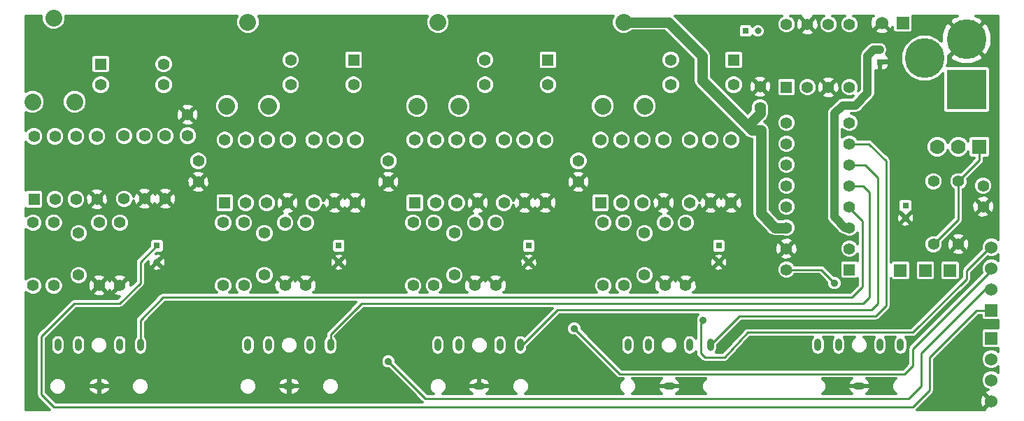
<source format=gbl>
G04 (created by PCBNEW (22-Jun-2014 BZR 4027)-stable) date mar. 05 août 2014 21:02:50 CEST*
%MOIN*%
G04 Gerber Fmt 3.4, Leading zero omitted, Abs format*
%FSLAX34Y34*%
G01*
G70*
G90*
G04 APERTURE LIST*
%ADD10C,0.00590551*%
%ADD11C,0.08*%
%ADD12C,0.055*%
%ADD13R,0.055X0.055*%
%ADD14O,0.0590551X0.0314961*%
%ADD15O,0.0314961X0.0590551*%
%ADD16R,0.06X0.06*%
%ADD17C,0.06*%
%ADD18C,0.189*%
%ADD19R,0.189X0.189*%
%ADD20R,0.0314961X0.0314961*%
%ADD21C,0.0314961*%
%ADD22C,0.07*%
%ADD23R,0.07X0.07*%
%ADD24C,0.035*%
%ADD25C,0.04*%
%ADD26C,0.01*%
%ADD27C,0.05*%
%ADD28C,0.012*%
G04 APERTURE END LIST*
G54D10*
G54D11*
X15338Y-68338D03*
X16338Y-64338D03*
X17338Y-68338D03*
X24590Y-68535D03*
X25590Y-64535D03*
X26590Y-68535D03*
X33645Y-68535D03*
X34645Y-64535D03*
X35645Y-68535D03*
X42503Y-68535D03*
X43503Y-64535D03*
X44503Y-68535D03*
G54D12*
X27633Y-67519D03*
X30633Y-67519D03*
X15354Y-77090D03*
X15354Y-74090D03*
X33464Y-77090D03*
X33464Y-74090D03*
X34448Y-77090D03*
X34448Y-74090D03*
X36417Y-74090D03*
X36417Y-77090D03*
X37795Y-70153D03*
X37795Y-73153D03*
X37401Y-74090D03*
X37401Y-77090D03*
X39763Y-70153D03*
X39763Y-73153D03*
X36885Y-67519D03*
X39885Y-67519D03*
X42519Y-77090D03*
X42519Y-74090D03*
X43503Y-77090D03*
X43503Y-74090D03*
X45472Y-74090D03*
X45472Y-77090D03*
X46653Y-70153D03*
X46653Y-73153D03*
X46456Y-74090D03*
X46456Y-77090D03*
X48622Y-70153D03*
X48622Y-73153D03*
X45744Y-67519D03*
X48744Y-67519D03*
X47637Y-70153D03*
X47637Y-73153D03*
X38779Y-70153D03*
X38779Y-73153D03*
X29724Y-70153D03*
X29724Y-73153D03*
X20669Y-69956D03*
X20669Y-72956D03*
X24409Y-77090D03*
X24409Y-74090D03*
X18578Y-67519D03*
X21578Y-67519D03*
X21653Y-69956D03*
X21653Y-72956D03*
X30708Y-70153D03*
X30708Y-73153D03*
X19488Y-74090D03*
X19488Y-77090D03*
X19685Y-69956D03*
X19685Y-72956D03*
X25393Y-77090D03*
X25393Y-74090D03*
X18503Y-74090D03*
X18503Y-77090D03*
X27362Y-74090D03*
X27362Y-77090D03*
X28740Y-70153D03*
X28740Y-73153D03*
X28346Y-74090D03*
X28346Y-77090D03*
X16338Y-77090D03*
X16338Y-74090D03*
G54D13*
X42397Y-73153D03*
G54D12*
X43397Y-73153D03*
X44397Y-73153D03*
X45397Y-73153D03*
X45397Y-70153D03*
X44397Y-70153D03*
X43397Y-70153D03*
X42397Y-70153D03*
G54D13*
X24484Y-73153D03*
G54D12*
X25484Y-73153D03*
X26484Y-73153D03*
X27484Y-73153D03*
X27484Y-70153D03*
X26484Y-70153D03*
X25484Y-70153D03*
X24484Y-70153D03*
G54D13*
X33539Y-73153D03*
G54D12*
X34539Y-73153D03*
X35539Y-73153D03*
X36539Y-73153D03*
X36539Y-70153D03*
X35539Y-70153D03*
X34539Y-70153D03*
X33539Y-70153D03*
G54D13*
X51255Y-67641D03*
G54D12*
X52255Y-67641D03*
X53255Y-67641D03*
X54255Y-67641D03*
X54255Y-64641D03*
X53255Y-64641D03*
X52255Y-64641D03*
X51255Y-64641D03*
G54D13*
X15393Y-72984D03*
G54D12*
X16393Y-72984D03*
X17393Y-72984D03*
X18393Y-72984D03*
X18393Y-69984D03*
X17393Y-69984D03*
X16393Y-69984D03*
X15393Y-69984D03*
G54D13*
X54255Y-76334D03*
G54D12*
X54255Y-75334D03*
X54255Y-74334D03*
X54255Y-73334D03*
X54255Y-72334D03*
X54255Y-71334D03*
X54255Y-70334D03*
X54255Y-69334D03*
X51255Y-69334D03*
X51255Y-70334D03*
X51255Y-71334D03*
X51255Y-72334D03*
X51255Y-73334D03*
X51255Y-74334D03*
X51255Y-75334D03*
X51255Y-76334D03*
G54D13*
X39885Y-66338D03*
G54D12*
X36885Y-66338D03*
G54D13*
X30633Y-66338D03*
G54D12*
X27633Y-66338D03*
G54D13*
X18578Y-66535D03*
G54D12*
X21578Y-66535D03*
G54D13*
X48744Y-66338D03*
G54D12*
X45744Y-66338D03*
X17519Y-74590D03*
X17519Y-76590D03*
X44488Y-76590D03*
X44488Y-74590D03*
X26377Y-74590D03*
X26377Y-76590D03*
X35433Y-74590D03*
X35433Y-76590D03*
G54D14*
X18503Y-81889D03*
G54D15*
X20472Y-79921D03*
X19488Y-79921D03*
X17519Y-79921D03*
X16535Y-79921D03*
G54D14*
X27559Y-81889D03*
G54D15*
X29527Y-79921D03*
X28543Y-79921D03*
X26574Y-79921D03*
X25590Y-79921D03*
G54D14*
X36614Y-81889D03*
G54D15*
X38582Y-79921D03*
X37598Y-79921D03*
X35629Y-79921D03*
X34645Y-79921D03*
G54D14*
X45669Y-81889D03*
G54D15*
X47637Y-79921D03*
X46653Y-79921D03*
X44685Y-79921D03*
X43700Y-79921D03*
G54D14*
X54724Y-81889D03*
G54D15*
X56692Y-79921D03*
X55708Y-79921D03*
X53740Y-79921D03*
X52755Y-79921D03*
G54D16*
X56799Y-64566D03*
G54D17*
X55799Y-64566D03*
G54D18*
X59842Y-65354D03*
G54D19*
X59842Y-67754D03*
G54D18*
X57842Y-66254D03*
G54D12*
X58267Y-72122D03*
X58267Y-75122D03*
X59448Y-75122D03*
X59448Y-72122D03*
G54D16*
X61023Y-79602D03*
G54D17*
X61023Y-80602D03*
X61023Y-81602D03*
X61023Y-82602D03*
G54D16*
X61023Y-78271D03*
G54D17*
X61023Y-77271D03*
X61023Y-76271D03*
X61023Y-75271D03*
G54D16*
X56692Y-76377D03*
X57874Y-76377D03*
X59055Y-76377D03*
G54D20*
X56929Y-73287D03*
G54D21*
X56929Y-73877D03*
G54D12*
X41338Y-72153D03*
X41338Y-71153D03*
X32283Y-71153D03*
X32283Y-72153D03*
X23228Y-71153D03*
X23228Y-72153D03*
X22716Y-69948D03*
X22716Y-68948D03*
X50000Y-68610D03*
X50000Y-67610D03*
X60629Y-72334D03*
X60629Y-73334D03*
G54D22*
X58448Y-70472D03*
X59448Y-70472D03*
G54D23*
X60448Y-70472D03*
G54D20*
X21259Y-75196D03*
G54D21*
X21259Y-75984D03*
G54D20*
X29921Y-75196D03*
G54D21*
X29921Y-75984D03*
G54D20*
X38976Y-75196D03*
G54D21*
X38976Y-75984D03*
G54D20*
X48031Y-75196D03*
G54D21*
X48031Y-75984D03*
G54D20*
X49311Y-64960D03*
G54D21*
X49901Y-64960D03*
G54D20*
X55708Y-66437D03*
G54D21*
X55708Y-65846D03*
G54D24*
X53543Y-76968D03*
X32283Y-80708D03*
X41141Y-79133D03*
X47283Y-78740D03*
G54D25*
X54255Y-74334D02*
X54059Y-74334D01*
X55413Y-65846D02*
X55708Y-65846D01*
X55118Y-66141D02*
X55413Y-65846D01*
X55118Y-67913D02*
X55118Y-66141D01*
X54527Y-68503D02*
X55118Y-67913D01*
X53937Y-68503D02*
X54527Y-68503D01*
X53543Y-68897D02*
X53937Y-68503D01*
X53543Y-73818D02*
X53543Y-68897D01*
X54059Y-74334D02*
X53543Y-73818D01*
G54D26*
X52909Y-76334D02*
X51255Y-76334D01*
X53543Y-76968D02*
X52909Y-76334D01*
X54255Y-73334D02*
X54255Y-73389D01*
X21555Y-77657D02*
X20472Y-78740D01*
X20472Y-78740D02*
X20472Y-79921D01*
X50590Y-77657D02*
X21850Y-77657D01*
X21850Y-77657D02*
X21555Y-77657D01*
X54389Y-77657D02*
X50590Y-77657D01*
X54881Y-77165D02*
X54389Y-77657D01*
X54881Y-74015D02*
X54881Y-77165D01*
X54255Y-73389D02*
X54881Y-74015D01*
X54255Y-72334D02*
X54913Y-72334D01*
X29527Y-79429D02*
X29527Y-79921D01*
X31003Y-77952D02*
X50196Y-77952D01*
X29527Y-79429D02*
X31003Y-77952D01*
X51181Y-77952D02*
X50196Y-77952D01*
X54921Y-77952D02*
X51181Y-77952D01*
X55216Y-77657D02*
X54921Y-77952D01*
X55216Y-72637D02*
X55216Y-77657D01*
X54913Y-72334D02*
X55216Y-72637D01*
X51181Y-78248D02*
X55314Y-78248D01*
X40354Y-78248D02*
X50196Y-78248D01*
X51181Y-78248D02*
X50196Y-78248D01*
X54996Y-71334D02*
X54255Y-71334D01*
X55610Y-71948D02*
X54996Y-71334D01*
X55610Y-77952D02*
X55610Y-71948D01*
X55314Y-78248D02*
X55610Y-77952D01*
X38582Y-79921D02*
X38681Y-79921D01*
X38681Y-79921D02*
X40354Y-78248D01*
X54255Y-70334D02*
X55177Y-70334D01*
X49015Y-78543D02*
X47637Y-79921D01*
X49015Y-78543D02*
X50196Y-78543D01*
X51181Y-78543D02*
X50196Y-78543D01*
X55511Y-78543D02*
X51181Y-78543D01*
X56003Y-78051D02*
X55511Y-78543D01*
X56003Y-71161D02*
X56003Y-78051D01*
X55177Y-70334D02*
X56003Y-71161D01*
X20472Y-76968D02*
X20472Y-75984D01*
X19488Y-77952D02*
X20472Y-76968D01*
X17322Y-77952D02*
X19488Y-77952D01*
X15748Y-79527D02*
X17322Y-77952D01*
X15748Y-82283D02*
X15748Y-79527D01*
X16338Y-82874D02*
X15748Y-82283D01*
X57283Y-82874D02*
X16338Y-82874D01*
X58070Y-82086D02*
X57283Y-82874D01*
X58070Y-80511D02*
X58070Y-82086D01*
X60311Y-78271D02*
X58070Y-80511D01*
X61023Y-78271D02*
X60311Y-78271D01*
X20472Y-75984D02*
X21259Y-75196D01*
X60720Y-77271D02*
X61023Y-77271D01*
X57677Y-80314D02*
X60720Y-77271D01*
X57677Y-81889D02*
X57677Y-80314D01*
X57086Y-82480D02*
X57677Y-81889D01*
X34055Y-82480D02*
X57086Y-82480D01*
X32283Y-80708D02*
X34055Y-82480D01*
X43307Y-81299D02*
X41141Y-79133D01*
X56889Y-81299D02*
X43307Y-81299D01*
X57283Y-80905D02*
X56889Y-81299D01*
X57283Y-80118D02*
X57283Y-80905D01*
X61023Y-76377D02*
X57283Y-80118D01*
X61023Y-76271D02*
X61023Y-76377D01*
X61023Y-75271D02*
X60948Y-75271D01*
X47165Y-78937D02*
X47283Y-78740D01*
X47165Y-80314D02*
X47165Y-78937D01*
X47362Y-80511D02*
X47165Y-80314D01*
X48307Y-80511D02*
X47362Y-80511D01*
X49409Y-79330D02*
X48307Y-80511D01*
X57283Y-79330D02*
X49409Y-79330D01*
X59842Y-76771D02*
X57283Y-79330D01*
X59842Y-76377D02*
X59842Y-76771D01*
X60948Y-75271D02*
X59842Y-76377D01*
X59448Y-72122D02*
X59448Y-73940D01*
X59448Y-73940D02*
X58267Y-75122D01*
X60448Y-70472D02*
X60448Y-71122D01*
X60448Y-71122D02*
X59448Y-72122D01*
G54D27*
X50000Y-68610D02*
X50000Y-68897D01*
X50000Y-68897D02*
X49409Y-69488D01*
X51255Y-74334D02*
X50712Y-74334D01*
X49409Y-69488D02*
X49594Y-69673D01*
X49594Y-69673D02*
X50039Y-69673D01*
X50712Y-74334D02*
X50039Y-73661D01*
X50039Y-73661D02*
X50039Y-69673D01*
X43503Y-64535D02*
X45637Y-64535D01*
X45637Y-64535D02*
X47244Y-66141D01*
X47244Y-66141D02*
X47244Y-67322D01*
X47244Y-67322D02*
X49409Y-69488D01*
G54D10*
G36*
X47420Y-82250D02*
X46015Y-82250D01*
X46130Y-82156D01*
X46208Y-82012D01*
X46211Y-81994D01*
X46157Y-81929D01*
X45709Y-81929D01*
X45709Y-81937D01*
X45629Y-81937D01*
X45629Y-81929D01*
X45181Y-81929D01*
X45127Y-81994D01*
X45130Y-82012D01*
X45208Y-82156D01*
X45322Y-82250D01*
X43918Y-82250D01*
X43936Y-82242D01*
X44053Y-82125D01*
X44116Y-81972D01*
X44117Y-81807D01*
X44053Y-81654D01*
X43936Y-81537D01*
X43917Y-81529D01*
X45322Y-81529D01*
X45208Y-81622D01*
X45130Y-81766D01*
X45127Y-81785D01*
X45181Y-81849D01*
X45629Y-81849D01*
X45629Y-81841D01*
X45709Y-81841D01*
X45709Y-81849D01*
X46157Y-81849D01*
X46211Y-81785D01*
X46208Y-81766D01*
X46130Y-81622D01*
X46015Y-81529D01*
X47420Y-81529D01*
X47402Y-81536D01*
X47285Y-81653D01*
X47221Y-81806D01*
X47221Y-81972D01*
X47284Y-82125D01*
X47401Y-82242D01*
X47420Y-82250D01*
X47420Y-82250D01*
G37*
G54D28*
X47420Y-82250D02*
X46015Y-82250D01*
X46130Y-82156D01*
X46208Y-82012D01*
X46211Y-81994D01*
X46157Y-81929D01*
X45709Y-81929D01*
X45709Y-81937D01*
X45629Y-81937D01*
X45629Y-81929D01*
X45181Y-81929D01*
X45127Y-81994D01*
X45130Y-82012D01*
X45208Y-82156D01*
X45322Y-82250D01*
X43918Y-82250D01*
X43936Y-82242D01*
X44053Y-82125D01*
X44116Y-81972D01*
X44117Y-81807D01*
X44053Y-81654D01*
X43936Y-81537D01*
X43917Y-81529D01*
X45322Y-81529D01*
X45208Y-81622D01*
X45130Y-81766D01*
X45127Y-81785D01*
X45181Y-81849D01*
X45629Y-81849D01*
X45629Y-81841D01*
X45709Y-81841D01*
X45709Y-81849D01*
X46157Y-81849D01*
X46211Y-81785D01*
X46208Y-81766D01*
X46130Y-81622D01*
X46015Y-81529D01*
X47420Y-81529D01*
X47402Y-81536D01*
X47285Y-81653D01*
X47221Y-81806D01*
X47221Y-81972D01*
X47284Y-82125D01*
X47401Y-82242D01*
X47420Y-82250D01*
G54D10*
G36*
X56475Y-82250D02*
X55070Y-82250D01*
X55185Y-82156D01*
X55263Y-82012D01*
X55266Y-81994D01*
X55212Y-81929D01*
X54764Y-81929D01*
X54764Y-81937D01*
X54684Y-81937D01*
X54684Y-81929D01*
X54236Y-81929D01*
X54182Y-81994D01*
X54185Y-82012D01*
X54263Y-82156D01*
X54377Y-82250D01*
X52973Y-82250D01*
X52991Y-82242D01*
X53108Y-82125D01*
X53172Y-81972D01*
X53172Y-81807D01*
X53108Y-81654D01*
X52991Y-81537D01*
X52972Y-81529D01*
X54377Y-81529D01*
X54263Y-81622D01*
X54185Y-81766D01*
X54182Y-81785D01*
X54236Y-81849D01*
X54684Y-81849D01*
X54684Y-81841D01*
X54764Y-81841D01*
X54764Y-81849D01*
X55212Y-81849D01*
X55266Y-81785D01*
X55263Y-81766D01*
X55185Y-81622D01*
X55070Y-81529D01*
X56475Y-81529D01*
X56457Y-81536D01*
X56340Y-81653D01*
X56276Y-81806D01*
X56276Y-81972D01*
X56339Y-82125D01*
X56456Y-82242D01*
X56475Y-82250D01*
X56475Y-82250D01*
G37*
G54D28*
X56475Y-82250D02*
X55070Y-82250D01*
X55185Y-82156D01*
X55263Y-82012D01*
X55266Y-81994D01*
X55212Y-81929D01*
X54764Y-81929D01*
X54764Y-81937D01*
X54684Y-81937D01*
X54684Y-81929D01*
X54236Y-81929D01*
X54182Y-81994D01*
X54185Y-82012D01*
X54263Y-82156D01*
X54377Y-82250D01*
X52973Y-82250D01*
X52991Y-82242D01*
X53108Y-82125D01*
X53172Y-81972D01*
X53172Y-81807D01*
X53108Y-81654D01*
X52991Y-81537D01*
X52972Y-81529D01*
X54377Y-81529D01*
X54263Y-81622D01*
X54185Y-81766D01*
X54182Y-81785D01*
X54236Y-81849D01*
X54684Y-81849D01*
X54684Y-81841D01*
X54764Y-81841D01*
X54764Y-81849D01*
X55212Y-81849D01*
X55266Y-81785D01*
X55263Y-81766D01*
X55185Y-81622D01*
X55070Y-81529D01*
X56475Y-81529D01*
X56457Y-81536D01*
X56340Y-81653D01*
X56276Y-81806D01*
X56276Y-81972D01*
X56339Y-82125D01*
X56456Y-82242D01*
X56475Y-82250D01*
G54D10*
G36*
X61357Y-75926D02*
X61295Y-75864D01*
X61119Y-75791D01*
X60928Y-75791D01*
X60752Y-75864D01*
X60616Y-75999D01*
X60543Y-76175D01*
X60543Y-76366D01*
X60592Y-76484D01*
X57120Y-79955D01*
X57070Y-80030D01*
X57053Y-80118D01*
X57053Y-80810D01*
X56794Y-81069D01*
X46085Y-81069D01*
X46085Y-79838D01*
X46022Y-79685D01*
X45905Y-79568D01*
X45752Y-79505D01*
X45586Y-79504D01*
X45433Y-79568D01*
X45316Y-79685D01*
X45253Y-79838D01*
X45252Y-80003D01*
X45316Y-80156D01*
X45433Y-80273D01*
X45586Y-80337D01*
X45751Y-80337D01*
X45904Y-80274D01*
X46021Y-80157D01*
X46085Y-80004D01*
X46085Y-79838D01*
X46085Y-81069D01*
X45022Y-81069D01*
X45022Y-80068D01*
X45022Y-79774D01*
X44996Y-79645D01*
X44923Y-79535D01*
X44814Y-79462D01*
X44685Y-79436D01*
X44555Y-79462D01*
X44446Y-79535D01*
X44373Y-79645D01*
X44347Y-79774D01*
X44347Y-80068D01*
X44373Y-80197D01*
X44446Y-80307D01*
X44555Y-80380D01*
X44685Y-80405D01*
X44814Y-80380D01*
X44923Y-80307D01*
X44996Y-80197D01*
X45022Y-80068D01*
X45022Y-81069D01*
X44038Y-81069D01*
X44038Y-80068D01*
X44038Y-79774D01*
X44012Y-79645D01*
X43939Y-79535D01*
X43829Y-79462D01*
X43700Y-79436D01*
X43571Y-79462D01*
X43462Y-79535D01*
X43388Y-79645D01*
X43363Y-79774D01*
X43363Y-80068D01*
X43388Y-80197D01*
X43462Y-80307D01*
X43571Y-80380D01*
X43700Y-80405D01*
X43829Y-80380D01*
X43939Y-80307D01*
X44012Y-80197D01*
X44038Y-80068D01*
X44038Y-81069D01*
X43402Y-81069D01*
X41496Y-79163D01*
X41496Y-79063D01*
X41442Y-78933D01*
X41343Y-78833D01*
X41212Y-78778D01*
X41071Y-78778D01*
X40940Y-78832D01*
X40840Y-78932D01*
X40786Y-79062D01*
X40786Y-79204D01*
X40840Y-79334D01*
X40940Y-79434D01*
X41070Y-79488D01*
X41171Y-79488D01*
X43144Y-81461D01*
X43144Y-81461D01*
X43219Y-81511D01*
X43307Y-81529D01*
X43483Y-81529D01*
X43465Y-81536D01*
X43348Y-81653D01*
X43284Y-81806D01*
X43284Y-81972D01*
X43347Y-82125D01*
X43464Y-82242D01*
X43483Y-82250D01*
X38800Y-82250D01*
X38818Y-82242D01*
X38935Y-82125D01*
X38998Y-81972D01*
X38998Y-81807D01*
X38935Y-81654D01*
X38818Y-81537D01*
X38665Y-81473D01*
X38500Y-81473D01*
X38347Y-81536D01*
X38230Y-81653D01*
X38166Y-81806D01*
X38166Y-81972D01*
X38229Y-82125D01*
X38346Y-82242D01*
X38365Y-82250D01*
X37935Y-82250D01*
X37935Y-80068D01*
X37935Y-79774D01*
X37910Y-79645D01*
X37837Y-79535D01*
X37727Y-79462D01*
X37598Y-79436D01*
X37469Y-79462D01*
X37359Y-79535D01*
X37286Y-79645D01*
X37260Y-79774D01*
X37260Y-80068D01*
X37286Y-80197D01*
X37359Y-80307D01*
X37469Y-80380D01*
X37598Y-80405D01*
X37727Y-80380D01*
X37837Y-80307D01*
X37910Y-80197D01*
X37935Y-80068D01*
X37935Y-82250D01*
X36960Y-82250D01*
X37075Y-82156D01*
X37152Y-82012D01*
X37156Y-81994D01*
X37156Y-81785D01*
X37152Y-81766D01*
X37075Y-81622D01*
X37030Y-81586D01*
X37030Y-79838D01*
X36967Y-79685D01*
X36850Y-79568D01*
X36697Y-79505D01*
X36531Y-79504D01*
X36378Y-79568D01*
X36261Y-79685D01*
X36198Y-79838D01*
X36197Y-80003D01*
X36261Y-80156D01*
X36378Y-80273D01*
X36531Y-80337D01*
X36696Y-80337D01*
X36849Y-80274D01*
X36966Y-80157D01*
X37030Y-80004D01*
X37030Y-79838D01*
X37030Y-81586D01*
X36948Y-81519D01*
X36791Y-81472D01*
X36654Y-81472D01*
X36654Y-81849D01*
X37102Y-81849D01*
X37156Y-81785D01*
X37156Y-81994D01*
X37102Y-81929D01*
X36654Y-81929D01*
X36654Y-81937D01*
X36574Y-81937D01*
X36574Y-81929D01*
X36574Y-81849D01*
X36574Y-81472D01*
X36436Y-81472D01*
X36279Y-81519D01*
X36152Y-81622D01*
X36075Y-81766D01*
X36072Y-81785D01*
X36126Y-81849D01*
X36574Y-81849D01*
X36574Y-81929D01*
X36126Y-81929D01*
X36072Y-81994D01*
X36075Y-82012D01*
X36152Y-82156D01*
X36267Y-82250D01*
X35967Y-82250D01*
X35967Y-80068D01*
X35967Y-79774D01*
X35941Y-79645D01*
X35868Y-79535D01*
X35759Y-79462D01*
X35629Y-79436D01*
X35500Y-79462D01*
X35391Y-79535D01*
X35318Y-79645D01*
X35292Y-79774D01*
X35292Y-80068D01*
X35318Y-80197D01*
X35391Y-80307D01*
X35500Y-80380D01*
X35629Y-80405D01*
X35759Y-80380D01*
X35868Y-80307D01*
X35941Y-80197D01*
X35967Y-80068D01*
X35967Y-82250D01*
X34863Y-82250D01*
X34881Y-82242D01*
X34998Y-82125D01*
X35061Y-81972D01*
X35061Y-81807D01*
X34998Y-81654D01*
X34983Y-81638D01*
X34983Y-80068D01*
X34983Y-79774D01*
X34957Y-79645D01*
X34884Y-79535D01*
X34774Y-79462D01*
X34645Y-79436D01*
X34516Y-79462D01*
X34407Y-79535D01*
X34333Y-79645D01*
X34308Y-79774D01*
X34308Y-80068D01*
X34333Y-80197D01*
X34407Y-80307D01*
X34516Y-80380D01*
X34645Y-80405D01*
X34774Y-80380D01*
X34884Y-80307D01*
X34957Y-80197D01*
X34983Y-80068D01*
X34983Y-81638D01*
X34881Y-81537D01*
X34728Y-81473D01*
X34563Y-81473D01*
X34410Y-81536D01*
X34293Y-81653D01*
X34229Y-81806D01*
X34229Y-81972D01*
X34292Y-82125D01*
X34409Y-82242D01*
X34428Y-82250D01*
X34150Y-82250D01*
X32638Y-80738D01*
X32638Y-80638D01*
X32584Y-80507D01*
X32484Y-80407D01*
X32354Y-80353D01*
X32213Y-80353D01*
X32082Y-80407D01*
X31982Y-80507D01*
X31928Y-80637D01*
X31928Y-80778D01*
X31982Y-80909D01*
X32082Y-81009D01*
X32212Y-81063D01*
X32313Y-81063D01*
X33892Y-82642D01*
X33894Y-82644D01*
X29943Y-82644D01*
X29943Y-81807D01*
X29880Y-81654D01*
X29763Y-81537D01*
X29610Y-81473D01*
X29445Y-81473D01*
X29292Y-81536D01*
X29174Y-81653D01*
X29111Y-81806D01*
X29111Y-81972D01*
X29174Y-82125D01*
X29291Y-82242D01*
X29444Y-82305D01*
X29609Y-82306D01*
X29763Y-82242D01*
X29880Y-82125D01*
X29943Y-81972D01*
X29943Y-81807D01*
X29943Y-82644D01*
X28880Y-82644D01*
X28880Y-80068D01*
X28880Y-79774D01*
X28855Y-79645D01*
X28781Y-79535D01*
X28672Y-79462D01*
X28543Y-79436D01*
X28414Y-79462D01*
X28304Y-79535D01*
X28231Y-79645D01*
X28205Y-79774D01*
X28205Y-80068D01*
X28231Y-80197D01*
X28304Y-80307D01*
X28414Y-80380D01*
X28543Y-80405D01*
X28672Y-80380D01*
X28781Y-80307D01*
X28855Y-80197D01*
X28880Y-80068D01*
X28880Y-82644D01*
X28101Y-82644D01*
X28101Y-81994D01*
X28101Y-81785D01*
X28097Y-81766D01*
X28020Y-81622D01*
X27975Y-81586D01*
X27975Y-79838D01*
X27912Y-79685D01*
X27795Y-79568D01*
X27642Y-79505D01*
X27476Y-79504D01*
X27323Y-79568D01*
X27206Y-79685D01*
X27142Y-79838D01*
X27142Y-80003D01*
X27205Y-80156D01*
X27322Y-80273D01*
X27475Y-80337D01*
X27641Y-80337D01*
X27794Y-80274D01*
X27911Y-80157D01*
X27975Y-80004D01*
X27975Y-79838D01*
X27975Y-81586D01*
X27893Y-81519D01*
X27736Y-81472D01*
X27599Y-81472D01*
X27599Y-81849D01*
X28047Y-81849D01*
X28101Y-81785D01*
X28101Y-81994D01*
X28047Y-81929D01*
X27599Y-81929D01*
X27599Y-82307D01*
X27736Y-82307D01*
X27893Y-82260D01*
X28020Y-82156D01*
X28097Y-82012D01*
X28101Y-81994D01*
X28101Y-82644D01*
X27519Y-82644D01*
X27519Y-82307D01*
X27519Y-81929D01*
X27519Y-81849D01*
X27519Y-81472D01*
X27381Y-81472D01*
X27224Y-81519D01*
X27097Y-81622D01*
X27020Y-81766D01*
X27017Y-81785D01*
X27071Y-81849D01*
X27519Y-81849D01*
X27519Y-81929D01*
X27071Y-81929D01*
X27017Y-81994D01*
X27020Y-82012D01*
X27097Y-82156D01*
X27224Y-82260D01*
X27381Y-82307D01*
X27519Y-82307D01*
X27519Y-82644D01*
X26912Y-82644D01*
X26912Y-80068D01*
X26912Y-79774D01*
X26886Y-79645D01*
X26813Y-79535D01*
X26703Y-79462D01*
X26574Y-79436D01*
X26445Y-79462D01*
X26336Y-79535D01*
X26263Y-79645D01*
X26237Y-79774D01*
X26237Y-80068D01*
X26263Y-80197D01*
X26336Y-80307D01*
X26445Y-80380D01*
X26574Y-80405D01*
X26703Y-80380D01*
X26813Y-80307D01*
X26886Y-80197D01*
X26912Y-80068D01*
X26912Y-82644D01*
X26006Y-82644D01*
X26006Y-81807D01*
X25943Y-81654D01*
X25928Y-81638D01*
X25928Y-80068D01*
X25928Y-79774D01*
X25902Y-79645D01*
X25829Y-79535D01*
X25719Y-79462D01*
X25590Y-79436D01*
X25461Y-79462D01*
X25351Y-79535D01*
X25278Y-79645D01*
X25253Y-79774D01*
X25253Y-80068D01*
X25278Y-80197D01*
X25351Y-80307D01*
X25461Y-80380D01*
X25590Y-80405D01*
X25719Y-80380D01*
X25829Y-80307D01*
X25902Y-80197D01*
X25928Y-80068D01*
X25928Y-81638D01*
X25826Y-81537D01*
X25673Y-81473D01*
X25508Y-81473D01*
X25355Y-81536D01*
X25237Y-81653D01*
X25174Y-81806D01*
X25174Y-81972D01*
X25237Y-82125D01*
X25354Y-82242D01*
X25507Y-82305D01*
X25672Y-82306D01*
X25826Y-82242D01*
X25943Y-82125D01*
X26006Y-81972D01*
X26006Y-81807D01*
X26006Y-82644D01*
X20888Y-82644D01*
X20888Y-81807D01*
X20825Y-81654D01*
X20708Y-81537D01*
X20555Y-81473D01*
X20390Y-81473D01*
X20236Y-81536D01*
X20119Y-81653D01*
X20056Y-81806D01*
X20056Y-81972D01*
X20119Y-82125D01*
X20236Y-82242D01*
X20389Y-82305D01*
X20554Y-82306D01*
X20707Y-82242D01*
X20825Y-82125D01*
X20888Y-81972D01*
X20888Y-81807D01*
X20888Y-82644D01*
X19825Y-82644D01*
X19825Y-80068D01*
X19825Y-79774D01*
X19799Y-79645D01*
X19726Y-79535D01*
X19617Y-79462D01*
X19488Y-79436D01*
X19359Y-79462D01*
X19249Y-79535D01*
X19176Y-79645D01*
X19150Y-79774D01*
X19150Y-80068D01*
X19176Y-80197D01*
X19249Y-80307D01*
X19359Y-80380D01*
X19488Y-80405D01*
X19617Y-80380D01*
X19726Y-80307D01*
X19799Y-80197D01*
X19825Y-80068D01*
X19825Y-82644D01*
X19045Y-82644D01*
X19045Y-81994D01*
X19045Y-81785D01*
X19042Y-81766D01*
X18965Y-81622D01*
X18920Y-81586D01*
X18920Y-79838D01*
X18856Y-79685D01*
X18740Y-79568D01*
X18587Y-79505D01*
X18421Y-79504D01*
X18268Y-79568D01*
X18151Y-79685D01*
X18087Y-79838D01*
X18087Y-80003D01*
X18150Y-80156D01*
X18267Y-80273D01*
X18420Y-80337D01*
X18586Y-80337D01*
X18739Y-80274D01*
X18856Y-80157D01*
X18920Y-80004D01*
X18920Y-79838D01*
X18920Y-81586D01*
X18838Y-81519D01*
X18681Y-81472D01*
X18543Y-81472D01*
X18543Y-81849D01*
X18991Y-81849D01*
X19045Y-81785D01*
X19045Y-81994D01*
X18991Y-81929D01*
X18543Y-81929D01*
X18543Y-82307D01*
X18681Y-82307D01*
X18838Y-82260D01*
X18965Y-82156D01*
X19042Y-82012D01*
X19045Y-81994D01*
X19045Y-82644D01*
X18463Y-82644D01*
X18463Y-82307D01*
X18463Y-81929D01*
X18463Y-81849D01*
X18463Y-81472D01*
X18326Y-81472D01*
X18169Y-81519D01*
X18042Y-81622D01*
X17965Y-81766D01*
X17961Y-81785D01*
X18015Y-81849D01*
X18463Y-81849D01*
X18463Y-81929D01*
X18015Y-81929D01*
X17961Y-81994D01*
X17965Y-82012D01*
X18042Y-82156D01*
X18169Y-82260D01*
X18326Y-82307D01*
X18463Y-82307D01*
X18463Y-82644D01*
X17857Y-82644D01*
X17857Y-80068D01*
X17857Y-79774D01*
X17831Y-79645D01*
X17758Y-79535D01*
X17648Y-79462D01*
X17519Y-79436D01*
X17390Y-79462D01*
X17281Y-79535D01*
X17207Y-79645D01*
X17182Y-79774D01*
X17182Y-80068D01*
X17207Y-80197D01*
X17281Y-80307D01*
X17390Y-80380D01*
X17519Y-80405D01*
X17648Y-80380D01*
X17758Y-80307D01*
X17831Y-80197D01*
X17857Y-80068D01*
X17857Y-82644D01*
X16951Y-82644D01*
X16951Y-81807D01*
X16888Y-81654D01*
X16872Y-81638D01*
X16872Y-80068D01*
X16872Y-79774D01*
X16847Y-79645D01*
X16774Y-79535D01*
X16664Y-79462D01*
X16535Y-79436D01*
X16406Y-79462D01*
X16296Y-79535D01*
X16223Y-79645D01*
X16197Y-79774D01*
X16197Y-80068D01*
X16223Y-80197D01*
X16296Y-80307D01*
X16406Y-80380D01*
X16535Y-80405D01*
X16664Y-80380D01*
X16774Y-80307D01*
X16847Y-80197D01*
X16872Y-80068D01*
X16872Y-81638D01*
X16771Y-81537D01*
X16618Y-81473D01*
X16453Y-81473D01*
X16299Y-81536D01*
X16182Y-81653D01*
X16119Y-81806D01*
X16119Y-81972D01*
X16182Y-82125D01*
X16299Y-82242D01*
X16452Y-82305D01*
X16617Y-82306D01*
X16770Y-82242D01*
X16888Y-82125D01*
X16951Y-81972D01*
X16951Y-81807D01*
X16951Y-82644D01*
X16433Y-82644D01*
X15978Y-82188D01*
X15978Y-79622D01*
X17418Y-78182D01*
X19488Y-78182D01*
X19576Y-78165D01*
X19576Y-78165D01*
X19650Y-78115D01*
X20635Y-77131D01*
X20635Y-77131D01*
X20635Y-77131D01*
X20684Y-77056D01*
X20702Y-76968D01*
X20702Y-76968D01*
X20702Y-76968D01*
X20702Y-76079D01*
X20839Y-75942D01*
X20847Y-76090D01*
X20893Y-76200D01*
X20978Y-76209D01*
X21203Y-75984D01*
X21197Y-75978D01*
X21254Y-75922D01*
X21259Y-75927D01*
X21485Y-75702D01*
X21476Y-75617D01*
X21319Y-75562D01*
X21213Y-75568D01*
X21247Y-75534D01*
X21452Y-75534D01*
X21519Y-75507D01*
X21569Y-75456D01*
X21597Y-75390D01*
X21597Y-75318D01*
X21597Y-75003D01*
X21570Y-74937D01*
X21519Y-74886D01*
X21453Y-74859D01*
X21381Y-74859D01*
X21066Y-74859D01*
X21000Y-74886D01*
X20979Y-74907D01*
X20979Y-73323D01*
X20669Y-73013D01*
X20612Y-73069D01*
X20612Y-72956D01*
X20302Y-72646D01*
X20205Y-72669D01*
X20140Y-72844D01*
X20140Y-69866D01*
X20070Y-69699D01*
X19943Y-69571D01*
X19775Y-69501D01*
X19594Y-69501D01*
X19427Y-69570D01*
X19299Y-69698D01*
X19230Y-69865D01*
X19229Y-70046D01*
X19299Y-70214D01*
X19426Y-70342D01*
X19594Y-70411D01*
X19775Y-70411D01*
X19942Y-70342D01*
X20070Y-70214D01*
X20139Y-70047D01*
X20140Y-69866D01*
X20140Y-72844D01*
X20135Y-72855D01*
X20070Y-72699D01*
X19943Y-72571D01*
X19775Y-72501D01*
X19594Y-72501D01*
X19427Y-72570D01*
X19299Y-72698D01*
X19230Y-72865D01*
X19229Y-73046D01*
X19299Y-73214D01*
X19426Y-73342D01*
X19594Y-73411D01*
X19775Y-73411D01*
X19942Y-73342D01*
X20070Y-73214D01*
X20137Y-73053D01*
X20138Y-73081D01*
X20205Y-73244D01*
X20302Y-73266D01*
X20612Y-72956D01*
X20612Y-73069D01*
X20359Y-73323D01*
X20381Y-73420D01*
X20581Y-73495D01*
X20793Y-73487D01*
X20956Y-73420D01*
X20979Y-73323D01*
X20979Y-74907D01*
X20949Y-74937D01*
X20922Y-75003D01*
X20922Y-75075D01*
X20922Y-75209D01*
X20309Y-75821D01*
X20259Y-75896D01*
X20242Y-75984D01*
X20242Y-76873D01*
X20023Y-77092D01*
X20019Y-76965D01*
X19951Y-76803D01*
X19943Y-76801D01*
X19943Y-74000D01*
X19874Y-73833D01*
X19746Y-73705D01*
X19579Y-73635D01*
X19398Y-73635D01*
X19230Y-73704D01*
X19102Y-73832D01*
X19033Y-73998D01*
X19033Y-67429D01*
X19033Y-67429D01*
X19033Y-66774D01*
X19033Y-66224D01*
X19006Y-66158D01*
X18955Y-66107D01*
X18889Y-66080D01*
X18818Y-66080D01*
X18268Y-66080D01*
X18201Y-66107D01*
X18151Y-66158D01*
X18123Y-66224D01*
X18123Y-66296D01*
X18123Y-66846D01*
X18151Y-66912D01*
X18201Y-66962D01*
X18267Y-66990D01*
X18339Y-66990D01*
X18889Y-66990D01*
X18955Y-66963D01*
X19006Y-66912D01*
X19033Y-66846D01*
X19033Y-66774D01*
X19033Y-67429D01*
X18964Y-67262D01*
X18836Y-67134D01*
X18669Y-67064D01*
X18488Y-67064D01*
X18321Y-67133D01*
X18193Y-67261D01*
X18123Y-67428D01*
X18123Y-67609D01*
X18192Y-67777D01*
X18320Y-67905D01*
X18487Y-67974D01*
X18668Y-67974D01*
X18836Y-67905D01*
X18964Y-67777D01*
X19033Y-67610D01*
X19033Y-67429D01*
X19033Y-73998D01*
X19033Y-73999D01*
X19033Y-74180D01*
X19102Y-74347D01*
X19230Y-74476D01*
X19397Y-74545D01*
X19578Y-74545D01*
X19745Y-74476D01*
X19873Y-74348D01*
X19943Y-74181D01*
X19943Y-74000D01*
X19943Y-76801D01*
X19855Y-76780D01*
X19798Y-76836D01*
X19798Y-76723D01*
X19775Y-76626D01*
X19576Y-76552D01*
X19363Y-76559D01*
X19200Y-76626D01*
X19177Y-76723D01*
X19488Y-77033D01*
X19798Y-76723D01*
X19798Y-76836D01*
X19544Y-77090D01*
X19550Y-77096D01*
X19493Y-77152D01*
X19488Y-77147D01*
X19431Y-77203D01*
X19431Y-77090D01*
X19121Y-76780D01*
X19024Y-76803D01*
X18997Y-76875D01*
X18967Y-76803D01*
X18959Y-76801D01*
X18959Y-74000D01*
X18932Y-73935D01*
X18932Y-73072D01*
X18924Y-72859D01*
X18857Y-72696D01*
X18848Y-72694D01*
X18848Y-69894D01*
X18779Y-69726D01*
X18651Y-69598D01*
X18484Y-69529D01*
X18303Y-69529D01*
X18136Y-69598D01*
X18008Y-69726D01*
X17938Y-69893D01*
X17938Y-70074D01*
X18007Y-70241D01*
X18135Y-70369D01*
X18302Y-70439D01*
X18483Y-70439D01*
X18651Y-70370D01*
X18779Y-70242D01*
X18848Y-70075D01*
X18848Y-69894D01*
X18848Y-72694D01*
X18760Y-72673D01*
X18703Y-72730D01*
X18703Y-72617D01*
X18681Y-72520D01*
X18481Y-72445D01*
X18269Y-72453D01*
X18106Y-72520D01*
X18083Y-72617D01*
X18393Y-72927D01*
X18703Y-72617D01*
X18703Y-72730D01*
X18450Y-72984D01*
X18760Y-73294D01*
X18857Y-73271D01*
X18932Y-73072D01*
X18932Y-73935D01*
X18889Y-73833D01*
X18762Y-73705D01*
X18703Y-73680D01*
X18703Y-73351D01*
X18393Y-73040D01*
X18337Y-73097D01*
X18337Y-72984D01*
X18026Y-72673D01*
X17930Y-72696D01*
X17918Y-72727D01*
X17918Y-68223D01*
X17830Y-68010D01*
X17667Y-67847D01*
X17454Y-67758D01*
X17223Y-67758D01*
X17010Y-67846D01*
X16847Y-68009D01*
X16758Y-68222D01*
X16758Y-68453D01*
X16846Y-68666D01*
X17009Y-68829D01*
X17222Y-68918D01*
X17453Y-68918D01*
X17666Y-68830D01*
X17829Y-68667D01*
X17918Y-68454D01*
X17918Y-68223D01*
X17918Y-72727D01*
X17855Y-72896D01*
X17862Y-73108D01*
X17930Y-73271D01*
X18026Y-73294D01*
X18337Y-72984D01*
X18337Y-73097D01*
X18083Y-73351D01*
X18106Y-73447D01*
X18305Y-73522D01*
X18518Y-73515D01*
X18681Y-73447D01*
X18703Y-73351D01*
X18703Y-73680D01*
X18594Y-73635D01*
X18413Y-73635D01*
X18246Y-73704D01*
X18118Y-73832D01*
X18049Y-73999D01*
X18048Y-74180D01*
X18117Y-74347D01*
X18245Y-74476D01*
X18413Y-74545D01*
X18594Y-74545D01*
X18761Y-74476D01*
X18889Y-74348D01*
X18958Y-74181D01*
X18959Y-74000D01*
X18959Y-76801D01*
X18870Y-76780D01*
X18814Y-76836D01*
X18814Y-76723D01*
X18791Y-76626D01*
X18592Y-76552D01*
X18379Y-76559D01*
X18216Y-76626D01*
X18193Y-76723D01*
X18503Y-77033D01*
X18814Y-76723D01*
X18814Y-76836D01*
X18560Y-77090D01*
X18870Y-77400D01*
X18967Y-77377D01*
X18994Y-77305D01*
X19024Y-77377D01*
X19121Y-77400D01*
X19431Y-77090D01*
X19431Y-77203D01*
X19177Y-77457D01*
X19200Y-77554D01*
X19400Y-77628D01*
X19489Y-77625D01*
X19392Y-77722D01*
X18814Y-77722D01*
X18814Y-77457D01*
X18503Y-77147D01*
X18447Y-77203D01*
X18447Y-77090D01*
X18137Y-76780D01*
X18040Y-76803D01*
X17974Y-76978D01*
X17974Y-76500D01*
X17974Y-74500D01*
X17905Y-74333D01*
X17848Y-74276D01*
X17848Y-72894D01*
X17848Y-69894D01*
X17779Y-69726D01*
X17651Y-69598D01*
X17484Y-69529D01*
X17303Y-69529D01*
X17136Y-69598D01*
X17008Y-69726D01*
X16938Y-69893D01*
X16938Y-70074D01*
X17007Y-70241D01*
X17135Y-70369D01*
X17302Y-70439D01*
X17483Y-70439D01*
X17651Y-70370D01*
X17779Y-70242D01*
X17848Y-70075D01*
X17848Y-69894D01*
X17848Y-72894D01*
X17779Y-72726D01*
X17651Y-72598D01*
X17484Y-72529D01*
X17303Y-72529D01*
X17136Y-72598D01*
X17008Y-72726D01*
X16938Y-72893D01*
X16938Y-73074D01*
X17007Y-73241D01*
X17135Y-73369D01*
X17302Y-73439D01*
X17483Y-73439D01*
X17651Y-73370D01*
X17779Y-73242D01*
X17848Y-73075D01*
X17848Y-72894D01*
X17848Y-74276D01*
X17777Y-74205D01*
X17610Y-74135D01*
X17429Y-74135D01*
X17262Y-74204D01*
X17134Y-74332D01*
X17064Y-74499D01*
X17064Y-74680D01*
X17133Y-74847D01*
X17261Y-74976D01*
X17428Y-75045D01*
X17609Y-75045D01*
X17777Y-74976D01*
X17905Y-74848D01*
X17974Y-74681D01*
X17974Y-74500D01*
X17974Y-76500D01*
X17905Y-76333D01*
X17777Y-76205D01*
X17610Y-76135D01*
X17429Y-76135D01*
X17262Y-76204D01*
X17134Y-76332D01*
X17064Y-76499D01*
X17064Y-76680D01*
X17133Y-76847D01*
X17261Y-76976D01*
X17428Y-77045D01*
X17609Y-77045D01*
X17777Y-76976D01*
X17905Y-76848D01*
X17974Y-76681D01*
X17974Y-76500D01*
X17974Y-76978D01*
X17965Y-77002D01*
X17972Y-77215D01*
X18040Y-77377D01*
X18137Y-77400D01*
X18447Y-77090D01*
X18447Y-77203D01*
X18193Y-77457D01*
X18216Y-77554D01*
X18415Y-77628D01*
X18628Y-77621D01*
X18791Y-77554D01*
X18814Y-77457D01*
X18814Y-77722D01*
X17322Y-77722D01*
X17234Y-77740D01*
X17160Y-77790D01*
X16848Y-78101D01*
X16848Y-72894D01*
X16848Y-69894D01*
X16779Y-69726D01*
X16651Y-69598D01*
X16484Y-69529D01*
X16303Y-69529D01*
X16136Y-69598D01*
X16008Y-69726D01*
X15938Y-69893D01*
X15938Y-70074D01*
X16007Y-70241D01*
X16135Y-70369D01*
X16302Y-70439D01*
X16483Y-70439D01*
X16651Y-70370D01*
X16779Y-70242D01*
X16848Y-70075D01*
X16848Y-69894D01*
X16848Y-72894D01*
X16779Y-72726D01*
X16651Y-72598D01*
X16484Y-72529D01*
X16303Y-72529D01*
X16136Y-72598D01*
X16008Y-72726D01*
X15938Y-72893D01*
X15938Y-73074D01*
X16007Y-73241D01*
X16135Y-73369D01*
X16302Y-73439D01*
X16483Y-73439D01*
X16651Y-73370D01*
X16779Y-73242D01*
X16848Y-73075D01*
X16848Y-72894D01*
X16848Y-78101D01*
X16793Y-78156D01*
X16793Y-77000D01*
X16793Y-74000D01*
X16724Y-73833D01*
X16596Y-73705D01*
X16429Y-73635D01*
X16248Y-73635D01*
X16081Y-73704D01*
X15953Y-73832D01*
X15883Y-73999D01*
X15883Y-74180D01*
X15952Y-74347D01*
X16080Y-74476D01*
X16247Y-74545D01*
X16428Y-74545D01*
X16595Y-74476D01*
X16724Y-74348D01*
X16793Y-74181D01*
X16793Y-74000D01*
X16793Y-77000D01*
X16724Y-76833D01*
X16596Y-76705D01*
X16429Y-76635D01*
X16248Y-76635D01*
X16081Y-76704D01*
X15953Y-76832D01*
X15883Y-76999D01*
X15883Y-77180D01*
X15952Y-77347D01*
X16080Y-77476D01*
X16247Y-77545D01*
X16428Y-77545D01*
X16595Y-77476D01*
X16724Y-77348D01*
X16793Y-77181D01*
X16793Y-77000D01*
X16793Y-78156D01*
X15585Y-79364D01*
X15535Y-79439D01*
X15518Y-79527D01*
X15518Y-82283D01*
X15535Y-82371D01*
X15585Y-82446D01*
X16150Y-83010D01*
X15020Y-83010D01*
X15020Y-77400D01*
X15096Y-77476D01*
X15263Y-77545D01*
X15444Y-77545D01*
X15611Y-77476D01*
X15739Y-77348D01*
X15809Y-77181D01*
X15809Y-77000D01*
X15740Y-76833D01*
X15612Y-76705D01*
X15445Y-76635D01*
X15264Y-76635D01*
X15096Y-76704D01*
X15020Y-76780D01*
X15020Y-74400D01*
X15096Y-74476D01*
X15263Y-74545D01*
X15444Y-74545D01*
X15611Y-74476D01*
X15739Y-74348D01*
X15809Y-74181D01*
X15809Y-74000D01*
X15740Y-73833D01*
X15612Y-73705D01*
X15445Y-73635D01*
X15264Y-73635D01*
X15096Y-73704D01*
X15020Y-73780D01*
X15020Y-73413D01*
X15082Y-73439D01*
X15154Y-73439D01*
X15704Y-73439D01*
X15770Y-73411D01*
X15821Y-73361D01*
X15848Y-73295D01*
X15848Y-73223D01*
X15848Y-72673D01*
X15821Y-72607D01*
X15770Y-72556D01*
X15704Y-72529D01*
X15633Y-72529D01*
X15083Y-72529D01*
X15020Y-72555D01*
X15020Y-70254D01*
X15135Y-70369D01*
X15302Y-70439D01*
X15483Y-70439D01*
X15651Y-70370D01*
X15779Y-70242D01*
X15848Y-70075D01*
X15848Y-69894D01*
X15779Y-69726D01*
X15651Y-69598D01*
X15484Y-69529D01*
X15303Y-69529D01*
X15136Y-69598D01*
X15020Y-69713D01*
X15020Y-68834D01*
X15222Y-68918D01*
X15453Y-68918D01*
X15666Y-68830D01*
X15829Y-68667D01*
X15918Y-68454D01*
X15918Y-68223D01*
X15830Y-68010D01*
X15667Y-67847D01*
X15454Y-67758D01*
X15223Y-67758D01*
X15020Y-67842D01*
X15020Y-64233D01*
X15758Y-64233D01*
X15758Y-64453D01*
X15846Y-64666D01*
X16009Y-64829D01*
X16222Y-64918D01*
X16453Y-64918D01*
X16666Y-64830D01*
X16829Y-64667D01*
X16918Y-64454D01*
X16918Y-64233D01*
X25088Y-64233D01*
X25010Y-64419D01*
X25010Y-64650D01*
X25098Y-64863D01*
X25261Y-65026D01*
X25474Y-65115D01*
X25705Y-65115D01*
X25918Y-65027D01*
X26081Y-64864D01*
X26170Y-64651D01*
X26170Y-64420D01*
X26093Y-64233D01*
X34143Y-64233D01*
X34065Y-64419D01*
X34065Y-64650D01*
X34153Y-64863D01*
X34316Y-65026D01*
X34529Y-65115D01*
X34760Y-65115D01*
X34973Y-65027D01*
X35137Y-64864D01*
X35225Y-64651D01*
X35225Y-64420D01*
X35148Y-64233D01*
X43001Y-64233D01*
X42924Y-64419D01*
X42923Y-64650D01*
X43011Y-64863D01*
X43174Y-65026D01*
X43388Y-65115D01*
X43618Y-65115D01*
X43832Y-65027D01*
X43894Y-64965D01*
X45459Y-64965D01*
X46814Y-66319D01*
X46814Y-67322D01*
X46846Y-67487D01*
X46940Y-67626D01*
X49105Y-69792D01*
X49290Y-69977D01*
X49429Y-70070D01*
X49594Y-70103D01*
X49609Y-70103D01*
X49609Y-73661D01*
X49642Y-73825D01*
X49735Y-73965D01*
X50408Y-74638D01*
X50548Y-74731D01*
X50712Y-74764D01*
X51104Y-74764D01*
X51165Y-74789D01*
X51346Y-74789D01*
X51513Y-74720D01*
X51641Y-74592D01*
X51710Y-74425D01*
X51710Y-74244D01*
X51710Y-73244D01*
X51710Y-72244D01*
X51710Y-71244D01*
X51710Y-70244D01*
X51710Y-69244D01*
X51710Y-69244D01*
X51710Y-67881D01*
X51710Y-67331D01*
X51683Y-67264D01*
X51633Y-67214D01*
X51566Y-67186D01*
X51495Y-67186D01*
X50945Y-67186D01*
X50879Y-67214D01*
X50828Y-67264D01*
X50800Y-67330D01*
X50800Y-67402D01*
X50800Y-67952D01*
X50828Y-68018D01*
X50878Y-68069D01*
X50944Y-68096D01*
X51016Y-68096D01*
X51566Y-68096D01*
X51632Y-68069D01*
X51683Y-68018D01*
X51710Y-67952D01*
X51710Y-67881D01*
X51710Y-69244D01*
X51641Y-69077D01*
X51513Y-68949D01*
X51346Y-68879D01*
X51165Y-68879D01*
X50998Y-68948D01*
X50870Y-69076D01*
X50800Y-69243D01*
X50800Y-69424D01*
X50869Y-69592D01*
X50997Y-69720D01*
X51165Y-69789D01*
X51346Y-69789D01*
X51513Y-69720D01*
X51641Y-69592D01*
X51710Y-69425D01*
X51710Y-69244D01*
X51710Y-70244D01*
X51641Y-70077D01*
X51513Y-69949D01*
X51346Y-69879D01*
X51165Y-69879D01*
X50998Y-69948D01*
X50870Y-70076D01*
X50800Y-70243D01*
X50800Y-70424D01*
X50869Y-70592D01*
X50997Y-70720D01*
X51165Y-70789D01*
X51346Y-70789D01*
X51513Y-70720D01*
X51641Y-70592D01*
X51710Y-70425D01*
X51710Y-70244D01*
X51710Y-71244D01*
X51641Y-71077D01*
X51513Y-70949D01*
X51346Y-70879D01*
X51165Y-70879D01*
X50998Y-70948D01*
X50870Y-71076D01*
X50800Y-71243D01*
X50800Y-71424D01*
X50869Y-71592D01*
X50997Y-71720D01*
X51165Y-71789D01*
X51346Y-71789D01*
X51513Y-71720D01*
X51641Y-71592D01*
X51710Y-71425D01*
X51710Y-71244D01*
X51710Y-72244D01*
X51641Y-72077D01*
X51513Y-71949D01*
X51346Y-71879D01*
X51165Y-71879D01*
X50998Y-71948D01*
X50870Y-72076D01*
X50800Y-72243D01*
X50800Y-72424D01*
X50869Y-72592D01*
X50997Y-72720D01*
X51165Y-72789D01*
X51346Y-72789D01*
X51513Y-72720D01*
X51641Y-72592D01*
X51710Y-72425D01*
X51710Y-72244D01*
X51710Y-73244D01*
X51641Y-73077D01*
X51513Y-72949D01*
X51346Y-72879D01*
X51165Y-72879D01*
X50998Y-72948D01*
X50870Y-73076D01*
X50800Y-73243D01*
X50800Y-73424D01*
X50869Y-73592D01*
X50997Y-73720D01*
X51165Y-73789D01*
X51346Y-73789D01*
X51513Y-73720D01*
X51641Y-73592D01*
X51710Y-73425D01*
X51710Y-73244D01*
X51710Y-74244D01*
X51641Y-74077D01*
X51513Y-73949D01*
X51346Y-73879D01*
X51165Y-73879D01*
X51105Y-73904D01*
X50890Y-73904D01*
X50538Y-73552D01*
X50538Y-67698D01*
X50531Y-67485D01*
X50463Y-67322D01*
X50366Y-67299D01*
X50310Y-67356D01*
X50310Y-67243D01*
X50287Y-67146D01*
X50239Y-67128D01*
X50239Y-64893D01*
X50187Y-64769D01*
X50092Y-64674D01*
X49968Y-64623D01*
X49834Y-64623D01*
X49710Y-64674D01*
X49639Y-64745D01*
X49621Y-64701D01*
X49570Y-64650D01*
X49504Y-64623D01*
X49432Y-64623D01*
X49117Y-64623D01*
X49051Y-64650D01*
X49001Y-64701D01*
X48973Y-64767D01*
X48973Y-64838D01*
X48973Y-65153D01*
X49000Y-65219D01*
X49051Y-65270D01*
X49117Y-65298D01*
X49189Y-65298D01*
X49504Y-65298D01*
X49570Y-65270D01*
X49621Y-65220D01*
X49639Y-65175D01*
X49710Y-65246D01*
X49834Y-65298D01*
X49968Y-65298D01*
X50092Y-65246D01*
X50187Y-65152D01*
X50238Y-65028D01*
X50239Y-64893D01*
X50239Y-67128D01*
X50088Y-67071D01*
X49875Y-67079D01*
X49712Y-67146D01*
X49689Y-67243D01*
X50000Y-67553D01*
X50310Y-67243D01*
X50310Y-67356D01*
X50056Y-67610D01*
X50366Y-67920D01*
X50463Y-67897D01*
X50538Y-67698D01*
X50538Y-73552D01*
X50469Y-73483D01*
X50469Y-69673D01*
X50436Y-69508D01*
X50343Y-69369D01*
X50219Y-69286D01*
X50304Y-69201D01*
X50397Y-69062D01*
X50430Y-68897D01*
X50430Y-68761D01*
X50454Y-68701D01*
X50455Y-68520D01*
X50385Y-68352D01*
X50310Y-68277D01*
X50310Y-67977D01*
X50000Y-67666D01*
X49943Y-67723D01*
X49943Y-67610D01*
X49633Y-67299D01*
X49536Y-67322D01*
X49461Y-67522D01*
X49468Y-67734D01*
X49536Y-67897D01*
X49633Y-67920D01*
X49943Y-67610D01*
X49943Y-67723D01*
X49689Y-67977D01*
X49712Y-68073D01*
X49911Y-68148D01*
X50124Y-68141D01*
X50287Y-68073D01*
X50310Y-67977D01*
X50310Y-68277D01*
X50258Y-68224D01*
X50090Y-68155D01*
X49909Y-68155D01*
X49742Y-68224D01*
X49614Y-68352D01*
X49545Y-68519D01*
X49544Y-68700D01*
X49557Y-68731D01*
X49409Y-68880D01*
X49199Y-68669D01*
X49199Y-67429D01*
X49199Y-67429D01*
X49199Y-66577D01*
X49199Y-66027D01*
X49171Y-65961D01*
X49121Y-65911D01*
X49055Y-65883D01*
X48983Y-65883D01*
X48433Y-65883D01*
X48367Y-65910D01*
X48316Y-65961D01*
X48289Y-66027D01*
X48289Y-66099D01*
X48289Y-66649D01*
X48316Y-66715D01*
X48366Y-66766D01*
X48433Y-66793D01*
X48504Y-66793D01*
X49054Y-66793D01*
X49120Y-66766D01*
X49171Y-66715D01*
X49199Y-66649D01*
X49199Y-66577D01*
X49199Y-67429D01*
X49130Y-67262D01*
X49002Y-67134D01*
X48834Y-67064D01*
X48653Y-67064D01*
X48486Y-67133D01*
X48358Y-67261D01*
X48289Y-67428D01*
X48289Y-67609D01*
X48358Y-67777D01*
X48486Y-67905D01*
X48653Y-67974D01*
X48834Y-67974D01*
X49001Y-67905D01*
X49129Y-67777D01*
X49199Y-67610D01*
X49199Y-67429D01*
X49199Y-68669D01*
X47674Y-67144D01*
X47674Y-66141D01*
X47641Y-65977D01*
X47548Y-65837D01*
X45943Y-64233D01*
X51053Y-64233D01*
X50998Y-64255D01*
X50870Y-64383D01*
X50800Y-64550D01*
X50800Y-64731D01*
X50869Y-64899D01*
X50997Y-65027D01*
X51165Y-65096D01*
X51346Y-65096D01*
X51513Y-65027D01*
X51641Y-64899D01*
X51710Y-64732D01*
X51710Y-64551D01*
X51641Y-64384D01*
X51513Y-64256D01*
X51458Y-64233D01*
X51955Y-64233D01*
X51945Y-64274D01*
X52255Y-64585D01*
X52566Y-64274D01*
X52556Y-64233D01*
X53053Y-64233D01*
X52998Y-64255D01*
X52870Y-64383D01*
X52800Y-64550D01*
X52800Y-64731D01*
X52869Y-64899D01*
X52997Y-65027D01*
X53165Y-65096D01*
X53346Y-65096D01*
X53513Y-65027D01*
X53641Y-64899D01*
X53710Y-64732D01*
X53710Y-64551D01*
X53641Y-64384D01*
X53513Y-64256D01*
X53458Y-64233D01*
X54053Y-64233D01*
X53998Y-64255D01*
X53870Y-64383D01*
X53800Y-64550D01*
X53800Y-64731D01*
X53869Y-64899D01*
X53997Y-65027D01*
X54165Y-65096D01*
X54346Y-65096D01*
X54513Y-65027D01*
X54641Y-64899D01*
X54710Y-64732D01*
X54710Y-64551D01*
X54641Y-64384D01*
X54513Y-64256D01*
X54458Y-64233D01*
X55408Y-64233D01*
X55414Y-64238D01*
X55314Y-64264D01*
X55236Y-64472D01*
X55242Y-64695D01*
X55314Y-64869D01*
X55414Y-64895D01*
X55742Y-64566D01*
X55737Y-64561D01*
X55793Y-64504D01*
X55799Y-64510D01*
X55804Y-64504D01*
X55861Y-64561D01*
X55855Y-64566D01*
X56184Y-64895D01*
X56283Y-64869D01*
X56319Y-64775D01*
X56319Y-64902D01*
X56346Y-64968D01*
X56397Y-65019D01*
X56463Y-65046D01*
X56534Y-65046D01*
X57134Y-65046D01*
X57201Y-65019D01*
X57251Y-64969D01*
X57279Y-64902D01*
X57279Y-64831D01*
X57279Y-64233D01*
X59400Y-64233D01*
X59166Y-64328D01*
X59153Y-64337D01*
X59048Y-64503D01*
X59842Y-65297D01*
X60636Y-64503D01*
X60531Y-64337D01*
X60285Y-64233D01*
X61357Y-64233D01*
X61357Y-74926D01*
X61295Y-74864D01*
X61168Y-74811D01*
X61168Y-73422D01*
X61160Y-73210D01*
X61093Y-73047D01*
X61085Y-73045D01*
X61085Y-72244D01*
X61049Y-72157D01*
X61049Y-65122D01*
X60868Y-64678D01*
X60859Y-64664D01*
X60693Y-64560D01*
X59899Y-65354D01*
X60693Y-66148D01*
X60859Y-66043D01*
X61045Y-65602D01*
X61049Y-65122D01*
X61049Y-72157D01*
X61015Y-72077D01*
X60978Y-72040D01*
X60978Y-70786D01*
X60978Y-70086D01*
X60967Y-70059D01*
X60967Y-68663D01*
X60967Y-66773D01*
X60940Y-66707D01*
X60889Y-66656D01*
X60823Y-66629D01*
X60751Y-66629D01*
X60636Y-66629D01*
X60636Y-66204D01*
X59842Y-65410D01*
X59048Y-66204D01*
X59153Y-66371D01*
X59594Y-66557D01*
X60074Y-66560D01*
X60518Y-66380D01*
X60531Y-66371D01*
X60636Y-66204D01*
X60636Y-66629D01*
X58904Y-66629D01*
X58967Y-66479D01*
X58967Y-66133D01*
X58991Y-66148D01*
X59785Y-65354D01*
X58991Y-64560D01*
X58825Y-64664D01*
X58639Y-65106D01*
X58636Y-65457D01*
X58480Y-65301D01*
X58067Y-65129D01*
X57619Y-65129D01*
X57206Y-65300D01*
X56889Y-65616D01*
X56717Y-66029D01*
X56717Y-66477D01*
X56888Y-66890D01*
X57204Y-67207D01*
X57617Y-67379D01*
X58065Y-67379D01*
X58478Y-67208D01*
X58717Y-66970D01*
X58717Y-68734D01*
X58744Y-68801D01*
X58795Y-68851D01*
X58861Y-68879D01*
X58933Y-68879D01*
X60823Y-68879D01*
X60889Y-68852D01*
X60940Y-68801D01*
X60967Y-68735D01*
X60967Y-68663D01*
X60967Y-70059D01*
X60951Y-70020D01*
X60900Y-69969D01*
X60834Y-69942D01*
X60763Y-69942D01*
X60063Y-69942D01*
X59996Y-69969D01*
X59946Y-70020D01*
X59918Y-70086D01*
X59918Y-70158D01*
X59918Y-70221D01*
X59898Y-70172D01*
X59749Y-70023D01*
X59554Y-69942D01*
X59343Y-69942D01*
X59148Y-70022D01*
X58999Y-70171D01*
X58948Y-70294D01*
X58898Y-70172D01*
X58749Y-70023D01*
X58554Y-69942D01*
X58343Y-69942D01*
X58148Y-70022D01*
X57999Y-70171D01*
X57918Y-70366D01*
X57918Y-70577D01*
X57999Y-70772D01*
X58148Y-70921D01*
X58342Y-71002D01*
X58553Y-71002D01*
X58748Y-70922D01*
X58897Y-70773D01*
X58948Y-70650D01*
X58999Y-70772D01*
X59148Y-70921D01*
X59342Y-71002D01*
X59553Y-71002D01*
X59748Y-70922D01*
X59897Y-70773D01*
X59918Y-70722D01*
X59918Y-70858D01*
X59946Y-70924D01*
X59996Y-70974D01*
X60062Y-71002D01*
X60134Y-71002D01*
X60218Y-71002D01*
X60218Y-71026D01*
X59567Y-71678D01*
X59539Y-71667D01*
X59358Y-71666D01*
X59191Y-71736D01*
X59063Y-71863D01*
X58993Y-72031D01*
X58993Y-72212D01*
X59062Y-72379D01*
X59190Y-72507D01*
X59218Y-72519D01*
X59218Y-73845D01*
X58722Y-74341D01*
X58722Y-72031D01*
X58653Y-71864D01*
X58525Y-71736D01*
X58358Y-71667D01*
X58177Y-71666D01*
X58010Y-71736D01*
X57882Y-71863D01*
X57812Y-72031D01*
X57812Y-72212D01*
X57881Y-72379D01*
X58009Y-72507D01*
X58176Y-72576D01*
X58357Y-72577D01*
X58525Y-72508D01*
X58653Y-72380D01*
X58722Y-72212D01*
X58722Y-72031D01*
X58722Y-74341D01*
X58385Y-74678D01*
X58358Y-74667D01*
X58177Y-74666D01*
X58010Y-74736D01*
X57882Y-74863D01*
X57812Y-75031D01*
X57812Y-75212D01*
X57881Y-75379D01*
X58009Y-75507D01*
X58176Y-75576D01*
X58357Y-75577D01*
X58525Y-75508D01*
X58653Y-75380D01*
X58722Y-75212D01*
X58722Y-75031D01*
X58711Y-75003D01*
X59611Y-74103D01*
X59611Y-74103D01*
X59611Y-74103D01*
X59661Y-74028D01*
X59678Y-73940D01*
X59678Y-72519D01*
X59706Y-72508D01*
X59834Y-72380D01*
X59903Y-72212D01*
X59903Y-72031D01*
X59892Y-72003D01*
X60611Y-71284D01*
X60611Y-71284D01*
X60611Y-71284D01*
X60661Y-71210D01*
X60661Y-71210D01*
X60678Y-71122D01*
X60678Y-71002D01*
X60834Y-71002D01*
X60900Y-70975D01*
X60951Y-70924D01*
X60978Y-70858D01*
X60978Y-70786D01*
X60978Y-72040D01*
X60887Y-71949D01*
X60720Y-71879D01*
X60539Y-71879D01*
X60372Y-71948D01*
X60244Y-72076D01*
X60175Y-72243D01*
X60174Y-72424D01*
X60243Y-72592D01*
X60371Y-72720D01*
X60539Y-72789D01*
X60720Y-72789D01*
X60887Y-72720D01*
X61015Y-72592D01*
X61084Y-72425D01*
X61085Y-72244D01*
X61085Y-73045D01*
X60996Y-73024D01*
X60940Y-73080D01*
X60940Y-72967D01*
X60917Y-72871D01*
X60718Y-72796D01*
X60505Y-72803D01*
X60342Y-72871D01*
X60319Y-72967D01*
X60629Y-73278D01*
X60940Y-72967D01*
X60940Y-73080D01*
X60686Y-73334D01*
X60996Y-73644D01*
X61093Y-73622D01*
X61168Y-73422D01*
X61168Y-74811D01*
X61119Y-74791D01*
X60940Y-74791D01*
X60940Y-73701D01*
X60629Y-73391D01*
X60573Y-73447D01*
X60573Y-73334D01*
X60263Y-73024D01*
X60166Y-73047D01*
X60091Y-73246D01*
X60098Y-73459D01*
X60166Y-73622D01*
X60263Y-73644D01*
X60573Y-73334D01*
X60573Y-73447D01*
X60319Y-73701D01*
X60342Y-73798D01*
X60541Y-73872D01*
X60754Y-73865D01*
X60917Y-73798D01*
X60940Y-73701D01*
X60940Y-74791D01*
X60928Y-74791D01*
X60752Y-74864D01*
X60616Y-74999D01*
X60543Y-75175D01*
X60543Y-75351D01*
X59987Y-75908D01*
X59987Y-75210D01*
X59979Y-74997D01*
X59912Y-74834D01*
X59815Y-74811D01*
X59759Y-74868D01*
X59759Y-74755D01*
X59736Y-74658D01*
X59536Y-74583D01*
X59324Y-74590D01*
X59161Y-74658D01*
X59138Y-74755D01*
X59448Y-75065D01*
X59759Y-74755D01*
X59759Y-74868D01*
X59505Y-75122D01*
X59815Y-75432D01*
X59912Y-75409D01*
X59987Y-75210D01*
X59987Y-75908D01*
X59759Y-76136D01*
X59759Y-75488D01*
X59448Y-75178D01*
X59392Y-75235D01*
X59392Y-75122D01*
X59081Y-74811D01*
X58985Y-74834D01*
X58910Y-75033D01*
X58917Y-75246D01*
X58985Y-75409D01*
X59081Y-75432D01*
X59392Y-75122D01*
X59392Y-75235D01*
X59138Y-75488D01*
X59161Y-75585D01*
X59360Y-75660D01*
X59573Y-75653D01*
X59736Y-75585D01*
X59759Y-75488D01*
X59759Y-76136D01*
X59679Y-76215D01*
X59630Y-76289D01*
X59612Y-76377D01*
X59612Y-76676D01*
X59535Y-76753D01*
X59535Y-76642D01*
X59535Y-76042D01*
X59507Y-75976D01*
X59457Y-75925D01*
X59391Y-75897D01*
X59319Y-75897D01*
X58719Y-75897D01*
X58653Y-75925D01*
X58602Y-75975D01*
X58575Y-76041D01*
X58575Y-76113D01*
X58575Y-76713D01*
X58602Y-76779D01*
X58653Y-76830D01*
X58719Y-76857D01*
X58790Y-76857D01*
X59390Y-76857D01*
X59456Y-76830D01*
X59507Y-76780D01*
X59535Y-76713D01*
X59535Y-76642D01*
X59535Y-76753D01*
X58354Y-77934D01*
X58354Y-76642D01*
X58354Y-76042D01*
X58326Y-75976D01*
X58276Y-75925D01*
X58209Y-75897D01*
X58138Y-75897D01*
X57538Y-75897D01*
X57472Y-75925D01*
X57421Y-75975D01*
X57394Y-76041D01*
X57393Y-76113D01*
X57393Y-76713D01*
X57421Y-76779D01*
X57471Y-76830D01*
X57538Y-76857D01*
X57609Y-76857D01*
X58209Y-76857D01*
X58275Y-76830D01*
X58326Y-76780D01*
X58353Y-76713D01*
X58354Y-76642D01*
X58354Y-77934D01*
X57350Y-78938D01*
X57350Y-73937D01*
X57341Y-73772D01*
X57295Y-73661D01*
X57266Y-73658D01*
X57266Y-73409D01*
X57266Y-73094D01*
X57239Y-73028D01*
X57188Y-72977D01*
X57122Y-72949D01*
X57050Y-72949D01*
X56736Y-72949D01*
X56669Y-72977D01*
X56619Y-73027D01*
X56591Y-73093D01*
X56591Y-73165D01*
X56591Y-73480D01*
X56618Y-73546D01*
X56669Y-73597D01*
X56730Y-73622D01*
X56929Y-73821D01*
X57127Y-73622D01*
X57188Y-73597D01*
X57239Y-73546D01*
X57266Y-73480D01*
X57266Y-73409D01*
X57266Y-73658D01*
X57210Y-73652D01*
X56985Y-73877D01*
X57210Y-74103D01*
X57295Y-74094D01*
X57350Y-73937D01*
X57350Y-78938D01*
X57188Y-79100D01*
X49409Y-79100D01*
X49406Y-79101D01*
X49400Y-79100D01*
X49345Y-79113D01*
X49321Y-79118D01*
X49319Y-79119D01*
X49313Y-79120D01*
X49264Y-79156D01*
X49246Y-79168D01*
X49245Y-79169D01*
X49240Y-79173D01*
X48207Y-80281D01*
X47893Y-80281D01*
X47949Y-80197D01*
X47975Y-80068D01*
X47975Y-79909D01*
X49111Y-78773D01*
X50196Y-78773D01*
X51181Y-78773D01*
X55511Y-78773D01*
X55599Y-78755D01*
X55599Y-78755D01*
X55674Y-78705D01*
X56166Y-78213D01*
X56166Y-78213D01*
X56166Y-78213D01*
X56216Y-78139D01*
X56233Y-78051D01*
X56233Y-78051D01*
X56233Y-78051D01*
X56233Y-76764D01*
X56240Y-76779D01*
X56290Y-76830D01*
X56356Y-76857D01*
X56428Y-76857D01*
X57028Y-76857D01*
X57094Y-76830D01*
X57145Y-76780D01*
X57172Y-76713D01*
X57172Y-76642D01*
X57172Y-76042D01*
X57154Y-75997D01*
X57154Y-74159D01*
X56929Y-73934D01*
X56872Y-73991D01*
X56872Y-73877D01*
X56647Y-73652D01*
X56562Y-73661D01*
X56507Y-73817D01*
X56516Y-73983D01*
X56562Y-74094D01*
X56647Y-74103D01*
X56872Y-73877D01*
X56872Y-73991D01*
X56703Y-74159D01*
X56712Y-74244D01*
X56869Y-74299D01*
X57034Y-74290D01*
X57145Y-74244D01*
X57154Y-74159D01*
X57154Y-75997D01*
X57145Y-75976D01*
X57095Y-75925D01*
X57028Y-75897D01*
X56957Y-75897D01*
X56357Y-75897D01*
X56291Y-75925D01*
X56240Y-75975D01*
X56233Y-75991D01*
X56233Y-71161D01*
X56216Y-71073D01*
X56216Y-71073D01*
X56166Y-70998D01*
X56166Y-70998D01*
X56127Y-70959D01*
X56127Y-64951D01*
X55799Y-64623D01*
X55742Y-64680D01*
X55470Y-64951D01*
X55496Y-65051D01*
X55705Y-65130D01*
X55927Y-65123D01*
X56101Y-65051D01*
X56127Y-64951D01*
X56127Y-70959D01*
X56126Y-70958D01*
X56126Y-66645D01*
X56126Y-66542D01*
X56061Y-66477D01*
X55748Y-66477D01*
X55748Y-66789D01*
X55813Y-66854D01*
X55814Y-66854D01*
X55918Y-66854D01*
X56013Y-66814D01*
X56086Y-66741D01*
X56126Y-66645D01*
X56126Y-70958D01*
X55339Y-70172D01*
X55265Y-70122D01*
X55177Y-70104D01*
X54653Y-70104D01*
X54641Y-70077D01*
X54513Y-69949D01*
X54346Y-69879D01*
X54165Y-69879D01*
X53998Y-69948D01*
X53923Y-70023D01*
X53923Y-69645D01*
X53997Y-69720D01*
X54165Y-69789D01*
X54346Y-69789D01*
X54513Y-69720D01*
X54641Y-69592D01*
X54710Y-69425D01*
X54710Y-69244D01*
X54641Y-69077D01*
X54513Y-68949D01*
X54356Y-68883D01*
X54527Y-68883D01*
X54527Y-68883D01*
X54672Y-68855D01*
X54796Y-68772D01*
X55386Y-68182D01*
X55386Y-68182D01*
X55469Y-68058D01*
X55469Y-68058D01*
X55473Y-68034D01*
X55498Y-67913D01*
X55498Y-67913D01*
X55498Y-66853D01*
X55499Y-66854D01*
X55602Y-66854D01*
X55603Y-66854D01*
X55668Y-66789D01*
X55668Y-66477D01*
X55660Y-66477D01*
X55660Y-66397D01*
X55668Y-66397D01*
X55668Y-66389D01*
X55748Y-66389D01*
X55748Y-66397D01*
X56061Y-66397D01*
X56126Y-66332D01*
X56126Y-66228D01*
X56086Y-66132D01*
X56014Y-66059D01*
X56059Y-65991D01*
X56088Y-65846D01*
X56059Y-65701D01*
X55977Y-65577D01*
X55854Y-65495D01*
X55708Y-65466D01*
X55413Y-65466D01*
X55292Y-65490D01*
X55267Y-65495D01*
X55144Y-65577D01*
X54849Y-65873D01*
X54767Y-65996D01*
X54738Y-66141D01*
X54738Y-67755D01*
X54674Y-67819D01*
X54710Y-67732D01*
X54710Y-67551D01*
X54641Y-67384D01*
X54513Y-67256D01*
X54346Y-67186D01*
X54165Y-67186D01*
X53998Y-67255D01*
X53870Y-67383D01*
X53800Y-67550D01*
X53800Y-67731D01*
X53869Y-67899D01*
X53997Y-68027D01*
X54165Y-68096D01*
X54346Y-68096D01*
X54433Y-68060D01*
X54370Y-68123D01*
X53937Y-68123D01*
X53794Y-68152D01*
X53794Y-67729D01*
X53786Y-67517D01*
X53719Y-67354D01*
X53622Y-67331D01*
X53566Y-67388D01*
X53566Y-67274D01*
X53543Y-67178D01*
X53344Y-67103D01*
X53131Y-67110D01*
X52968Y-67178D01*
X52945Y-67274D01*
X53255Y-67585D01*
X53566Y-67274D01*
X53566Y-67388D01*
X53312Y-67641D01*
X53622Y-67952D01*
X53719Y-67929D01*
X53794Y-67729D01*
X53794Y-68152D01*
X53791Y-68152D01*
X53750Y-68180D01*
X53668Y-68235D01*
X53566Y-68337D01*
X53566Y-68008D01*
X53255Y-67698D01*
X53199Y-67754D01*
X53199Y-67641D01*
X52889Y-67331D01*
X52794Y-67353D01*
X52794Y-64729D01*
X52786Y-64517D01*
X52719Y-64354D01*
X52622Y-64331D01*
X52312Y-64641D01*
X52622Y-64952D01*
X52719Y-64929D01*
X52794Y-64729D01*
X52794Y-67353D01*
X52792Y-67354D01*
X52717Y-67553D01*
X52724Y-67766D01*
X52792Y-67929D01*
X52889Y-67952D01*
X53199Y-67641D01*
X53199Y-67754D01*
X52945Y-68008D01*
X52968Y-68105D01*
X53167Y-68180D01*
X53380Y-68172D01*
X53543Y-68105D01*
X53566Y-68008D01*
X53566Y-68337D01*
X53274Y-68628D01*
X53192Y-68752D01*
X53163Y-68897D01*
X53163Y-73818D01*
X53192Y-73964D01*
X53274Y-74087D01*
X53790Y-74603D01*
X53790Y-74603D01*
X53872Y-74658D01*
X53913Y-74685D01*
X53913Y-74685D01*
X53975Y-74698D01*
X53997Y-74720D01*
X54165Y-74789D01*
X54346Y-74789D01*
X54513Y-74720D01*
X54641Y-74592D01*
X54651Y-74567D01*
X54651Y-75101D01*
X54641Y-75077D01*
X54513Y-74949D01*
X54346Y-74879D01*
X54165Y-74879D01*
X53998Y-74948D01*
X53870Y-75076D01*
X53800Y-75243D01*
X53800Y-75424D01*
X53869Y-75592D01*
X53997Y-75720D01*
X54165Y-75789D01*
X54346Y-75789D01*
X54513Y-75720D01*
X54641Y-75592D01*
X54651Y-75567D01*
X54651Y-75926D01*
X54633Y-75907D01*
X54566Y-75879D01*
X54495Y-75879D01*
X53945Y-75879D01*
X53879Y-75906D01*
X53828Y-75957D01*
X53800Y-76023D01*
X53800Y-76095D01*
X53800Y-76645D01*
X53828Y-76711D01*
X53878Y-76762D01*
X53944Y-76789D01*
X54016Y-76789D01*
X54566Y-76789D01*
X54632Y-76762D01*
X54651Y-76743D01*
X54651Y-77070D01*
X54294Y-77427D01*
X53898Y-77427D01*
X53898Y-76898D01*
X53844Y-76767D01*
X53744Y-76667D01*
X53614Y-76613D01*
X53513Y-76613D01*
X53072Y-76172D01*
X52997Y-76122D01*
X52909Y-76104D01*
X52710Y-76104D01*
X52710Y-67551D01*
X52641Y-67384D01*
X52566Y-67308D01*
X52566Y-65008D01*
X52255Y-64698D01*
X52199Y-64754D01*
X52199Y-64641D01*
X51889Y-64331D01*
X51792Y-64354D01*
X51717Y-64553D01*
X51724Y-64766D01*
X51792Y-64929D01*
X51889Y-64952D01*
X52199Y-64641D01*
X52199Y-64754D01*
X51945Y-65008D01*
X51968Y-65105D01*
X52167Y-65180D01*
X52380Y-65172D01*
X52543Y-65105D01*
X52566Y-65008D01*
X52566Y-67308D01*
X52513Y-67256D01*
X52346Y-67186D01*
X52165Y-67186D01*
X51998Y-67255D01*
X51870Y-67383D01*
X51800Y-67550D01*
X51800Y-67731D01*
X51869Y-67899D01*
X51997Y-68027D01*
X52165Y-68096D01*
X52346Y-68096D01*
X52513Y-68027D01*
X52641Y-67899D01*
X52710Y-67732D01*
X52710Y-67551D01*
X52710Y-76104D01*
X51794Y-76104D01*
X51794Y-75422D01*
X51786Y-75210D01*
X51719Y-75047D01*
X51622Y-75024D01*
X51566Y-75080D01*
X51566Y-74967D01*
X51543Y-74871D01*
X51344Y-74796D01*
X51131Y-74803D01*
X50968Y-74871D01*
X50945Y-74967D01*
X51255Y-75278D01*
X51566Y-74967D01*
X51566Y-75080D01*
X51312Y-75334D01*
X51622Y-75644D01*
X51719Y-75622D01*
X51794Y-75422D01*
X51794Y-76104D01*
X51653Y-76104D01*
X51641Y-76077D01*
X51566Y-76001D01*
X51566Y-75701D01*
X51255Y-75391D01*
X51199Y-75447D01*
X51199Y-75334D01*
X50889Y-75024D01*
X50792Y-75047D01*
X50717Y-75246D01*
X50724Y-75459D01*
X50792Y-75622D01*
X50889Y-75644D01*
X51199Y-75334D01*
X51199Y-75447D01*
X50945Y-75701D01*
X50968Y-75798D01*
X51167Y-75872D01*
X51380Y-75865D01*
X51543Y-75798D01*
X51566Y-75701D01*
X51566Y-76001D01*
X51513Y-75949D01*
X51346Y-75879D01*
X51165Y-75879D01*
X50998Y-75948D01*
X50870Y-76076D01*
X50800Y-76243D01*
X50800Y-76424D01*
X50869Y-76592D01*
X50997Y-76720D01*
X51165Y-76789D01*
X51346Y-76789D01*
X51513Y-76720D01*
X51641Y-76592D01*
X51653Y-76564D01*
X52814Y-76564D01*
X53188Y-76938D01*
X53188Y-77038D01*
X53242Y-77169D01*
X53341Y-77269D01*
X53472Y-77323D01*
X53613Y-77323D01*
X53744Y-77269D01*
X53844Y-77169D01*
X53898Y-77039D01*
X53898Y-76898D01*
X53898Y-77427D01*
X50590Y-77427D01*
X49160Y-77427D01*
X49160Y-73241D01*
X49153Y-73028D01*
X49085Y-72866D01*
X49077Y-72864D01*
X49077Y-70063D01*
X49008Y-69896D01*
X48880Y-69768D01*
X48712Y-69698D01*
X48531Y-69698D01*
X48364Y-69767D01*
X48236Y-69895D01*
X48167Y-70062D01*
X48166Y-70243D01*
X48236Y-70410D01*
X48363Y-70539D01*
X48531Y-70608D01*
X48712Y-70608D01*
X48879Y-70539D01*
X49007Y-70411D01*
X49076Y-70244D01*
X49077Y-70063D01*
X49077Y-72864D01*
X48988Y-72843D01*
X48932Y-72899D01*
X48932Y-72786D01*
X48909Y-72689D01*
X48710Y-72615D01*
X48497Y-72622D01*
X48334Y-72689D01*
X48311Y-72786D01*
X48622Y-73096D01*
X48932Y-72786D01*
X48932Y-72899D01*
X48678Y-73153D01*
X48988Y-73463D01*
X49085Y-73440D01*
X49160Y-73241D01*
X49160Y-77427D01*
X48932Y-77427D01*
X48932Y-73520D01*
X48622Y-73210D01*
X48565Y-73266D01*
X48565Y-73153D01*
X48255Y-72843D01*
X48158Y-72866D01*
X48131Y-72938D01*
X48101Y-72866D01*
X48092Y-72864D01*
X48092Y-70063D01*
X48023Y-69896D01*
X47895Y-69768D01*
X47728Y-69698D01*
X47547Y-69698D01*
X47380Y-69767D01*
X47252Y-69895D01*
X47182Y-70062D01*
X47182Y-70243D01*
X47251Y-70410D01*
X47379Y-70539D01*
X47546Y-70608D01*
X47727Y-70608D01*
X47895Y-70539D01*
X48023Y-70411D01*
X48092Y-70244D01*
X48092Y-70063D01*
X48092Y-72864D01*
X48004Y-72843D01*
X47948Y-72899D01*
X47948Y-72786D01*
X47925Y-72689D01*
X47725Y-72615D01*
X47513Y-72622D01*
X47350Y-72689D01*
X47327Y-72786D01*
X47637Y-73096D01*
X47948Y-72786D01*
X47948Y-72899D01*
X47694Y-73153D01*
X48004Y-73463D01*
X48101Y-73440D01*
X48128Y-73368D01*
X48158Y-73440D01*
X48255Y-73463D01*
X48565Y-73153D01*
X48565Y-73266D01*
X48311Y-73520D01*
X48334Y-73617D01*
X48533Y-73691D01*
X48746Y-73684D01*
X48909Y-73617D01*
X48932Y-73520D01*
X48932Y-77427D01*
X48452Y-77427D01*
X48452Y-76044D01*
X48443Y-75878D01*
X48397Y-75767D01*
X48369Y-75764D01*
X48369Y-75318D01*
X48369Y-75003D01*
X48341Y-74937D01*
X48291Y-74886D01*
X48224Y-74859D01*
X48153Y-74859D01*
X47948Y-74859D01*
X47948Y-73520D01*
X47637Y-73210D01*
X47581Y-73266D01*
X47581Y-73153D01*
X47270Y-72843D01*
X47174Y-72866D01*
X47108Y-73041D01*
X47108Y-70063D01*
X47039Y-69896D01*
X46911Y-69768D01*
X46744Y-69698D01*
X46563Y-69698D01*
X46396Y-69767D01*
X46268Y-69895D01*
X46199Y-70061D01*
X46199Y-67429D01*
X46199Y-66248D01*
X46130Y-66081D01*
X46002Y-65953D01*
X45834Y-65883D01*
X45653Y-65883D01*
X45486Y-65952D01*
X45358Y-66080D01*
X45289Y-66247D01*
X45289Y-66428D01*
X45358Y-66595D01*
X45486Y-66724D01*
X45653Y-66793D01*
X45834Y-66793D01*
X46001Y-66724D01*
X46129Y-66596D01*
X46199Y-66429D01*
X46199Y-66248D01*
X46199Y-67429D01*
X46130Y-67262D01*
X46002Y-67134D01*
X45834Y-67064D01*
X45653Y-67064D01*
X45486Y-67133D01*
X45358Y-67261D01*
X45289Y-67428D01*
X45289Y-67609D01*
X45358Y-67777D01*
X45486Y-67905D01*
X45653Y-67974D01*
X45834Y-67974D01*
X46001Y-67905D01*
X46129Y-67777D01*
X46199Y-67610D01*
X46199Y-67429D01*
X46199Y-70061D01*
X46198Y-70062D01*
X46198Y-70243D01*
X46267Y-70410D01*
X46395Y-70539D01*
X46562Y-70608D01*
X46743Y-70608D01*
X46910Y-70539D01*
X47039Y-70411D01*
X47108Y-70244D01*
X47108Y-70063D01*
X47108Y-73041D01*
X47104Y-73052D01*
X47039Y-72896D01*
X46911Y-72768D01*
X46744Y-72698D01*
X46563Y-72698D01*
X46396Y-72767D01*
X46268Y-72895D01*
X46198Y-73062D01*
X46198Y-73243D01*
X46267Y-73410D01*
X46395Y-73539D01*
X46562Y-73608D01*
X46743Y-73608D01*
X46910Y-73539D01*
X47039Y-73411D01*
X47105Y-73250D01*
X47106Y-73278D01*
X47174Y-73440D01*
X47270Y-73463D01*
X47581Y-73153D01*
X47581Y-73266D01*
X47327Y-73520D01*
X47350Y-73617D01*
X47549Y-73691D01*
X47762Y-73684D01*
X47925Y-73617D01*
X47948Y-73520D01*
X47948Y-74859D01*
X47838Y-74859D01*
X47772Y-74886D01*
X47721Y-74937D01*
X47694Y-75003D01*
X47693Y-75075D01*
X47693Y-75389D01*
X47721Y-75456D01*
X47771Y-75506D01*
X47838Y-75534D01*
X47909Y-75534D01*
X48224Y-75534D01*
X48290Y-75507D01*
X48341Y-75456D01*
X48368Y-75390D01*
X48369Y-75318D01*
X48369Y-75764D01*
X48313Y-75759D01*
X48256Y-75815D01*
X48256Y-75702D01*
X48248Y-75617D01*
X48091Y-75562D01*
X47925Y-75571D01*
X47814Y-75617D01*
X47806Y-75702D01*
X48031Y-75927D01*
X48256Y-75702D01*
X48256Y-75815D01*
X48088Y-75984D01*
X48313Y-76209D01*
X48397Y-76200D01*
X48452Y-76044D01*
X48452Y-77427D01*
X48256Y-77427D01*
X48256Y-76265D01*
X48031Y-76040D01*
X47974Y-76097D01*
X47974Y-75984D01*
X47749Y-75759D01*
X47665Y-75767D01*
X47610Y-75924D01*
X47619Y-76090D01*
X47665Y-76200D01*
X47749Y-76209D01*
X47974Y-75984D01*
X47974Y-76097D01*
X47806Y-76265D01*
X47814Y-76350D01*
X47971Y-76405D01*
X48137Y-76396D01*
X48248Y-76350D01*
X48256Y-76265D01*
X48256Y-77427D01*
X46995Y-77427D01*
X46850Y-77427D01*
X46823Y-77400D01*
X46920Y-77377D01*
X46995Y-77178D01*
X46987Y-76965D01*
X46920Y-76803D01*
X46911Y-76801D01*
X46911Y-74000D01*
X46842Y-73833D01*
X46714Y-73705D01*
X46547Y-73635D01*
X46366Y-73635D01*
X46199Y-73704D01*
X46071Y-73832D01*
X46001Y-73999D01*
X46001Y-74180D01*
X46070Y-74347D01*
X46198Y-74476D01*
X46365Y-74545D01*
X46546Y-74545D01*
X46714Y-74476D01*
X46842Y-74348D01*
X46911Y-74181D01*
X46911Y-74000D01*
X46911Y-76801D01*
X46823Y-76780D01*
X46766Y-76836D01*
X46766Y-76723D01*
X46744Y-76626D01*
X46544Y-76552D01*
X46332Y-76559D01*
X46169Y-76626D01*
X46146Y-76723D01*
X46456Y-77033D01*
X46766Y-76723D01*
X46766Y-76836D01*
X46513Y-77090D01*
X46518Y-77096D01*
X46462Y-77152D01*
X46456Y-77147D01*
X46451Y-77152D01*
X46400Y-77101D01*
X46394Y-77096D01*
X46400Y-77090D01*
X46089Y-76780D01*
X45993Y-76803D01*
X45965Y-76875D01*
X45936Y-76803D01*
X45935Y-76803D01*
X45935Y-73241D01*
X45928Y-73028D01*
X45861Y-72866D01*
X45852Y-72864D01*
X45852Y-70063D01*
X45783Y-69896D01*
X45655Y-69768D01*
X45488Y-69698D01*
X45307Y-69698D01*
X45140Y-69767D01*
X45084Y-69823D01*
X45084Y-68420D01*
X44995Y-68207D01*
X44832Y-68044D01*
X44619Y-67955D01*
X44389Y-67955D01*
X44175Y-68043D01*
X44012Y-68206D01*
X43924Y-68419D01*
X43923Y-68650D01*
X44011Y-68863D01*
X44174Y-69026D01*
X44388Y-69115D01*
X44618Y-69115D01*
X44832Y-69027D01*
X44995Y-68864D01*
X45083Y-68651D01*
X45084Y-68420D01*
X45084Y-69823D01*
X45012Y-69895D01*
X44942Y-70062D01*
X44942Y-70243D01*
X45011Y-70410D01*
X45139Y-70539D01*
X45306Y-70608D01*
X45487Y-70608D01*
X45655Y-70539D01*
X45783Y-70411D01*
X45852Y-70244D01*
X45852Y-70063D01*
X45852Y-72864D01*
X45764Y-72843D01*
X45707Y-72899D01*
X45707Y-72786D01*
X45685Y-72689D01*
X45485Y-72615D01*
X45273Y-72622D01*
X45110Y-72689D01*
X45087Y-72786D01*
X45397Y-73096D01*
X45707Y-72786D01*
X45707Y-72899D01*
X45454Y-73153D01*
X45764Y-73463D01*
X45861Y-73440D01*
X45935Y-73241D01*
X45935Y-76803D01*
X45927Y-76801D01*
X45927Y-74000D01*
X45858Y-73833D01*
X45730Y-73705D01*
X45601Y-73651D01*
X45685Y-73617D01*
X45707Y-73520D01*
X45397Y-73210D01*
X45341Y-73266D01*
X45341Y-73153D01*
X45030Y-72843D01*
X44934Y-72866D01*
X44859Y-73065D01*
X44866Y-73278D01*
X44934Y-73440D01*
X45030Y-73463D01*
X45341Y-73153D01*
X45341Y-73266D01*
X45087Y-73520D01*
X45110Y-73617D01*
X45276Y-73679D01*
X45215Y-73704D01*
X45086Y-73832D01*
X45017Y-73999D01*
X45017Y-74180D01*
X45086Y-74347D01*
X45214Y-74476D01*
X45381Y-74545D01*
X45562Y-74545D01*
X45729Y-74476D01*
X45857Y-74348D01*
X45927Y-74181D01*
X45927Y-74000D01*
X45927Y-76801D01*
X45839Y-76780D01*
X45782Y-76836D01*
X45782Y-76723D01*
X45759Y-76626D01*
X45560Y-76552D01*
X45347Y-76559D01*
X45185Y-76626D01*
X45162Y-76723D01*
X45472Y-77033D01*
X45782Y-76723D01*
X45782Y-76836D01*
X45529Y-77090D01*
X45534Y-77096D01*
X45478Y-77152D01*
X45472Y-77147D01*
X45466Y-77152D01*
X45415Y-77101D01*
X45410Y-77096D01*
X45415Y-77090D01*
X45105Y-76780D01*
X45008Y-76803D01*
X44943Y-76978D01*
X44943Y-76500D01*
X44943Y-74500D01*
X44874Y-74333D01*
X44852Y-74311D01*
X44852Y-73063D01*
X44852Y-70063D01*
X44783Y-69896D01*
X44655Y-69768D01*
X44488Y-69698D01*
X44307Y-69698D01*
X44140Y-69767D01*
X44012Y-69895D01*
X43942Y-70062D01*
X43942Y-70243D01*
X44011Y-70410D01*
X44139Y-70539D01*
X44306Y-70608D01*
X44487Y-70608D01*
X44655Y-70539D01*
X44783Y-70411D01*
X44852Y-70244D01*
X44852Y-70063D01*
X44852Y-73063D01*
X44783Y-72896D01*
X44655Y-72768D01*
X44488Y-72698D01*
X44307Y-72698D01*
X44140Y-72767D01*
X44012Y-72895D01*
X43942Y-73062D01*
X43942Y-73243D01*
X44011Y-73410D01*
X44139Y-73539D01*
X44306Y-73608D01*
X44487Y-73608D01*
X44655Y-73539D01*
X44783Y-73411D01*
X44852Y-73244D01*
X44852Y-73063D01*
X44852Y-74311D01*
X44746Y-74205D01*
X44579Y-74135D01*
X44398Y-74135D01*
X44230Y-74204D01*
X44102Y-74332D01*
X44033Y-74499D01*
X44033Y-74680D01*
X44102Y-74847D01*
X44230Y-74976D01*
X44397Y-75045D01*
X44578Y-75045D01*
X44745Y-74976D01*
X44873Y-74848D01*
X44943Y-74681D01*
X44943Y-74500D01*
X44943Y-76500D01*
X44874Y-76333D01*
X44746Y-76205D01*
X44579Y-76135D01*
X44398Y-76135D01*
X44230Y-76204D01*
X44102Y-76332D01*
X44033Y-76499D01*
X44033Y-76680D01*
X44102Y-76847D01*
X44230Y-76976D01*
X44397Y-77045D01*
X44578Y-77045D01*
X44745Y-76976D01*
X44873Y-76848D01*
X44943Y-76681D01*
X44943Y-76500D01*
X44943Y-76978D01*
X44934Y-77002D01*
X44941Y-77215D01*
X45008Y-77377D01*
X45105Y-77400D01*
X45078Y-77427D01*
X43810Y-77427D01*
X43889Y-77348D01*
X43958Y-77181D01*
X43959Y-77000D01*
X43959Y-74000D01*
X43889Y-73833D01*
X43852Y-73795D01*
X43852Y-73063D01*
X43852Y-70063D01*
X43783Y-69896D01*
X43655Y-69768D01*
X43488Y-69698D01*
X43307Y-69698D01*
X43140Y-69767D01*
X43084Y-69823D01*
X43084Y-68420D01*
X42995Y-68207D01*
X42832Y-68044D01*
X42619Y-67955D01*
X42389Y-67955D01*
X42175Y-68043D01*
X42012Y-68206D01*
X41924Y-68419D01*
X41923Y-68650D01*
X42011Y-68863D01*
X42174Y-69026D01*
X42388Y-69115D01*
X42618Y-69115D01*
X42832Y-69027D01*
X42995Y-68864D01*
X43083Y-68651D01*
X43084Y-68420D01*
X43084Y-69823D01*
X43012Y-69895D01*
X42942Y-70062D01*
X42942Y-70243D01*
X43011Y-70410D01*
X43139Y-70539D01*
X43306Y-70608D01*
X43487Y-70608D01*
X43655Y-70539D01*
X43783Y-70411D01*
X43852Y-70244D01*
X43852Y-70063D01*
X43852Y-73063D01*
X43783Y-72896D01*
X43655Y-72768D01*
X43488Y-72698D01*
X43307Y-72698D01*
X43140Y-72767D01*
X43012Y-72895D01*
X42942Y-73062D01*
X42942Y-73243D01*
X43011Y-73410D01*
X43139Y-73539D01*
X43306Y-73608D01*
X43487Y-73608D01*
X43655Y-73539D01*
X43783Y-73411D01*
X43852Y-73244D01*
X43852Y-73063D01*
X43852Y-73795D01*
X43762Y-73705D01*
X43594Y-73635D01*
X43413Y-73635D01*
X43246Y-73704D01*
X43118Y-73832D01*
X43049Y-73999D01*
X43048Y-74180D01*
X43117Y-74347D01*
X43245Y-74476D01*
X43413Y-74545D01*
X43594Y-74545D01*
X43761Y-74476D01*
X43889Y-74348D01*
X43958Y-74181D01*
X43959Y-74000D01*
X43959Y-77000D01*
X43889Y-76833D01*
X43762Y-76705D01*
X43594Y-76635D01*
X43413Y-76635D01*
X43246Y-76704D01*
X43118Y-76832D01*
X43049Y-76999D01*
X43048Y-77180D01*
X43117Y-77347D01*
X43197Y-77427D01*
X42826Y-77427D01*
X42905Y-77348D01*
X42974Y-77181D01*
X42974Y-77000D01*
X42974Y-74000D01*
X42905Y-73833D01*
X42852Y-73780D01*
X42852Y-70063D01*
X42783Y-69896D01*
X42655Y-69768D01*
X42488Y-69698D01*
X42307Y-69698D01*
X42140Y-69767D01*
X42012Y-69895D01*
X41942Y-70062D01*
X41942Y-70243D01*
X42011Y-70410D01*
X42139Y-70539D01*
X42306Y-70608D01*
X42487Y-70608D01*
X42655Y-70539D01*
X42783Y-70411D01*
X42852Y-70244D01*
X42852Y-70063D01*
X42852Y-73780D01*
X42852Y-73780D01*
X42852Y-73392D01*
X42852Y-72842D01*
X42825Y-72776D01*
X42774Y-72726D01*
X42708Y-72698D01*
X42636Y-72698D01*
X42086Y-72698D01*
X42020Y-72725D01*
X41970Y-72776D01*
X41942Y-72842D01*
X41942Y-72914D01*
X41942Y-73464D01*
X41969Y-73530D01*
X42020Y-73581D01*
X42086Y-73608D01*
X42158Y-73608D01*
X42708Y-73608D01*
X42774Y-73581D01*
X42825Y-73530D01*
X42852Y-73464D01*
X42852Y-73392D01*
X42852Y-73780D01*
X42777Y-73705D01*
X42610Y-73635D01*
X42429Y-73635D01*
X42262Y-73704D01*
X42134Y-73832D01*
X42064Y-73999D01*
X42064Y-74180D01*
X42133Y-74347D01*
X42261Y-74476D01*
X42428Y-74545D01*
X42609Y-74545D01*
X42777Y-74476D01*
X42905Y-74348D01*
X42974Y-74181D01*
X42974Y-74000D01*
X42974Y-77000D01*
X42905Y-76833D01*
X42777Y-76705D01*
X42610Y-76635D01*
X42429Y-76635D01*
X42262Y-76704D01*
X42134Y-76832D01*
X42064Y-76999D01*
X42064Y-77180D01*
X42133Y-77347D01*
X42213Y-77427D01*
X41876Y-77427D01*
X41876Y-72241D01*
X41869Y-72028D01*
X41802Y-71866D01*
X41793Y-71864D01*
X41793Y-71063D01*
X41724Y-70896D01*
X41596Y-70768D01*
X41429Y-70698D01*
X41248Y-70698D01*
X41081Y-70767D01*
X40953Y-70895D01*
X40883Y-71062D01*
X40883Y-71243D01*
X40952Y-71410D01*
X41080Y-71539D01*
X41247Y-71608D01*
X41428Y-71608D01*
X41595Y-71539D01*
X41724Y-71411D01*
X41793Y-71244D01*
X41793Y-71063D01*
X41793Y-71864D01*
X41705Y-71843D01*
X41648Y-71899D01*
X41648Y-71786D01*
X41625Y-71689D01*
X41426Y-71615D01*
X41213Y-71622D01*
X41051Y-71689D01*
X41028Y-71786D01*
X41338Y-72096D01*
X41648Y-71786D01*
X41648Y-71899D01*
X41395Y-72153D01*
X41705Y-72463D01*
X41802Y-72440D01*
X41876Y-72241D01*
X41876Y-77427D01*
X41648Y-77427D01*
X41648Y-72520D01*
X41338Y-72210D01*
X41282Y-72266D01*
X41282Y-72153D01*
X40971Y-71843D01*
X40874Y-71866D01*
X40800Y-72065D01*
X40807Y-72278D01*
X40874Y-72440D01*
X40971Y-72463D01*
X41282Y-72153D01*
X41282Y-72266D01*
X41028Y-72520D01*
X41051Y-72617D01*
X41250Y-72691D01*
X41463Y-72684D01*
X41625Y-72617D01*
X41648Y-72520D01*
X41648Y-77427D01*
X40340Y-77427D01*
X40340Y-67429D01*
X40340Y-67429D01*
X40340Y-66577D01*
X40340Y-66027D01*
X40313Y-65961D01*
X40262Y-65911D01*
X40196Y-65883D01*
X40125Y-65883D01*
X39575Y-65883D01*
X39508Y-65910D01*
X39458Y-65961D01*
X39430Y-66027D01*
X39430Y-66099D01*
X39430Y-66649D01*
X39458Y-66715D01*
X39508Y-66766D01*
X39574Y-66793D01*
X39646Y-66793D01*
X40196Y-66793D01*
X40262Y-66766D01*
X40313Y-66715D01*
X40340Y-66649D01*
X40340Y-66577D01*
X40340Y-67429D01*
X40271Y-67262D01*
X40143Y-67134D01*
X39976Y-67064D01*
X39795Y-67064D01*
X39628Y-67133D01*
X39500Y-67261D01*
X39430Y-67428D01*
X39430Y-67609D01*
X39499Y-67777D01*
X39627Y-67905D01*
X39794Y-67974D01*
X39975Y-67974D01*
X40143Y-67905D01*
X40271Y-67777D01*
X40340Y-67610D01*
X40340Y-67429D01*
X40340Y-77427D01*
X40302Y-77427D01*
X40302Y-73241D01*
X40294Y-73028D01*
X40227Y-72866D01*
X40218Y-72864D01*
X40218Y-70063D01*
X40149Y-69896D01*
X40021Y-69768D01*
X39854Y-69698D01*
X39673Y-69698D01*
X39506Y-69767D01*
X39378Y-69895D01*
X39308Y-70062D01*
X39308Y-70243D01*
X39377Y-70410D01*
X39505Y-70539D01*
X39672Y-70608D01*
X39853Y-70608D01*
X40021Y-70539D01*
X40149Y-70411D01*
X40218Y-70244D01*
X40218Y-70063D01*
X40218Y-72864D01*
X40130Y-72843D01*
X40074Y-72899D01*
X40074Y-72786D01*
X40051Y-72689D01*
X39851Y-72615D01*
X39639Y-72622D01*
X39476Y-72689D01*
X39453Y-72786D01*
X39763Y-73096D01*
X40074Y-72786D01*
X40074Y-72899D01*
X39820Y-73153D01*
X40130Y-73463D01*
X40227Y-73440D01*
X40302Y-73241D01*
X40302Y-77427D01*
X40074Y-77427D01*
X40074Y-73520D01*
X39763Y-73210D01*
X39707Y-73266D01*
X39707Y-73153D01*
X39396Y-72843D01*
X39300Y-72866D01*
X39273Y-72938D01*
X39243Y-72866D01*
X39234Y-72864D01*
X39234Y-70063D01*
X39165Y-69896D01*
X39037Y-69768D01*
X38870Y-69698D01*
X38689Y-69698D01*
X38522Y-69767D01*
X38394Y-69895D01*
X38324Y-70062D01*
X38324Y-70243D01*
X38393Y-70410D01*
X38521Y-70539D01*
X38688Y-70608D01*
X38869Y-70608D01*
X39036Y-70539D01*
X39165Y-70411D01*
X39234Y-70244D01*
X39234Y-70063D01*
X39234Y-72864D01*
X39146Y-72843D01*
X39089Y-72899D01*
X39089Y-72786D01*
X39066Y-72689D01*
X38867Y-72615D01*
X38654Y-72622D01*
X38492Y-72689D01*
X38469Y-72786D01*
X38779Y-73096D01*
X39089Y-72786D01*
X39089Y-72899D01*
X38836Y-73153D01*
X39146Y-73463D01*
X39243Y-73440D01*
X39270Y-73368D01*
X39300Y-73440D01*
X39396Y-73463D01*
X39707Y-73153D01*
X39707Y-73266D01*
X39453Y-73520D01*
X39476Y-73617D01*
X39675Y-73691D01*
X39888Y-73684D01*
X40051Y-73617D01*
X40074Y-73520D01*
X40074Y-77427D01*
X39397Y-77427D01*
X39397Y-76044D01*
X39388Y-75878D01*
X39342Y-75767D01*
X39313Y-75764D01*
X39313Y-75318D01*
X39313Y-75003D01*
X39286Y-74937D01*
X39235Y-74886D01*
X39169Y-74859D01*
X39098Y-74859D01*
X39089Y-74859D01*
X39089Y-73520D01*
X38779Y-73210D01*
X38722Y-73266D01*
X38722Y-73153D01*
X38412Y-72843D01*
X38315Y-72866D01*
X38250Y-73041D01*
X38250Y-70063D01*
X38181Y-69896D01*
X38053Y-69768D01*
X37886Y-69698D01*
X37705Y-69698D01*
X37537Y-69767D01*
X37409Y-69895D01*
X37340Y-70061D01*
X37340Y-67429D01*
X37340Y-66248D01*
X37271Y-66081D01*
X37143Y-65953D01*
X36976Y-65883D01*
X36795Y-65883D01*
X36628Y-65952D01*
X36500Y-66080D01*
X36430Y-66247D01*
X36430Y-66428D01*
X36499Y-66595D01*
X36627Y-66724D01*
X36794Y-66793D01*
X36975Y-66793D01*
X37143Y-66724D01*
X37271Y-66596D01*
X37340Y-66429D01*
X37340Y-66248D01*
X37340Y-67429D01*
X37271Y-67262D01*
X37143Y-67134D01*
X36976Y-67064D01*
X36795Y-67064D01*
X36628Y-67133D01*
X36500Y-67261D01*
X36430Y-67428D01*
X36430Y-67609D01*
X36499Y-67777D01*
X36627Y-67905D01*
X36794Y-67974D01*
X36975Y-67974D01*
X37143Y-67905D01*
X37271Y-67777D01*
X37340Y-67610D01*
X37340Y-67429D01*
X37340Y-70061D01*
X37340Y-70062D01*
X37340Y-70243D01*
X37409Y-70410D01*
X37537Y-70539D01*
X37704Y-70608D01*
X37885Y-70608D01*
X38052Y-70539D01*
X38180Y-70411D01*
X38250Y-70244D01*
X38250Y-70063D01*
X38250Y-73041D01*
X38245Y-73052D01*
X38181Y-72896D01*
X38053Y-72768D01*
X37886Y-72698D01*
X37705Y-72698D01*
X37537Y-72767D01*
X37409Y-72895D01*
X37340Y-73062D01*
X37340Y-73243D01*
X37409Y-73410D01*
X37537Y-73539D01*
X37704Y-73608D01*
X37885Y-73608D01*
X38052Y-73539D01*
X38180Y-73411D01*
X38247Y-73250D01*
X38248Y-73278D01*
X38315Y-73440D01*
X38412Y-73463D01*
X38722Y-73153D01*
X38722Y-73266D01*
X38469Y-73520D01*
X38492Y-73617D01*
X38691Y-73691D01*
X38904Y-73684D01*
X39066Y-73617D01*
X39089Y-73520D01*
X39089Y-74859D01*
X38783Y-74859D01*
X38717Y-74886D01*
X38666Y-74937D01*
X38638Y-75003D01*
X38638Y-75075D01*
X38638Y-75389D01*
X38666Y-75456D01*
X38716Y-75506D01*
X38782Y-75534D01*
X38854Y-75534D01*
X39169Y-75534D01*
X39235Y-75507D01*
X39286Y-75456D01*
X39313Y-75390D01*
X39313Y-75318D01*
X39313Y-75764D01*
X39258Y-75759D01*
X39201Y-75815D01*
X39201Y-75702D01*
X39193Y-75617D01*
X39036Y-75562D01*
X38870Y-75571D01*
X38759Y-75617D01*
X38751Y-75702D01*
X38976Y-75927D01*
X39201Y-75702D01*
X39201Y-75815D01*
X39032Y-75984D01*
X39258Y-76209D01*
X39342Y-76200D01*
X39397Y-76044D01*
X39397Y-77427D01*
X39201Y-77427D01*
X39201Y-76265D01*
X38976Y-76040D01*
X38919Y-76097D01*
X38919Y-75984D01*
X38694Y-75759D01*
X38610Y-75767D01*
X38554Y-75924D01*
X38564Y-76090D01*
X38610Y-76200D01*
X38694Y-76209D01*
X38919Y-75984D01*
X38919Y-76097D01*
X38751Y-76265D01*
X38759Y-76350D01*
X38916Y-76405D01*
X39082Y-76396D01*
X39193Y-76350D01*
X39201Y-76265D01*
X39201Y-77427D01*
X37939Y-77427D01*
X37795Y-77427D01*
X37768Y-77400D01*
X37865Y-77377D01*
X37939Y-77178D01*
X37932Y-76965D01*
X37865Y-76803D01*
X37856Y-76801D01*
X37856Y-74000D01*
X37787Y-73833D01*
X37659Y-73705D01*
X37492Y-73635D01*
X37311Y-73635D01*
X37144Y-73704D01*
X37077Y-73770D01*
X37077Y-73241D01*
X37070Y-73028D01*
X37002Y-72866D01*
X36994Y-72864D01*
X36994Y-70063D01*
X36925Y-69896D01*
X36797Y-69768D01*
X36630Y-69698D01*
X36449Y-69698D01*
X36281Y-69767D01*
X36225Y-69823D01*
X36225Y-68420D01*
X36137Y-68207D01*
X35974Y-68044D01*
X35761Y-67955D01*
X35530Y-67955D01*
X35317Y-68043D01*
X35154Y-68206D01*
X35065Y-68419D01*
X35065Y-68650D01*
X35153Y-68863D01*
X35316Y-69026D01*
X35529Y-69115D01*
X35760Y-69115D01*
X35973Y-69027D01*
X36137Y-68864D01*
X36225Y-68651D01*
X36225Y-68420D01*
X36225Y-69823D01*
X36153Y-69895D01*
X36084Y-70062D01*
X36084Y-70243D01*
X36153Y-70410D01*
X36281Y-70539D01*
X36448Y-70608D01*
X36629Y-70608D01*
X36796Y-70539D01*
X36924Y-70411D01*
X36994Y-70244D01*
X36994Y-70063D01*
X36994Y-72864D01*
X36906Y-72843D01*
X36849Y-72899D01*
X36849Y-72786D01*
X36826Y-72689D01*
X36627Y-72615D01*
X36414Y-72622D01*
X36251Y-72689D01*
X36229Y-72786D01*
X36539Y-73096D01*
X36849Y-72786D01*
X36849Y-72899D01*
X36595Y-73153D01*
X36906Y-73463D01*
X37002Y-73440D01*
X37077Y-73241D01*
X37077Y-73770D01*
X37016Y-73832D01*
X36946Y-73999D01*
X36946Y-74180D01*
X37015Y-74347D01*
X37143Y-74476D01*
X37310Y-74545D01*
X37491Y-74545D01*
X37658Y-74476D01*
X37787Y-74348D01*
X37856Y-74181D01*
X37856Y-74000D01*
X37856Y-76801D01*
X37768Y-76780D01*
X37711Y-76836D01*
X37711Y-76723D01*
X37688Y-76626D01*
X37489Y-76552D01*
X37276Y-76559D01*
X37114Y-76626D01*
X37091Y-76723D01*
X37401Y-77033D01*
X37711Y-76723D01*
X37711Y-76836D01*
X37458Y-77090D01*
X37463Y-77096D01*
X37407Y-77152D01*
X37401Y-77147D01*
X37396Y-77152D01*
X37345Y-77101D01*
X37339Y-77096D01*
X37345Y-77090D01*
X37034Y-76780D01*
X36937Y-76803D01*
X36910Y-76875D01*
X36880Y-76803D01*
X36872Y-76801D01*
X36872Y-74000D01*
X36803Y-73833D01*
X36675Y-73705D01*
X36629Y-73685D01*
X36663Y-73684D01*
X36826Y-73617D01*
X36849Y-73520D01*
X36539Y-73210D01*
X36482Y-73266D01*
X36482Y-73153D01*
X36172Y-72843D01*
X36075Y-72866D01*
X36001Y-73065D01*
X36008Y-73278D01*
X36075Y-73440D01*
X36172Y-73463D01*
X36482Y-73153D01*
X36482Y-73266D01*
X36229Y-73520D01*
X36251Y-73617D01*
X36314Y-73640D01*
X36159Y-73704D01*
X36031Y-73832D01*
X35994Y-73922D01*
X35994Y-73063D01*
X35994Y-70063D01*
X35925Y-69896D01*
X35797Y-69768D01*
X35630Y-69698D01*
X35449Y-69698D01*
X35281Y-69767D01*
X35153Y-69895D01*
X35084Y-70062D01*
X35084Y-70243D01*
X35153Y-70410D01*
X35281Y-70539D01*
X35448Y-70608D01*
X35629Y-70608D01*
X35796Y-70539D01*
X35924Y-70411D01*
X35994Y-70244D01*
X35994Y-70063D01*
X35994Y-73063D01*
X35925Y-72896D01*
X35797Y-72768D01*
X35630Y-72698D01*
X35449Y-72698D01*
X35281Y-72767D01*
X35153Y-72895D01*
X35084Y-73062D01*
X35084Y-73243D01*
X35153Y-73410D01*
X35281Y-73539D01*
X35448Y-73608D01*
X35629Y-73608D01*
X35796Y-73539D01*
X35924Y-73411D01*
X35994Y-73244D01*
X35994Y-73063D01*
X35994Y-73922D01*
X35962Y-73999D01*
X35962Y-74180D01*
X36031Y-74347D01*
X36159Y-74476D01*
X36326Y-74545D01*
X36507Y-74545D01*
X36674Y-74476D01*
X36802Y-74348D01*
X36872Y-74181D01*
X36872Y-74000D01*
X36872Y-76801D01*
X36784Y-76780D01*
X36727Y-76836D01*
X36727Y-76723D01*
X36704Y-76626D01*
X36505Y-76552D01*
X36292Y-76559D01*
X36129Y-76626D01*
X36107Y-76723D01*
X36417Y-77033D01*
X36727Y-76723D01*
X36727Y-76836D01*
X36473Y-77090D01*
X36479Y-77096D01*
X36422Y-77152D01*
X36417Y-77147D01*
X36411Y-77152D01*
X36360Y-77101D01*
X36355Y-77096D01*
X36360Y-77090D01*
X36050Y-76780D01*
X35953Y-76803D01*
X35888Y-76978D01*
X35888Y-76500D01*
X35888Y-74500D01*
X35819Y-74333D01*
X35691Y-74205D01*
X35523Y-74135D01*
X35342Y-74135D01*
X35175Y-74204D01*
X35047Y-74332D01*
X34994Y-74460D01*
X34994Y-73063D01*
X34994Y-70063D01*
X34925Y-69896D01*
X34797Y-69768D01*
X34630Y-69698D01*
X34449Y-69698D01*
X34281Y-69767D01*
X34225Y-69823D01*
X34225Y-68420D01*
X34137Y-68207D01*
X33974Y-68044D01*
X33761Y-67955D01*
X33530Y-67955D01*
X33317Y-68043D01*
X33154Y-68206D01*
X33065Y-68419D01*
X33065Y-68650D01*
X33153Y-68863D01*
X33316Y-69026D01*
X33529Y-69115D01*
X33760Y-69115D01*
X33973Y-69027D01*
X34137Y-68864D01*
X34225Y-68651D01*
X34225Y-68420D01*
X34225Y-69823D01*
X34153Y-69895D01*
X34084Y-70062D01*
X34084Y-70243D01*
X34153Y-70410D01*
X34281Y-70539D01*
X34448Y-70608D01*
X34629Y-70608D01*
X34796Y-70539D01*
X34924Y-70411D01*
X34994Y-70244D01*
X34994Y-70063D01*
X34994Y-73063D01*
X34925Y-72896D01*
X34797Y-72768D01*
X34630Y-72698D01*
X34449Y-72698D01*
X34281Y-72767D01*
X34153Y-72895D01*
X34084Y-73062D01*
X34084Y-73243D01*
X34153Y-73410D01*
X34281Y-73539D01*
X34448Y-73608D01*
X34629Y-73608D01*
X34796Y-73539D01*
X34924Y-73411D01*
X34994Y-73244D01*
X34994Y-73063D01*
X34994Y-74460D01*
X34978Y-74499D01*
X34977Y-74680D01*
X35047Y-74847D01*
X35174Y-74976D01*
X35342Y-75045D01*
X35523Y-75045D01*
X35690Y-74976D01*
X35818Y-74848D01*
X35887Y-74681D01*
X35888Y-74500D01*
X35888Y-76500D01*
X35819Y-76333D01*
X35691Y-76205D01*
X35523Y-76135D01*
X35342Y-76135D01*
X35175Y-76204D01*
X35047Y-76332D01*
X34978Y-76499D01*
X34977Y-76680D01*
X35047Y-76847D01*
X35174Y-76976D01*
X35342Y-77045D01*
X35523Y-77045D01*
X35690Y-76976D01*
X35818Y-76848D01*
X35887Y-76681D01*
X35888Y-76500D01*
X35888Y-76978D01*
X35879Y-77002D01*
X35886Y-77215D01*
X35953Y-77377D01*
X36050Y-77400D01*
X36023Y-77427D01*
X34755Y-77427D01*
X34834Y-77348D01*
X34903Y-77181D01*
X34903Y-77000D01*
X34903Y-74000D01*
X34834Y-73833D01*
X34706Y-73705D01*
X34539Y-73635D01*
X34358Y-73635D01*
X34191Y-73704D01*
X34063Y-73832D01*
X33994Y-73998D01*
X33994Y-70063D01*
X33925Y-69896D01*
X33797Y-69768D01*
X33630Y-69698D01*
X33449Y-69698D01*
X33281Y-69767D01*
X33153Y-69895D01*
X33084Y-70062D01*
X33084Y-70243D01*
X33153Y-70410D01*
X33281Y-70539D01*
X33448Y-70608D01*
X33629Y-70608D01*
X33796Y-70539D01*
X33924Y-70411D01*
X33994Y-70244D01*
X33994Y-70063D01*
X33994Y-73998D01*
X33994Y-73998D01*
X33994Y-73392D01*
X33994Y-72842D01*
X33967Y-72776D01*
X33916Y-72726D01*
X33850Y-72698D01*
X33778Y-72698D01*
X33228Y-72698D01*
X33162Y-72725D01*
X33111Y-72776D01*
X33084Y-72842D01*
X33084Y-72914D01*
X33084Y-73464D01*
X33111Y-73530D01*
X33162Y-73581D01*
X33228Y-73608D01*
X33300Y-73608D01*
X33850Y-73608D01*
X33916Y-73581D01*
X33966Y-73530D01*
X33994Y-73464D01*
X33994Y-73392D01*
X33994Y-73998D01*
X33993Y-73999D01*
X33993Y-74180D01*
X34062Y-74347D01*
X34190Y-74476D01*
X34357Y-74545D01*
X34538Y-74545D01*
X34706Y-74476D01*
X34834Y-74348D01*
X34903Y-74181D01*
X34903Y-74000D01*
X34903Y-77000D01*
X34834Y-76833D01*
X34706Y-76705D01*
X34539Y-76635D01*
X34358Y-76635D01*
X34191Y-76704D01*
X34063Y-76832D01*
X33993Y-76999D01*
X33993Y-77180D01*
X34062Y-77347D01*
X34142Y-77427D01*
X33771Y-77427D01*
X33850Y-77348D01*
X33919Y-77181D01*
X33919Y-77000D01*
X33919Y-74000D01*
X33850Y-73833D01*
X33722Y-73705D01*
X33555Y-73635D01*
X33374Y-73635D01*
X33207Y-73704D01*
X33079Y-73832D01*
X33009Y-73999D01*
X33009Y-74180D01*
X33078Y-74347D01*
X33206Y-74476D01*
X33373Y-74545D01*
X33554Y-74545D01*
X33721Y-74476D01*
X33850Y-74348D01*
X33919Y-74181D01*
X33919Y-74000D01*
X33919Y-77000D01*
X33850Y-76833D01*
X33722Y-76705D01*
X33555Y-76635D01*
X33374Y-76635D01*
X33207Y-76704D01*
X33079Y-76832D01*
X33009Y-76999D01*
X33009Y-77180D01*
X33078Y-77347D01*
X33158Y-77427D01*
X32821Y-77427D01*
X32821Y-72241D01*
X32814Y-72028D01*
X32747Y-71866D01*
X32738Y-71864D01*
X32738Y-71063D01*
X32669Y-70896D01*
X32541Y-70768D01*
X32374Y-70698D01*
X32193Y-70698D01*
X32026Y-70767D01*
X31897Y-70895D01*
X31828Y-71062D01*
X31828Y-71243D01*
X31897Y-71410D01*
X32025Y-71539D01*
X32192Y-71608D01*
X32373Y-71608D01*
X32540Y-71539D01*
X32668Y-71411D01*
X32738Y-71244D01*
X32738Y-71063D01*
X32738Y-71864D01*
X32650Y-71843D01*
X32593Y-71899D01*
X32593Y-71786D01*
X32570Y-71689D01*
X32371Y-71615D01*
X32158Y-71622D01*
X31996Y-71689D01*
X31973Y-71786D01*
X32283Y-72096D01*
X32593Y-71786D01*
X32593Y-71899D01*
X32340Y-72153D01*
X32650Y-72463D01*
X32747Y-72440D01*
X32821Y-72241D01*
X32821Y-77427D01*
X32593Y-77427D01*
X32593Y-72520D01*
X32283Y-72210D01*
X32226Y-72266D01*
X32226Y-72153D01*
X31916Y-71843D01*
X31819Y-71866D01*
X31745Y-72065D01*
X31752Y-72278D01*
X31819Y-72440D01*
X31916Y-72463D01*
X32226Y-72153D01*
X32226Y-72266D01*
X31973Y-72520D01*
X31996Y-72617D01*
X32195Y-72691D01*
X32408Y-72684D01*
X32570Y-72617D01*
X32593Y-72520D01*
X32593Y-77427D01*
X31246Y-77427D01*
X31246Y-73241D01*
X31239Y-73028D01*
X31172Y-72866D01*
X31163Y-72864D01*
X31163Y-70063D01*
X31094Y-69896D01*
X31088Y-69890D01*
X31088Y-67429D01*
X31088Y-67429D01*
X31088Y-66577D01*
X31088Y-66027D01*
X31061Y-65961D01*
X31010Y-65911D01*
X30944Y-65883D01*
X30873Y-65883D01*
X30323Y-65883D01*
X30257Y-65910D01*
X30206Y-65961D01*
X30178Y-66027D01*
X30178Y-66099D01*
X30178Y-66649D01*
X30206Y-66715D01*
X30256Y-66766D01*
X30322Y-66793D01*
X30394Y-66793D01*
X30944Y-66793D01*
X31010Y-66766D01*
X31061Y-66715D01*
X31088Y-66649D01*
X31088Y-66577D01*
X31088Y-67429D01*
X31019Y-67262D01*
X30891Y-67134D01*
X30724Y-67064D01*
X30543Y-67064D01*
X30376Y-67133D01*
X30248Y-67261D01*
X30178Y-67428D01*
X30178Y-67609D01*
X30247Y-67777D01*
X30375Y-67905D01*
X30542Y-67974D01*
X30723Y-67974D01*
X30891Y-67905D01*
X31019Y-67777D01*
X31088Y-67610D01*
X31088Y-67429D01*
X31088Y-69890D01*
X30966Y-69768D01*
X30799Y-69698D01*
X30618Y-69698D01*
X30451Y-69767D01*
X30323Y-69895D01*
X30253Y-70062D01*
X30253Y-70243D01*
X30322Y-70410D01*
X30450Y-70539D01*
X30617Y-70608D01*
X30798Y-70608D01*
X30966Y-70539D01*
X31094Y-70411D01*
X31163Y-70244D01*
X31163Y-70063D01*
X31163Y-72864D01*
X31075Y-72843D01*
X31018Y-72899D01*
X31018Y-72786D01*
X30996Y-72689D01*
X30796Y-72615D01*
X30584Y-72622D01*
X30421Y-72689D01*
X30398Y-72786D01*
X30708Y-73096D01*
X31018Y-72786D01*
X31018Y-72899D01*
X30765Y-73153D01*
X31075Y-73463D01*
X31172Y-73440D01*
X31246Y-73241D01*
X31246Y-77427D01*
X31018Y-77427D01*
X31018Y-73520D01*
X30708Y-73210D01*
X30652Y-73266D01*
X30652Y-73153D01*
X30341Y-72843D01*
X30245Y-72866D01*
X30217Y-72938D01*
X30188Y-72866D01*
X30179Y-72864D01*
X30179Y-70063D01*
X30110Y-69896D01*
X29982Y-69768D01*
X29815Y-69698D01*
X29634Y-69698D01*
X29467Y-69767D01*
X29338Y-69895D01*
X29269Y-70062D01*
X29269Y-70243D01*
X29338Y-70410D01*
X29466Y-70539D01*
X29633Y-70608D01*
X29814Y-70608D01*
X29981Y-70539D01*
X30109Y-70411D01*
X30179Y-70244D01*
X30179Y-70063D01*
X30179Y-72864D01*
X30091Y-72843D01*
X30034Y-72899D01*
X30034Y-72786D01*
X30011Y-72689D01*
X29812Y-72615D01*
X29599Y-72622D01*
X29437Y-72689D01*
X29414Y-72786D01*
X29724Y-73096D01*
X30034Y-72786D01*
X30034Y-72899D01*
X29780Y-73153D01*
X30091Y-73463D01*
X30188Y-73440D01*
X30215Y-73368D01*
X30245Y-73440D01*
X30341Y-73463D01*
X30652Y-73153D01*
X30652Y-73266D01*
X30398Y-73520D01*
X30421Y-73617D01*
X30620Y-73691D01*
X30833Y-73684D01*
X30996Y-73617D01*
X31018Y-73520D01*
X31018Y-77427D01*
X30342Y-77427D01*
X30342Y-76044D01*
X30333Y-75878D01*
X30287Y-75767D01*
X30258Y-75764D01*
X30258Y-75318D01*
X30258Y-75003D01*
X30231Y-74937D01*
X30180Y-74886D01*
X30114Y-74859D01*
X30043Y-74859D01*
X30034Y-74859D01*
X30034Y-73520D01*
X29724Y-73210D01*
X29667Y-73266D01*
X29667Y-73153D01*
X29357Y-72843D01*
X29260Y-72866D01*
X29195Y-73041D01*
X29195Y-70063D01*
X29126Y-69896D01*
X28998Y-69768D01*
X28831Y-69698D01*
X28650Y-69698D01*
X28482Y-69767D01*
X28354Y-69895D01*
X28285Y-70062D01*
X28285Y-70243D01*
X28354Y-70410D01*
X28482Y-70539D01*
X28649Y-70608D01*
X28830Y-70608D01*
X28997Y-70539D01*
X29125Y-70411D01*
X29195Y-70244D01*
X29195Y-70063D01*
X29195Y-73041D01*
X29190Y-73052D01*
X29126Y-72896D01*
X28998Y-72768D01*
X28831Y-72698D01*
X28650Y-72698D01*
X28482Y-72767D01*
X28354Y-72895D01*
X28285Y-73062D01*
X28285Y-73243D01*
X28354Y-73410D01*
X28482Y-73539D01*
X28649Y-73608D01*
X28830Y-73608D01*
X28997Y-73539D01*
X29125Y-73411D01*
X29192Y-73250D01*
X29193Y-73278D01*
X29260Y-73440D01*
X29357Y-73463D01*
X29667Y-73153D01*
X29667Y-73266D01*
X29414Y-73520D01*
X29437Y-73617D01*
X29636Y-73691D01*
X29849Y-73684D01*
X30011Y-73617D01*
X30034Y-73520D01*
X30034Y-74859D01*
X29728Y-74859D01*
X29661Y-74886D01*
X29611Y-74937D01*
X29583Y-75003D01*
X29583Y-75075D01*
X29583Y-75389D01*
X29611Y-75456D01*
X29661Y-75506D01*
X29727Y-75534D01*
X29799Y-75534D01*
X30114Y-75534D01*
X30180Y-75507D01*
X30231Y-75456D01*
X30258Y-75390D01*
X30258Y-75318D01*
X30258Y-75764D01*
X30202Y-75759D01*
X30146Y-75815D01*
X30146Y-75702D01*
X30137Y-75617D01*
X29981Y-75562D01*
X29815Y-75571D01*
X29704Y-75617D01*
X29696Y-75702D01*
X29921Y-75927D01*
X30146Y-75702D01*
X30146Y-75815D01*
X29977Y-75984D01*
X30202Y-76209D01*
X30287Y-76200D01*
X30342Y-76044D01*
X30342Y-77427D01*
X30146Y-77427D01*
X30146Y-76265D01*
X29921Y-76040D01*
X29864Y-76097D01*
X29864Y-75984D01*
X29639Y-75759D01*
X29554Y-75767D01*
X29499Y-75924D01*
X29508Y-76090D01*
X29554Y-76200D01*
X29639Y-76209D01*
X29864Y-75984D01*
X29864Y-76097D01*
X29696Y-76265D01*
X29704Y-76350D01*
X29861Y-76405D01*
X30027Y-76396D01*
X30137Y-76350D01*
X30146Y-76265D01*
X30146Y-77427D01*
X28884Y-77427D01*
X28739Y-77427D01*
X28713Y-77400D01*
X28810Y-77377D01*
X28884Y-77178D01*
X28877Y-76965D01*
X28810Y-76803D01*
X28801Y-76801D01*
X28801Y-74000D01*
X28732Y-73833D01*
X28604Y-73705D01*
X28437Y-73635D01*
X28256Y-73635D01*
X28089Y-73704D01*
X28088Y-73704D01*
X28088Y-67429D01*
X28088Y-66248D01*
X28019Y-66081D01*
X27891Y-65953D01*
X27724Y-65883D01*
X27543Y-65883D01*
X27376Y-65952D01*
X27248Y-66080D01*
X27178Y-66247D01*
X27178Y-66428D01*
X27247Y-66595D01*
X27375Y-66724D01*
X27542Y-66793D01*
X27723Y-66793D01*
X27891Y-66724D01*
X28019Y-66596D01*
X28088Y-66429D01*
X28088Y-66248D01*
X28088Y-67429D01*
X28019Y-67262D01*
X27891Y-67134D01*
X27724Y-67064D01*
X27543Y-67064D01*
X27376Y-67133D01*
X27248Y-67261D01*
X27178Y-67428D01*
X27178Y-67609D01*
X27247Y-67777D01*
X27375Y-67905D01*
X27542Y-67974D01*
X27723Y-67974D01*
X27891Y-67905D01*
X28019Y-67777D01*
X28088Y-67610D01*
X28088Y-67429D01*
X28088Y-73704D01*
X28022Y-73770D01*
X28022Y-73241D01*
X28015Y-73028D01*
X27947Y-72866D01*
X27939Y-72864D01*
X27939Y-70063D01*
X27870Y-69896D01*
X27742Y-69768D01*
X27575Y-69698D01*
X27394Y-69698D01*
X27226Y-69767D01*
X27170Y-69823D01*
X27170Y-68420D01*
X27082Y-68207D01*
X26919Y-68044D01*
X26706Y-67955D01*
X26475Y-67955D01*
X26262Y-68043D01*
X26099Y-68206D01*
X26010Y-68419D01*
X26010Y-68650D01*
X26098Y-68863D01*
X26261Y-69026D01*
X26474Y-69115D01*
X26705Y-69115D01*
X26918Y-69027D01*
X27081Y-68864D01*
X27170Y-68651D01*
X27170Y-68420D01*
X27170Y-69823D01*
X27098Y-69895D01*
X27029Y-70062D01*
X27029Y-70243D01*
X27098Y-70410D01*
X27226Y-70539D01*
X27393Y-70608D01*
X27574Y-70608D01*
X27741Y-70539D01*
X27869Y-70411D01*
X27939Y-70244D01*
X27939Y-70063D01*
X27939Y-72864D01*
X27851Y-72843D01*
X27794Y-72899D01*
X27794Y-72786D01*
X27771Y-72689D01*
X27572Y-72615D01*
X27359Y-72622D01*
X27196Y-72689D01*
X27173Y-72786D01*
X27484Y-73096D01*
X27794Y-72786D01*
X27794Y-72899D01*
X27540Y-73153D01*
X27851Y-73463D01*
X27947Y-73440D01*
X28022Y-73241D01*
X28022Y-73770D01*
X27960Y-73832D01*
X27891Y-73999D01*
X27891Y-74180D01*
X27960Y-74347D01*
X28088Y-74476D01*
X28255Y-74545D01*
X28436Y-74545D01*
X28603Y-74476D01*
X28731Y-74348D01*
X28801Y-74181D01*
X28801Y-74000D01*
X28801Y-76801D01*
X28713Y-76780D01*
X28656Y-76836D01*
X28656Y-76723D01*
X28633Y-76626D01*
X28434Y-76552D01*
X28221Y-76559D01*
X28059Y-76626D01*
X28036Y-76723D01*
X28346Y-77033D01*
X28656Y-76723D01*
X28656Y-76836D01*
X28403Y-77090D01*
X28408Y-77096D01*
X28352Y-77152D01*
X28346Y-77147D01*
X28340Y-77152D01*
X28289Y-77101D01*
X28284Y-77096D01*
X28289Y-77090D01*
X27979Y-76780D01*
X27882Y-76803D01*
X27855Y-76875D01*
X27825Y-76803D01*
X27817Y-76801D01*
X27817Y-74000D01*
X27748Y-73833D01*
X27620Y-73705D01*
X27573Y-73685D01*
X27608Y-73684D01*
X27771Y-73617D01*
X27794Y-73520D01*
X27484Y-73210D01*
X27427Y-73266D01*
X27427Y-73153D01*
X27117Y-72843D01*
X27020Y-72866D01*
X26945Y-73065D01*
X26953Y-73278D01*
X27020Y-73440D01*
X27117Y-73463D01*
X27427Y-73153D01*
X27427Y-73266D01*
X27173Y-73520D01*
X27196Y-73617D01*
X27259Y-73640D01*
X27104Y-73704D01*
X26976Y-73832D01*
X26939Y-73922D01*
X26939Y-73063D01*
X26939Y-70063D01*
X26870Y-69896D01*
X26742Y-69768D01*
X26575Y-69698D01*
X26394Y-69698D01*
X26226Y-69767D01*
X26098Y-69895D01*
X26029Y-70062D01*
X26029Y-70243D01*
X26098Y-70410D01*
X26226Y-70539D01*
X26393Y-70608D01*
X26574Y-70608D01*
X26741Y-70539D01*
X26869Y-70411D01*
X26939Y-70244D01*
X26939Y-70063D01*
X26939Y-73063D01*
X26870Y-72896D01*
X26742Y-72768D01*
X26575Y-72698D01*
X26394Y-72698D01*
X26226Y-72767D01*
X26098Y-72895D01*
X26029Y-73062D01*
X26029Y-73243D01*
X26098Y-73410D01*
X26226Y-73539D01*
X26393Y-73608D01*
X26574Y-73608D01*
X26741Y-73539D01*
X26869Y-73411D01*
X26939Y-73244D01*
X26939Y-73063D01*
X26939Y-73922D01*
X26907Y-73999D01*
X26907Y-74180D01*
X26976Y-74347D01*
X27104Y-74476D01*
X27271Y-74545D01*
X27452Y-74545D01*
X27619Y-74476D01*
X27747Y-74348D01*
X27817Y-74181D01*
X27817Y-74000D01*
X27817Y-76801D01*
X27729Y-76780D01*
X27672Y-76836D01*
X27672Y-76723D01*
X27649Y-76626D01*
X27450Y-76552D01*
X27237Y-76559D01*
X27074Y-76626D01*
X27051Y-76723D01*
X27362Y-77033D01*
X27672Y-76723D01*
X27672Y-76836D01*
X27418Y-77090D01*
X27424Y-77096D01*
X27367Y-77152D01*
X27362Y-77147D01*
X27356Y-77152D01*
X27305Y-77101D01*
X27300Y-77096D01*
X27305Y-77090D01*
X26995Y-76780D01*
X26898Y-76803D01*
X26833Y-76978D01*
X26833Y-76500D01*
X26833Y-74500D01*
X26763Y-74333D01*
X26636Y-74205D01*
X26468Y-74135D01*
X26287Y-74135D01*
X26120Y-74204D01*
X25992Y-74332D01*
X25939Y-74460D01*
X25939Y-73063D01*
X25939Y-70063D01*
X25870Y-69896D01*
X25742Y-69768D01*
X25575Y-69698D01*
X25394Y-69698D01*
X25226Y-69767D01*
X25170Y-69823D01*
X25170Y-68420D01*
X25082Y-68207D01*
X24919Y-68044D01*
X24706Y-67955D01*
X24475Y-67955D01*
X24262Y-68043D01*
X24099Y-68206D01*
X24010Y-68419D01*
X24010Y-68650D01*
X24098Y-68863D01*
X24261Y-69026D01*
X24474Y-69115D01*
X24705Y-69115D01*
X24918Y-69027D01*
X25081Y-68864D01*
X25170Y-68651D01*
X25170Y-68420D01*
X25170Y-69823D01*
X25098Y-69895D01*
X25029Y-70062D01*
X25029Y-70243D01*
X25098Y-70410D01*
X25226Y-70539D01*
X25393Y-70608D01*
X25574Y-70608D01*
X25741Y-70539D01*
X25869Y-70411D01*
X25939Y-70244D01*
X25939Y-70063D01*
X25939Y-73063D01*
X25870Y-72896D01*
X25742Y-72768D01*
X25575Y-72698D01*
X25394Y-72698D01*
X25226Y-72767D01*
X25098Y-72895D01*
X25029Y-73062D01*
X25029Y-73243D01*
X25098Y-73410D01*
X25226Y-73539D01*
X25393Y-73608D01*
X25574Y-73608D01*
X25741Y-73539D01*
X25869Y-73411D01*
X25939Y-73244D01*
X25939Y-73063D01*
X25939Y-74460D01*
X25923Y-74499D01*
X25922Y-74680D01*
X25991Y-74847D01*
X26119Y-74976D01*
X26287Y-75045D01*
X26468Y-75045D01*
X26635Y-74976D01*
X26763Y-74848D01*
X26832Y-74681D01*
X26833Y-74500D01*
X26833Y-76500D01*
X26763Y-76333D01*
X26636Y-76205D01*
X26468Y-76135D01*
X26287Y-76135D01*
X26120Y-76204D01*
X25992Y-76332D01*
X25923Y-76499D01*
X25922Y-76680D01*
X25991Y-76847D01*
X26119Y-76976D01*
X26287Y-77045D01*
X26468Y-77045D01*
X26635Y-76976D01*
X26763Y-76848D01*
X26832Y-76681D01*
X26833Y-76500D01*
X26833Y-76978D01*
X26823Y-77002D01*
X26831Y-77215D01*
X26898Y-77377D01*
X26995Y-77400D01*
X26968Y-77427D01*
X25700Y-77427D01*
X25779Y-77348D01*
X25848Y-77181D01*
X25848Y-77000D01*
X25848Y-74000D01*
X25779Y-73833D01*
X25651Y-73705D01*
X25484Y-73635D01*
X25303Y-73635D01*
X25136Y-73704D01*
X25008Y-73832D01*
X24939Y-73998D01*
X24939Y-70063D01*
X24870Y-69896D01*
X24742Y-69768D01*
X24575Y-69698D01*
X24394Y-69698D01*
X24226Y-69767D01*
X24098Y-69895D01*
X24029Y-70062D01*
X24029Y-70243D01*
X24098Y-70410D01*
X24226Y-70539D01*
X24393Y-70608D01*
X24574Y-70608D01*
X24741Y-70539D01*
X24869Y-70411D01*
X24939Y-70244D01*
X24939Y-70063D01*
X24939Y-73998D01*
X24939Y-73998D01*
X24939Y-73392D01*
X24939Y-72842D01*
X24911Y-72776D01*
X24861Y-72726D01*
X24795Y-72698D01*
X24723Y-72698D01*
X24173Y-72698D01*
X24107Y-72725D01*
X24056Y-72776D01*
X24029Y-72842D01*
X24029Y-72914D01*
X24029Y-73464D01*
X24056Y-73530D01*
X24107Y-73581D01*
X24173Y-73608D01*
X24244Y-73608D01*
X24794Y-73608D01*
X24861Y-73581D01*
X24911Y-73530D01*
X24939Y-73464D01*
X24939Y-73392D01*
X24939Y-73998D01*
X24938Y-73999D01*
X24938Y-74180D01*
X25007Y-74347D01*
X25135Y-74476D01*
X25302Y-74545D01*
X25483Y-74545D01*
X25651Y-74476D01*
X25779Y-74348D01*
X25848Y-74181D01*
X25848Y-74000D01*
X25848Y-77000D01*
X25779Y-76833D01*
X25651Y-76705D01*
X25484Y-76635D01*
X25303Y-76635D01*
X25136Y-76704D01*
X25008Y-76832D01*
X24938Y-76999D01*
X24938Y-77180D01*
X25007Y-77347D01*
X25087Y-77427D01*
X24715Y-77427D01*
X24794Y-77348D01*
X24864Y-77181D01*
X24864Y-77000D01*
X24864Y-74000D01*
X24795Y-73833D01*
X24667Y-73705D01*
X24500Y-73635D01*
X24319Y-73635D01*
X24152Y-73704D01*
X24023Y-73832D01*
X23954Y-73999D01*
X23954Y-74180D01*
X24023Y-74347D01*
X24151Y-74476D01*
X24318Y-74545D01*
X24499Y-74545D01*
X24666Y-74476D01*
X24794Y-74348D01*
X24864Y-74181D01*
X24864Y-74000D01*
X24864Y-77000D01*
X24795Y-76833D01*
X24667Y-76705D01*
X24500Y-76635D01*
X24319Y-76635D01*
X24152Y-76704D01*
X24023Y-76832D01*
X23954Y-76999D01*
X23954Y-77180D01*
X24023Y-77347D01*
X24102Y-77427D01*
X23766Y-77427D01*
X23766Y-72241D01*
X23759Y-72028D01*
X23691Y-71866D01*
X23683Y-71864D01*
X23683Y-71063D01*
X23614Y-70896D01*
X23486Y-70768D01*
X23319Y-70698D01*
X23254Y-70698D01*
X23254Y-69036D01*
X23247Y-68824D01*
X23180Y-68661D01*
X23083Y-68638D01*
X23026Y-68695D01*
X23026Y-68581D01*
X23003Y-68485D01*
X22804Y-68410D01*
X22591Y-68417D01*
X22429Y-68485D01*
X22406Y-68581D01*
X22716Y-68892D01*
X23026Y-68581D01*
X23026Y-68695D01*
X22773Y-68948D01*
X23083Y-69259D01*
X23180Y-69236D01*
X23254Y-69036D01*
X23254Y-70698D01*
X23171Y-70698D01*
X23171Y-69858D01*
X23102Y-69691D01*
X23026Y-69615D01*
X23026Y-69315D01*
X22716Y-69005D01*
X22659Y-69061D01*
X22659Y-68948D01*
X22349Y-68638D01*
X22252Y-68661D01*
X22178Y-68860D01*
X22185Y-69073D01*
X22252Y-69236D01*
X22349Y-69259D01*
X22659Y-68948D01*
X22659Y-69061D01*
X22406Y-69315D01*
X22429Y-69412D01*
X22628Y-69487D01*
X22841Y-69479D01*
X23003Y-69412D01*
X23026Y-69315D01*
X23026Y-69615D01*
X22974Y-69563D01*
X22807Y-69493D01*
X22626Y-69493D01*
X22459Y-69562D01*
X22331Y-69690D01*
X22261Y-69857D01*
X22261Y-70038D01*
X22330Y-70206D01*
X22458Y-70334D01*
X22625Y-70403D01*
X22806Y-70403D01*
X22973Y-70334D01*
X23102Y-70206D01*
X23171Y-70039D01*
X23171Y-69858D01*
X23171Y-70698D01*
X23138Y-70698D01*
X22970Y-70767D01*
X22842Y-70895D01*
X22773Y-71062D01*
X22773Y-71243D01*
X22842Y-71410D01*
X22970Y-71539D01*
X23137Y-71608D01*
X23318Y-71608D01*
X23485Y-71539D01*
X23613Y-71411D01*
X23683Y-71244D01*
X23683Y-71063D01*
X23683Y-71864D01*
X23595Y-71843D01*
X23538Y-71899D01*
X23538Y-71786D01*
X23515Y-71689D01*
X23316Y-71615D01*
X23103Y-71622D01*
X22940Y-71689D01*
X22918Y-71786D01*
X23228Y-72096D01*
X23538Y-71786D01*
X23538Y-71899D01*
X23284Y-72153D01*
X23595Y-72463D01*
X23691Y-72440D01*
X23766Y-72241D01*
X23766Y-77427D01*
X23538Y-77427D01*
X23538Y-72520D01*
X23228Y-72210D01*
X23171Y-72266D01*
X23171Y-72153D01*
X22861Y-71843D01*
X22764Y-71866D01*
X22690Y-72065D01*
X22697Y-72278D01*
X22764Y-72440D01*
X22861Y-72463D01*
X23171Y-72153D01*
X23171Y-72266D01*
X22918Y-72520D01*
X22940Y-72617D01*
X23140Y-72691D01*
X23352Y-72684D01*
X23515Y-72617D01*
X23538Y-72520D01*
X23538Y-77427D01*
X22191Y-77427D01*
X22191Y-73044D01*
X22184Y-72832D01*
X22117Y-72669D01*
X22108Y-72667D01*
X22108Y-69866D01*
X22039Y-69699D01*
X22033Y-69693D01*
X22033Y-67429D01*
X22033Y-66445D01*
X21964Y-66278D01*
X21836Y-66149D01*
X21669Y-66080D01*
X21488Y-66080D01*
X21321Y-66149D01*
X21193Y-66277D01*
X21123Y-66444D01*
X21123Y-66625D01*
X21192Y-66792D01*
X21320Y-66920D01*
X21487Y-66990D01*
X21668Y-66990D01*
X21836Y-66921D01*
X21964Y-66793D01*
X22033Y-66626D01*
X22033Y-66445D01*
X22033Y-67429D01*
X21964Y-67262D01*
X21836Y-67134D01*
X21669Y-67064D01*
X21488Y-67064D01*
X21321Y-67133D01*
X21193Y-67261D01*
X21123Y-67428D01*
X21123Y-67609D01*
X21192Y-67777D01*
X21320Y-67905D01*
X21487Y-67974D01*
X21668Y-67974D01*
X21836Y-67905D01*
X21964Y-67777D01*
X22033Y-67610D01*
X22033Y-67429D01*
X22033Y-69693D01*
X21911Y-69571D01*
X21744Y-69501D01*
X21563Y-69501D01*
X21396Y-69570D01*
X21268Y-69698D01*
X21198Y-69865D01*
X21198Y-70046D01*
X21267Y-70214D01*
X21395Y-70342D01*
X21562Y-70411D01*
X21743Y-70411D01*
X21910Y-70342D01*
X22039Y-70214D01*
X22108Y-70047D01*
X22108Y-69866D01*
X22108Y-72667D01*
X22020Y-72646D01*
X21963Y-72702D01*
X21963Y-72589D01*
X21940Y-72493D01*
X21741Y-72418D01*
X21528Y-72425D01*
X21366Y-72493D01*
X21343Y-72589D01*
X21653Y-72900D01*
X21963Y-72589D01*
X21963Y-72702D01*
X21710Y-72956D01*
X22020Y-73266D01*
X22117Y-73244D01*
X22191Y-73044D01*
X22191Y-77427D01*
X21963Y-77427D01*
X21963Y-73323D01*
X21653Y-73013D01*
X21596Y-73069D01*
X21596Y-72956D01*
X21286Y-72646D01*
X21189Y-72669D01*
X21162Y-72741D01*
X21132Y-72669D01*
X21124Y-72667D01*
X21124Y-69866D01*
X21055Y-69699D01*
X20927Y-69571D01*
X20760Y-69501D01*
X20579Y-69501D01*
X20411Y-69570D01*
X20283Y-69698D01*
X20214Y-69865D01*
X20214Y-70046D01*
X20283Y-70214D01*
X20411Y-70342D01*
X20578Y-70411D01*
X20759Y-70411D01*
X20926Y-70342D01*
X21054Y-70214D01*
X21124Y-70047D01*
X21124Y-69866D01*
X21124Y-72667D01*
X21036Y-72646D01*
X20979Y-72702D01*
X20979Y-72589D01*
X20956Y-72493D01*
X20757Y-72418D01*
X20544Y-72425D01*
X20381Y-72493D01*
X20359Y-72589D01*
X20669Y-72900D01*
X20979Y-72589D01*
X20979Y-72702D01*
X20725Y-72956D01*
X21036Y-73266D01*
X21132Y-73244D01*
X21159Y-73171D01*
X21189Y-73244D01*
X21286Y-73266D01*
X21596Y-72956D01*
X21596Y-73069D01*
X21343Y-73323D01*
X21366Y-73420D01*
X21565Y-73495D01*
X21778Y-73487D01*
X21940Y-73420D01*
X21963Y-73323D01*
X21963Y-77427D01*
X21850Y-77427D01*
X21681Y-77427D01*
X21681Y-76044D01*
X21672Y-75878D01*
X21626Y-75767D01*
X21541Y-75759D01*
X21316Y-75984D01*
X21541Y-76209D01*
X21626Y-76200D01*
X21681Y-76044D01*
X21681Y-77427D01*
X21555Y-77427D01*
X21485Y-77441D01*
X21485Y-76265D01*
X21259Y-76040D01*
X21034Y-76265D01*
X21043Y-76350D01*
X21199Y-76405D01*
X21365Y-76396D01*
X21476Y-76350D01*
X21485Y-76265D01*
X21485Y-77441D01*
X21467Y-77444D01*
X21392Y-77494D01*
X20309Y-78577D01*
X20259Y-78652D01*
X20242Y-78740D01*
X20242Y-79529D01*
X20233Y-79535D01*
X20160Y-79645D01*
X20134Y-79774D01*
X20134Y-80068D01*
X20160Y-80197D01*
X20233Y-80307D01*
X20343Y-80380D01*
X20472Y-80405D01*
X20601Y-80380D01*
X20711Y-80307D01*
X20784Y-80197D01*
X20809Y-80068D01*
X20809Y-79774D01*
X20784Y-79645D01*
X20711Y-79535D01*
X20702Y-79529D01*
X20702Y-78835D01*
X21650Y-77887D01*
X21850Y-77887D01*
X30743Y-77887D01*
X29364Y-79266D01*
X29315Y-79341D01*
X29297Y-79429D01*
X29297Y-79529D01*
X29288Y-79535D01*
X29215Y-79645D01*
X29190Y-79774D01*
X29190Y-80068D01*
X29215Y-80197D01*
X29288Y-80307D01*
X29398Y-80380D01*
X29527Y-80405D01*
X29656Y-80380D01*
X29766Y-80307D01*
X29839Y-80197D01*
X29865Y-80068D01*
X29865Y-79774D01*
X29839Y-79645D01*
X29766Y-79535D01*
X29757Y-79529D01*
X29757Y-79524D01*
X31099Y-78182D01*
X40094Y-78182D01*
X38773Y-79503D01*
X38711Y-79462D01*
X38582Y-79436D01*
X38453Y-79462D01*
X38344Y-79535D01*
X38270Y-79645D01*
X38245Y-79774D01*
X38245Y-80068D01*
X38270Y-80197D01*
X38344Y-80307D01*
X38453Y-80380D01*
X38582Y-80405D01*
X38711Y-80380D01*
X38821Y-80307D01*
X38894Y-80197D01*
X38920Y-80068D01*
X38920Y-80007D01*
X40449Y-78478D01*
X47043Y-78478D01*
X46982Y-78538D01*
X46928Y-78669D01*
X46928Y-78810D01*
X46950Y-78862D01*
X46947Y-78876D01*
X46937Y-78903D01*
X46938Y-78920D01*
X46935Y-78937D01*
X46935Y-79600D01*
X46892Y-79535D01*
X46782Y-79462D01*
X46653Y-79436D01*
X46524Y-79462D01*
X46414Y-79535D01*
X46341Y-79645D01*
X46316Y-79774D01*
X46316Y-80068D01*
X46341Y-80197D01*
X46414Y-80307D01*
X46524Y-80380D01*
X46653Y-80405D01*
X46782Y-80380D01*
X46892Y-80307D01*
X46935Y-80242D01*
X46935Y-80314D01*
X46952Y-80402D01*
X47002Y-80477D01*
X47199Y-80674D01*
X47199Y-80674D01*
X47274Y-80724D01*
X47362Y-80741D01*
X47362Y-80741D01*
X47362Y-80741D01*
X48307Y-80741D01*
X48311Y-80741D01*
X48315Y-80741D01*
X48354Y-80732D01*
X48395Y-80724D01*
X48398Y-80722D01*
X48402Y-80721D01*
X48435Y-80697D01*
X48469Y-80674D01*
X48471Y-80671D01*
X48475Y-80668D01*
X49508Y-79560D01*
X52500Y-79560D01*
X52444Y-79645D01*
X52418Y-79774D01*
X52418Y-80068D01*
X52444Y-80197D01*
X52517Y-80307D01*
X52626Y-80380D01*
X52755Y-80405D01*
X52885Y-80380D01*
X52994Y-80307D01*
X53067Y-80197D01*
X53093Y-80068D01*
X53093Y-79774D01*
X53067Y-79645D01*
X53011Y-79560D01*
X53484Y-79560D01*
X53428Y-79645D01*
X53402Y-79774D01*
X53402Y-80068D01*
X53428Y-80197D01*
X53501Y-80307D01*
X53611Y-80380D01*
X53740Y-80405D01*
X53869Y-80380D01*
X53978Y-80307D01*
X54051Y-80197D01*
X54077Y-80068D01*
X54077Y-79774D01*
X54051Y-79645D01*
X53995Y-79560D01*
X54507Y-79560D01*
X54488Y-79568D01*
X54371Y-79685D01*
X54308Y-79838D01*
X54308Y-80003D01*
X54371Y-80156D01*
X54488Y-80273D01*
X54641Y-80337D01*
X54806Y-80337D01*
X54959Y-80274D01*
X55077Y-80157D01*
X55140Y-80004D01*
X55140Y-79838D01*
X55077Y-79685D01*
X54960Y-79568D01*
X54941Y-79560D01*
X55453Y-79560D01*
X55396Y-79645D01*
X55371Y-79774D01*
X55371Y-80068D01*
X55396Y-80197D01*
X55470Y-80307D01*
X55579Y-80380D01*
X55708Y-80405D01*
X55837Y-80380D01*
X55947Y-80307D01*
X56020Y-80197D01*
X56046Y-80068D01*
X56046Y-79774D01*
X56020Y-79645D01*
X55964Y-79560D01*
X56437Y-79560D01*
X56381Y-79645D01*
X56355Y-79774D01*
X56355Y-80068D01*
X56381Y-80197D01*
X56454Y-80307D01*
X56563Y-80380D01*
X56692Y-80405D01*
X56822Y-80380D01*
X56931Y-80307D01*
X57004Y-80197D01*
X57030Y-80068D01*
X57030Y-79774D01*
X57004Y-79645D01*
X56948Y-79560D01*
X57283Y-79560D01*
X57371Y-79543D01*
X57371Y-79543D01*
X57446Y-79493D01*
X60005Y-76934D01*
X60055Y-76859D01*
X60055Y-76859D01*
X60072Y-76771D01*
X60072Y-76473D01*
X60833Y-75712D01*
X60927Y-75751D01*
X61118Y-75751D01*
X61295Y-75678D01*
X61357Y-75616D01*
X61357Y-75926D01*
X61357Y-75926D01*
G37*
G54D28*
X61357Y-75926D02*
X61295Y-75864D01*
X61119Y-75791D01*
X60928Y-75791D01*
X60752Y-75864D01*
X60616Y-75999D01*
X60543Y-76175D01*
X60543Y-76366D01*
X60592Y-76484D01*
X57120Y-79955D01*
X57070Y-80030D01*
X57053Y-80118D01*
X57053Y-80810D01*
X56794Y-81069D01*
X46085Y-81069D01*
X46085Y-79838D01*
X46022Y-79685D01*
X45905Y-79568D01*
X45752Y-79505D01*
X45586Y-79504D01*
X45433Y-79568D01*
X45316Y-79685D01*
X45253Y-79838D01*
X45252Y-80003D01*
X45316Y-80156D01*
X45433Y-80273D01*
X45586Y-80337D01*
X45751Y-80337D01*
X45904Y-80274D01*
X46021Y-80157D01*
X46085Y-80004D01*
X46085Y-79838D01*
X46085Y-81069D01*
X45022Y-81069D01*
X45022Y-80068D01*
X45022Y-79774D01*
X44996Y-79645D01*
X44923Y-79535D01*
X44814Y-79462D01*
X44685Y-79436D01*
X44555Y-79462D01*
X44446Y-79535D01*
X44373Y-79645D01*
X44347Y-79774D01*
X44347Y-80068D01*
X44373Y-80197D01*
X44446Y-80307D01*
X44555Y-80380D01*
X44685Y-80405D01*
X44814Y-80380D01*
X44923Y-80307D01*
X44996Y-80197D01*
X45022Y-80068D01*
X45022Y-81069D01*
X44038Y-81069D01*
X44038Y-80068D01*
X44038Y-79774D01*
X44012Y-79645D01*
X43939Y-79535D01*
X43829Y-79462D01*
X43700Y-79436D01*
X43571Y-79462D01*
X43462Y-79535D01*
X43388Y-79645D01*
X43363Y-79774D01*
X43363Y-80068D01*
X43388Y-80197D01*
X43462Y-80307D01*
X43571Y-80380D01*
X43700Y-80405D01*
X43829Y-80380D01*
X43939Y-80307D01*
X44012Y-80197D01*
X44038Y-80068D01*
X44038Y-81069D01*
X43402Y-81069D01*
X41496Y-79163D01*
X41496Y-79063D01*
X41442Y-78933D01*
X41343Y-78833D01*
X41212Y-78778D01*
X41071Y-78778D01*
X40940Y-78832D01*
X40840Y-78932D01*
X40786Y-79062D01*
X40786Y-79204D01*
X40840Y-79334D01*
X40940Y-79434D01*
X41070Y-79488D01*
X41171Y-79488D01*
X43144Y-81461D01*
X43144Y-81461D01*
X43219Y-81511D01*
X43307Y-81529D01*
X43483Y-81529D01*
X43465Y-81536D01*
X43348Y-81653D01*
X43284Y-81806D01*
X43284Y-81972D01*
X43347Y-82125D01*
X43464Y-82242D01*
X43483Y-82250D01*
X38800Y-82250D01*
X38818Y-82242D01*
X38935Y-82125D01*
X38998Y-81972D01*
X38998Y-81807D01*
X38935Y-81654D01*
X38818Y-81537D01*
X38665Y-81473D01*
X38500Y-81473D01*
X38347Y-81536D01*
X38230Y-81653D01*
X38166Y-81806D01*
X38166Y-81972D01*
X38229Y-82125D01*
X38346Y-82242D01*
X38365Y-82250D01*
X37935Y-82250D01*
X37935Y-80068D01*
X37935Y-79774D01*
X37910Y-79645D01*
X37837Y-79535D01*
X37727Y-79462D01*
X37598Y-79436D01*
X37469Y-79462D01*
X37359Y-79535D01*
X37286Y-79645D01*
X37260Y-79774D01*
X37260Y-80068D01*
X37286Y-80197D01*
X37359Y-80307D01*
X37469Y-80380D01*
X37598Y-80405D01*
X37727Y-80380D01*
X37837Y-80307D01*
X37910Y-80197D01*
X37935Y-80068D01*
X37935Y-82250D01*
X36960Y-82250D01*
X37075Y-82156D01*
X37152Y-82012D01*
X37156Y-81994D01*
X37156Y-81785D01*
X37152Y-81766D01*
X37075Y-81622D01*
X37030Y-81586D01*
X37030Y-79838D01*
X36967Y-79685D01*
X36850Y-79568D01*
X36697Y-79505D01*
X36531Y-79504D01*
X36378Y-79568D01*
X36261Y-79685D01*
X36198Y-79838D01*
X36197Y-80003D01*
X36261Y-80156D01*
X36378Y-80273D01*
X36531Y-80337D01*
X36696Y-80337D01*
X36849Y-80274D01*
X36966Y-80157D01*
X37030Y-80004D01*
X37030Y-79838D01*
X37030Y-81586D01*
X36948Y-81519D01*
X36791Y-81472D01*
X36654Y-81472D01*
X36654Y-81849D01*
X37102Y-81849D01*
X37156Y-81785D01*
X37156Y-81994D01*
X37102Y-81929D01*
X36654Y-81929D01*
X36654Y-81937D01*
X36574Y-81937D01*
X36574Y-81929D01*
X36574Y-81849D01*
X36574Y-81472D01*
X36436Y-81472D01*
X36279Y-81519D01*
X36152Y-81622D01*
X36075Y-81766D01*
X36072Y-81785D01*
X36126Y-81849D01*
X36574Y-81849D01*
X36574Y-81929D01*
X36126Y-81929D01*
X36072Y-81994D01*
X36075Y-82012D01*
X36152Y-82156D01*
X36267Y-82250D01*
X35967Y-82250D01*
X35967Y-80068D01*
X35967Y-79774D01*
X35941Y-79645D01*
X35868Y-79535D01*
X35759Y-79462D01*
X35629Y-79436D01*
X35500Y-79462D01*
X35391Y-79535D01*
X35318Y-79645D01*
X35292Y-79774D01*
X35292Y-80068D01*
X35318Y-80197D01*
X35391Y-80307D01*
X35500Y-80380D01*
X35629Y-80405D01*
X35759Y-80380D01*
X35868Y-80307D01*
X35941Y-80197D01*
X35967Y-80068D01*
X35967Y-82250D01*
X34863Y-82250D01*
X34881Y-82242D01*
X34998Y-82125D01*
X35061Y-81972D01*
X35061Y-81807D01*
X34998Y-81654D01*
X34983Y-81638D01*
X34983Y-80068D01*
X34983Y-79774D01*
X34957Y-79645D01*
X34884Y-79535D01*
X34774Y-79462D01*
X34645Y-79436D01*
X34516Y-79462D01*
X34407Y-79535D01*
X34333Y-79645D01*
X34308Y-79774D01*
X34308Y-80068D01*
X34333Y-80197D01*
X34407Y-80307D01*
X34516Y-80380D01*
X34645Y-80405D01*
X34774Y-80380D01*
X34884Y-80307D01*
X34957Y-80197D01*
X34983Y-80068D01*
X34983Y-81638D01*
X34881Y-81537D01*
X34728Y-81473D01*
X34563Y-81473D01*
X34410Y-81536D01*
X34293Y-81653D01*
X34229Y-81806D01*
X34229Y-81972D01*
X34292Y-82125D01*
X34409Y-82242D01*
X34428Y-82250D01*
X34150Y-82250D01*
X32638Y-80738D01*
X32638Y-80638D01*
X32584Y-80507D01*
X32484Y-80407D01*
X32354Y-80353D01*
X32213Y-80353D01*
X32082Y-80407D01*
X31982Y-80507D01*
X31928Y-80637D01*
X31928Y-80778D01*
X31982Y-80909D01*
X32082Y-81009D01*
X32212Y-81063D01*
X32313Y-81063D01*
X33892Y-82642D01*
X33894Y-82644D01*
X29943Y-82644D01*
X29943Y-81807D01*
X29880Y-81654D01*
X29763Y-81537D01*
X29610Y-81473D01*
X29445Y-81473D01*
X29292Y-81536D01*
X29174Y-81653D01*
X29111Y-81806D01*
X29111Y-81972D01*
X29174Y-82125D01*
X29291Y-82242D01*
X29444Y-82305D01*
X29609Y-82306D01*
X29763Y-82242D01*
X29880Y-82125D01*
X29943Y-81972D01*
X29943Y-81807D01*
X29943Y-82644D01*
X28880Y-82644D01*
X28880Y-80068D01*
X28880Y-79774D01*
X28855Y-79645D01*
X28781Y-79535D01*
X28672Y-79462D01*
X28543Y-79436D01*
X28414Y-79462D01*
X28304Y-79535D01*
X28231Y-79645D01*
X28205Y-79774D01*
X28205Y-80068D01*
X28231Y-80197D01*
X28304Y-80307D01*
X28414Y-80380D01*
X28543Y-80405D01*
X28672Y-80380D01*
X28781Y-80307D01*
X28855Y-80197D01*
X28880Y-80068D01*
X28880Y-82644D01*
X28101Y-82644D01*
X28101Y-81994D01*
X28101Y-81785D01*
X28097Y-81766D01*
X28020Y-81622D01*
X27975Y-81586D01*
X27975Y-79838D01*
X27912Y-79685D01*
X27795Y-79568D01*
X27642Y-79505D01*
X27476Y-79504D01*
X27323Y-79568D01*
X27206Y-79685D01*
X27142Y-79838D01*
X27142Y-80003D01*
X27205Y-80156D01*
X27322Y-80273D01*
X27475Y-80337D01*
X27641Y-80337D01*
X27794Y-80274D01*
X27911Y-80157D01*
X27975Y-80004D01*
X27975Y-79838D01*
X27975Y-81586D01*
X27893Y-81519D01*
X27736Y-81472D01*
X27599Y-81472D01*
X27599Y-81849D01*
X28047Y-81849D01*
X28101Y-81785D01*
X28101Y-81994D01*
X28047Y-81929D01*
X27599Y-81929D01*
X27599Y-82307D01*
X27736Y-82307D01*
X27893Y-82260D01*
X28020Y-82156D01*
X28097Y-82012D01*
X28101Y-81994D01*
X28101Y-82644D01*
X27519Y-82644D01*
X27519Y-82307D01*
X27519Y-81929D01*
X27519Y-81849D01*
X27519Y-81472D01*
X27381Y-81472D01*
X27224Y-81519D01*
X27097Y-81622D01*
X27020Y-81766D01*
X27017Y-81785D01*
X27071Y-81849D01*
X27519Y-81849D01*
X27519Y-81929D01*
X27071Y-81929D01*
X27017Y-81994D01*
X27020Y-82012D01*
X27097Y-82156D01*
X27224Y-82260D01*
X27381Y-82307D01*
X27519Y-82307D01*
X27519Y-82644D01*
X26912Y-82644D01*
X26912Y-80068D01*
X26912Y-79774D01*
X26886Y-79645D01*
X26813Y-79535D01*
X26703Y-79462D01*
X26574Y-79436D01*
X26445Y-79462D01*
X26336Y-79535D01*
X26263Y-79645D01*
X26237Y-79774D01*
X26237Y-80068D01*
X26263Y-80197D01*
X26336Y-80307D01*
X26445Y-80380D01*
X26574Y-80405D01*
X26703Y-80380D01*
X26813Y-80307D01*
X26886Y-80197D01*
X26912Y-80068D01*
X26912Y-82644D01*
X26006Y-82644D01*
X26006Y-81807D01*
X25943Y-81654D01*
X25928Y-81638D01*
X25928Y-80068D01*
X25928Y-79774D01*
X25902Y-79645D01*
X25829Y-79535D01*
X25719Y-79462D01*
X25590Y-79436D01*
X25461Y-79462D01*
X25351Y-79535D01*
X25278Y-79645D01*
X25253Y-79774D01*
X25253Y-80068D01*
X25278Y-80197D01*
X25351Y-80307D01*
X25461Y-80380D01*
X25590Y-80405D01*
X25719Y-80380D01*
X25829Y-80307D01*
X25902Y-80197D01*
X25928Y-80068D01*
X25928Y-81638D01*
X25826Y-81537D01*
X25673Y-81473D01*
X25508Y-81473D01*
X25355Y-81536D01*
X25237Y-81653D01*
X25174Y-81806D01*
X25174Y-81972D01*
X25237Y-82125D01*
X25354Y-82242D01*
X25507Y-82305D01*
X25672Y-82306D01*
X25826Y-82242D01*
X25943Y-82125D01*
X26006Y-81972D01*
X26006Y-81807D01*
X26006Y-82644D01*
X20888Y-82644D01*
X20888Y-81807D01*
X20825Y-81654D01*
X20708Y-81537D01*
X20555Y-81473D01*
X20390Y-81473D01*
X20236Y-81536D01*
X20119Y-81653D01*
X20056Y-81806D01*
X20056Y-81972D01*
X20119Y-82125D01*
X20236Y-82242D01*
X20389Y-82305D01*
X20554Y-82306D01*
X20707Y-82242D01*
X20825Y-82125D01*
X20888Y-81972D01*
X20888Y-81807D01*
X20888Y-82644D01*
X19825Y-82644D01*
X19825Y-80068D01*
X19825Y-79774D01*
X19799Y-79645D01*
X19726Y-79535D01*
X19617Y-79462D01*
X19488Y-79436D01*
X19359Y-79462D01*
X19249Y-79535D01*
X19176Y-79645D01*
X19150Y-79774D01*
X19150Y-80068D01*
X19176Y-80197D01*
X19249Y-80307D01*
X19359Y-80380D01*
X19488Y-80405D01*
X19617Y-80380D01*
X19726Y-80307D01*
X19799Y-80197D01*
X19825Y-80068D01*
X19825Y-82644D01*
X19045Y-82644D01*
X19045Y-81994D01*
X19045Y-81785D01*
X19042Y-81766D01*
X18965Y-81622D01*
X18920Y-81586D01*
X18920Y-79838D01*
X18856Y-79685D01*
X18740Y-79568D01*
X18587Y-79505D01*
X18421Y-79504D01*
X18268Y-79568D01*
X18151Y-79685D01*
X18087Y-79838D01*
X18087Y-80003D01*
X18150Y-80156D01*
X18267Y-80273D01*
X18420Y-80337D01*
X18586Y-80337D01*
X18739Y-80274D01*
X18856Y-80157D01*
X18920Y-80004D01*
X18920Y-79838D01*
X18920Y-81586D01*
X18838Y-81519D01*
X18681Y-81472D01*
X18543Y-81472D01*
X18543Y-81849D01*
X18991Y-81849D01*
X19045Y-81785D01*
X19045Y-81994D01*
X18991Y-81929D01*
X18543Y-81929D01*
X18543Y-82307D01*
X18681Y-82307D01*
X18838Y-82260D01*
X18965Y-82156D01*
X19042Y-82012D01*
X19045Y-81994D01*
X19045Y-82644D01*
X18463Y-82644D01*
X18463Y-82307D01*
X18463Y-81929D01*
X18463Y-81849D01*
X18463Y-81472D01*
X18326Y-81472D01*
X18169Y-81519D01*
X18042Y-81622D01*
X17965Y-81766D01*
X17961Y-81785D01*
X18015Y-81849D01*
X18463Y-81849D01*
X18463Y-81929D01*
X18015Y-81929D01*
X17961Y-81994D01*
X17965Y-82012D01*
X18042Y-82156D01*
X18169Y-82260D01*
X18326Y-82307D01*
X18463Y-82307D01*
X18463Y-82644D01*
X17857Y-82644D01*
X17857Y-80068D01*
X17857Y-79774D01*
X17831Y-79645D01*
X17758Y-79535D01*
X17648Y-79462D01*
X17519Y-79436D01*
X17390Y-79462D01*
X17281Y-79535D01*
X17207Y-79645D01*
X17182Y-79774D01*
X17182Y-80068D01*
X17207Y-80197D01*
X17281Y-80307D01*
X17390Y-80380D01*
X17519Y-80405D01*
X17648Y-80380D01*
X17758Y-80307D01*
X17831Y-80197D01*
X17857Y-80068D01*
X17857Y-82644D01*
X16951Y-82644D01*
X16951Y-81807D01*
X16888Y-81654D01*
X16872Y-81638D01*
X16872Y-80068D01*
X16872Y-79774D01*
X16847Y-79645D01*
X16774Y-79535D01*
X16664Y-79462D01*
X16535Y-79436D01*
X16406Y-79462D01*
X16296Y-79535D01*
X16223Y-79645D01*
X16197Y-79774D01*
X16197Y-80068D01*
X16223Y-80197D01*
X16296Y-80307D01*
X16406Y-80380D01*
X16535Y-80405D01*
X16664Y-80380D01*
X16774Y-80307D01*
X16847Y-80197D01*
X16872Y-80068D01*
X16872Y-81638D01*
X16771Y-81537D01*
X16618Y-81473D01*
X16453Y-81473D01*
X16299Y-81536D01*
X16182Y-81653D01*
X16119Y-81806D01*
X16119Y-81972D01*
X16182Y-82125D01*
X16299Y-82242D01*
X16452Y-82305D01*
X16617Y-82306D01*
X16770Y-82242D01*
X16888Y-82125D01*
X16951Y-81972D01*
X16951Y-81807D01*
X16951Y-82644D01*
X16433Y-82644D01*
X15978Y-82188D01*
X15978Y-79622D01*
X17418Y-78182D01*
X19488Y-78182D01*
X19576Y-78165D01*
X19576Y-78165D01*
X19650Y-78115D01*
X20635Y-77131D01*
X20635Y-77131D01*
X20635Y-77131D01*
X20684Y-77056D01*
X20702Y-76968D01*
X20702Y-76968D01*
X20702Y-76968D01*
X20702Y-76079D01*
X20839Y-75942D01*
X20847Y-76090D01*
X20893Y-76200D01*
X20978Y-76209D01*
X21203Y-75984D01*
X21197Y-75978D01*
X21254Y-75922D01*
X21259Y-75927D01*
X21485Y-75702D01*
X21476Y-75617D01*
X21319Y-75562D01*
X21213Y-75568D01*
X21247Y-75534D01*
X21452Y-75534D01*
X21519Y-75507D01*
X21569Y-75456D01*
X21597Y-75390D01*
X21597Y-75318D01*
X21597Y-75003D01*
X21570Y-74937D01*
X21519Y-74886D01*
X21453Y-74859D01*
X21381Y-74859D01*
X21066Y-74859D01*
X21000Y-74886D01*
X20979Y-74907D01*
X20979Y-73323D01*
X20669Y-73013D01*
X20612Y-73069D01*
X20612Y-72956D01*
X20302Y-72646D01*
X20205Y-72669D01*
X20140Y-72844D01*
X20140Y-69866D01*
X20070Y-69699D01*
X19943Y-69571D01*
X19775Y-69501D01*
X19594Y-69501D01*
X19427Y-69570D01*
X19299Y-69698D01*
X19230Y-69865D01*
X19229Y-70046D01*
X19299Y-70214D01*
X19426Y-70342D01*
X19594Y-70411D01*
X19775Y-70411D01*
X19942Y-70342D01*
X20070Y-70214D01*
X20139Y-70047D01*
X20140Y-69866D01*
X20140Y-72844D01*
X20135Y-72855D01*
X20070Y-72699D01*
X19943Y-72571D01*
X19775Y-72501D01*
X19594Y-72501D01*
X19427Y-72570D01*
X19299Y-72698D01*
X19230Y-72865D01*
X19229Y-73046D01*
X19299Y-73214D01*
X19426Y-73342D01*
X19594Y-73411D01*
X19775Y-73411D01*
X19942Y-73342D01*
X20070Y-73214D01*
X20137Y-73053D01*
X20138Y-73081D01*
X20205Y-73244D01*
X20302Y-73266D01*
X20612Y-72956D01*
X20612Y-73069D01*
X20359Y-73323D01*
X20381Y-73420D01*
X20581Y-73495D01*
X20793Y-73487D01*
X20956Y-73420D01*
X20979Y-73323D01*
X20979Y-74907D01*
X20949Y-74937D01*
X20922Y-75003D01*
X20922Y-75075D01*
X20922Y-75209D01*
X20309Y-75821D01*
X20259Y-75896D01*
X20242Y-75984D01*
X20242Y-76873D01*
X20023Y-77092D01*
X20019Y-76965D01*
X19951Y-76803D01*
X19943Y-76801D01*
X19943Y-74000D01*
X19874Y-73833D01*
X19746Y-73705D01*
X19579Y-73635D01*
X19398Y-73635D01*
X19230Y-73704D01*
X19102Y-73832D01*
X19033Y-73998D01*
X19033Y-67429D01*
X19033Y-67429D01*
X19033Y-66774D01*
X19033Y-66224D01*
X19006Y-66158D01*
X18955Y-66107D01*
X18889Y-66080D01*
X18818Y-66080D01*
X18268Y-66080D01*
X18201Y-66107D01*
X18151Y-66158D01*
X18123Y-66224D01*
X18123Y-66296D01*
X18123Y-66846D01*
X18151Y-66912D01*
X18201Y-66962D01*
X18267Y-66990D01*
X18339Y-66990D01*
X18889Y-66990D01*
X18955Y-66963D01*
X19006Y-66912D01*
X19033Y-66846D01*
X19033Y-66774D01*
X19033Y-67429D01*
X18964Y-67262D01*
X18836Y-67134D01*
X18669Y-67064D01*
X18488Y-67064D01*
X18321Y-67133D01*
X18193Y-67261D01*
X18123Y-67428D01*
X18123Y-67609D01*
X18192Y-67777D01*
X18320Y-67905D01*
X18487Y-67974D01*
X18668Y-67974D01*
X18836Y-67905D01*
X18964Y-67777D01*
X19033Y-67610D01*
X19033Y-67429D01*
X19033Y-73998D01*
X19033Y-73999D01*
X19033Y-74180D01*
X19102Y-74347D01*
X19230Y-74476D01*
X19397Y-74545D01*
X19578Y-74545D01*
X19745Y-74476D01*
X19873Y-74348D01*
X19943Y-74181D01*
X19943Y-74000D01*
X19943Y-76801D01*
X19855Y-76780D01*
X19798Y-76836D01*
X19798Y-76723D01*
X19775Y-76626D01*
X19576Y-76552D01*
X19363Y-76559D01*
X19200Y-76626D01*
X19177Y-76723D01*
X19488Y-77033D01*
X19798Y-76723D01*
X19798Y-76836D01*
X19544Y-77090D01*
X19550Y-77096D01*
X19493Y-77152D01*
X19488Y-77147D01*
X19431Y-77203D01*
X19431Y-77090D01*
X19121Y-76780D01*
X19024Y-76803D01*
X18997Y-76875D01*
X18967Y-76803D01*
X18959Y-76801D01*
X18959Y-74000D01*
X18932Y-73935D01*
X18932Y-73072D01*
X18924Y-72859D01*
X18857Y-72696D01*
X18848Y-72694D01*
X18848Y-69894D01*
X18779Y-69726D01*
X18651Y-69598D01*
X18484Y-69529D01*
X18303Y-69529D01*
X18136Y-69598D01*
X18008Y-69726D01*
X17938Y-69893D01*
X17938Y-70074D01*
X18007Y-70241D01*
X18135Y-70369D01*
X18302Y-70439D01*
X18483Y-70439D01*
X18651Y-70370D01*
X18779Y-70242D01*
X18848Y-70075D01*
X18848Y-69894D01*
X18848Y-72694D01*
X18760Y-72673D01*
X18703Y-72730D01*
X18703Y-72617D01*
X18681Y-72520D01*
X18481Y-72445D01*
X18269Y-72453D01*
X18106Y-72520D01*
X18083Y-72617D01*
X18393Y-72927D01*
X18703Y-72617D01*
X18703Y-72730D01*
X18450Y-72984D01*
X18760Y-73294D01*
X18857Y-73271D01*
X18932Y-73072D01*
X18932Y-73935D01*
X18889Y-73833D01*
X18762Y-73705D01*
X18703Y-73680D01*
X18703Y-73351D01*
X18393Y-73040D01*
X18337Y-73097D01*
X18337Y-72984D01*
X18026Y-72673D01*
X17930Y-72696D01*
X17918Y-72727D01*
X17918Y-68223D01*
X17830Y-68010D01*
X17667Y-67847D01*
X17454Y-67758D01*
X17223Y-67758D01*
X17010Y-67846D01*
X16847Y-68009D01*
X16758Y-68222D01*
X16758Y-68453D01*
X16846Y-68666D01*
X17009Y-68829D01*
X17222Y-68918D01*
X17453Y-68918D01*
X17666Y-68830D01*
X17829Y-68667D01*
X17918Y-68454D01*
X17918Y-68223D01*
X17918Y-72727D01*
X17855Y-72896D01*
X17862Y-73108D01*
X17930Y-73271D01*
X18026Y-73294D01*
X18337Y-72984D01*
X18337Y-73097D01*
X18083Y-73351D01*
X18106Y-73447D01*
X18305Y-73522D01*
X18518Y-73515D01*
X18681Y-73447D01*
X18703Y-73351D01*
X18703Y-73680D01*
X18594Y-73635D01*
X18413Y-73635D01*
X18246Y-73704D01*
X18118Y-73832D01*
X18049Y-73999D01*
X18048Y-74180D01*
X18117Y-74347D01*
X18245Y-74476D01*
X18413Y-74545D01*
X18594Y-74545D01*
X18761Y-74476D01*
X18889Y-74348D01*
X18958Y-74181D01*
X18959Y-74000D01*
X18959Y-76801D01*
X18870Y-76780D01*
X18814Y-76836D01*
X18814Y-76723D01*
X18791Y-76626D01*
X18592Y-76552D01*
X18379Y-76559D01*
X18216Y-76626D01*
X18193Y-76723D01*
X18503Y-77033D01*
X18814Y-76723D01*
X18814Y-76836D01*
X18560Y-77090D01*
X18870Y-77400D01*
X18967Y-77377D01*
X18994Y-77305D01*
X19024Y-77377D01*
X19121Y-77400D01*
X19431Y-77090D01*
X19431Y-77203D01*
X19177Y-77457D01*
X19200Y-77554D01*
X19400Y-77628D01*
X19489Y-77625D01*
X19392Y-77722D01*
X18814Y-77722D01*
X18814Y-77457D01*
X18503Y-77147D01*
X18447Y-77203D01*
X18447Y-77090D01*
X18137Y-76780D01*
X18040Y-76803D01*
X17974Y-76978D01*
X17974Y-76500D01*
X17974Y-74500D01*
X17905Y-74333D01*
X17848Y-74276D01*
X17848Y-72894D01*
X17848Y-69894D01*
X17779Y-69726D01*
X17651Y-69598D01*
X17484Y-69529D01*
X17303Y-69529D01*
X17136Y-69598D01*
X17008Y-69726D01*
X16938Y-69893D01*
X16938Y-70074D01*
X17007Y-70241D01*
X17135Y-70369D01*
X17302Y-70439D01*
X17483Y-70439D01*
X17651Y-70370D01*
X17779Y-70242D01*
X17848Y-70075D01*
X17848Y-69894D01*
X17848Y-72894D01*
X17779Y-72726D01*
X17651Y-72598D01*
X17484Y-72529D01*
X17303Y-72529D01*
X17136Y-72598D01*
X17008Y-72726D01*
X16938Y-72893D01*
X16938Y-73074D01*
X17007Y-73241D01*
X17135Y-73369D01*
X17302Y-73439D01*
X17483Y-73439D01*
X17651Y-73370D01*
X17779Y-73242D01*
X17848Y-73075D01*
X17848Y-72894D01*
X17848Y-74276D01*
X17777Y-74205D01*
X17610Y-74135D01*
X17429Y-74135D01*
X17262Y-74204D01*
X17134Y-74332D01*
X17064Y-74499D01*
X17064Y-74680D01*
X17133Y-74847D01*
X17261Y-74976D01*
X17428Y-75045D01*
X17609Y-75045D01*
X17777Y-74976D01*
X17905Y-74848D01*
X17974Y-74681D01*
X17974Y-74500D01*
X17974Y-76500D01*
X17905Y-76333D01*
X17777Y-76205D01*
X17610Y-76135D01*
X17429Y-76135D01*
X17262Y-76204D01*
X17134Y-76332D01*
X17064Y-76499D01*
X17064Y-76680D01*
X17133Y-76847D01*
X17261Y-76976D01*
X17428Y-77045D01*
X17609Y-77045D01*
X17777Y-76976D01*
X17905Y-76848D01*
X17974Y-76681D01*
X17974Y-76500D01*
X17974Y-76978D01*
X17965Y-77002D01*
X17972Y-77215D01*
X18040Y-77377D01*
X18137Y-77400D01*
X18447Y-77090D01*
X18447Y-77203D01*
X18193Y-77457D01*
X18216Y-77554D01*
X18415Y-77628D01*
X18628Y-77621D01*
X18791Y-77554D01*
X18814Y-77457D01*
X18814Y-77722D01*
X17322Y-77722D01*
X17234Y-77740D01*
X17160Y-77790D01*
X16848Y-78101D01*
X16848Y-72894D01*
X16848Y-69894D01*
X16779Y-69726D01*
X16651Y-69598D01*
X16484Y-69529D01*
X16303Y-69529D01*
X16136Y-69598D01*
X16008Y-69726D01*
X15938Y-69893D01*
X15938Y-70074D01*
X16007Y-70241D01*
X16135Y-70369D01*
X16302Y-70439D01*
X16483Y-70439D01*
X16651Y-70370D01*
X16779Y-70242D01*
X16848Y-70075D01*
X16848Y-69894D01*
X16848Y-72894D01*
X16779Y-72726D01*
X16651Y-72598D01*
X16484Y-72529D01*
X16303Y-72529D01*
X16136Y-72598D01*
X16008Y-72726D01*
X15938Y-72893D01*
X15938Y-73074D01*
X16007Y-73241D01*
X16135Y-73369D01*
X16302Y-73439D01*
X16483Y-73439D01*
X16651Y-73370D01*
X16779Y-73242D01*
X16848Y-73075D01*
X16848Y-72894D01*
X16848Y-78101D01*
X16793Y-78156D01*
X16793Y-77000D01*
X16793Y-74000D01*
X16724Y-73833D01*
X16596Y-73705D01*
X16429Y-73635D01*
X16248Y-73635D01*
X16081Y-73704D01*
X15953Y-73832D01*
X15883Y-73999D01*
X15883Y-74180D01*
X15952Y-74347D01*
X16080Y-74476D01*
X16247Y-74545D01*
X16428Y-74545D01*
X16595Y-74476D01*
X16724Y-74348D01*
X16793Y-74181D01*
X16793Y-74000D01*
X16793Y-77000D01*
X16724Y-76833D01*
X16596Y-76705D01*
X16429Y-76635D01*
X16248Y-76635D01*
X16081Y-76704D01*
X15953Y-76832D01*
X15883Y-76999D01*
X15883Y-77180D01*
X15952Y-77347D01*
X16080Y-77476D01*
X16247Y-77545D01*
X16428Y-77545D01*
X16595Y-77476D01*
X16724Y-77348D01*
X16793Y-77181D01*
X16793Y-77000D01*
X16793Y-78156D01*
X15585Y-79364D01*
X15535Y-79439D01*
X15518Y-79527D01*
X15518Y-82283D01*
X15535Y-82371D01*
X15585Y-82446D01*
X16150Y-83010D01*
X15020Y-83010D01*
X15020Y-77400D01*
X15096Y-77476D01*
X15263Y-77545D01*
X15444Y-77545D01*
X15611Y-77476D01*
X15739Y-77348D01*
X15809Y-77181D01*
X15809Y-77000D01*
X15740Y-76833D01*
X15612Y-76705D01*
X15445Y-76635D01*
X15264Y-76635D01*
X15096Y-76704D01*
X15020Y-76780D01*
X15020Y-74400D01*
X15096Y-74476D01*
X15263Y-74545D01*
X15444Y-74545D01*
X15611Y-74476D01*
X15739Y-74348D01*
X15809Y-74181D01*
X15809Y-74000D01*
X15740Y-73833D01*
X15612Y-73705D01*
X15445Y-73635D01*
X15264Y-73635D01*
X15096Y-73704D01*
X15020Y-73780D01*
X15020Y-73413D01*
X15082Y-73439D01*
X15154Y-73439D01*
X15704Y-73439D01*
X15770Y-73411D01*
X15821Y-73361D01*
X15848Y-73295D01*
X15848Y-73223D01*
X15848Y-72673D01*
X15821Y-72607D01*
X15770Y-72556D01*
X15704Y-72529D01*
X15633Y-72529D01*
X15083Y-72529D01*
X15020Y-72555D01*
X15020Y-70254D01*
X15135Y-70369D01*
X15302Y-70439D01*
X15483Y-70439D01*
X15651Y-70370D01*
X15779Y-70242D01*
X15848Y-70075D01*
X15848Y-69894D01*
X15779Y-69726D01*
X15651Y-69598D01*
X15484Y-69529D01*
X15303Y-69529D01*
X15136Y-69598D01*
X15020Y-69713D01*
X15020Y-68834D01*
X15222Y-68918D01*
X15453Y-68918D01*
X15666Y-68830D01*
X15829Y-68667D01*
X15918Y-68454D01*
X15918Y-68223D01*
X15830Y-68010D01*
X15667Y-67847D01*
X15454Y-67758D01*
X15223Y-67758D01*
X15020Y-67842D01*
X15020Y-64233D01*
X15758Y-64233D01*
X15758Y-64453D01*
X15846Y-64666D01*
X16009Y-64829D01*
X16222Y-64918D01*
X16453Y-64918D01*
X16666Y-64830D01*
X16829Y-64667D01*
X16918Y-64454D01*
X16918Y-64233D01*
X25088Y-64233D01*
X25010Y-64419D01*
X25010Y-64650D01*
X25098Y-64863D01*
X25261Y-65026D01*
X25474Y-65115D01*
X25705Y-65115D01*
X25918Y-65027D01*
X26081Y-64864D01*
X26170Y-64651D01*
X26170Y-64420D01*
X26093Y-64233D01*
X34143Y-64233D01*
X34065Y-64419D01*
X34065Y-64650D01*
X34153Y-64863D01*
X34316Y-65026D01*
X34529Y-65115D01*
X34760Y-65115D01*
X34973Y-65027D01*
X35137Y-64864D01*
X35225Y-64651D01*
X35225Y-64420D01*
X35148Y-64233D01*
X43001Y-64233D01*
X42924Y-64419D01*
X42923Y-64650D01*
X43011Y-64863D01*
X43174Y-65026D01*
X43388Y-65115D01*
X43618Y-65115D01*
X43832Y-65027D01*
X43894Y-64965D01*
X45459Y-64965D01*
X46814Y-66319D01*
X46814Y-67322D01*
X46846Y-67487D01*
X46940Y-67626D01*
X49105Y-69792D01*
X49290Y-69977D01*
X49429Y-70070D01*
X49594Y-70103D01*
X49609Y-70103D01*
X49609Y-73661D01*
X49642Y-73825D01*
X49735Y-73965D01*
X50408Y-74638D01*
X50548Y-74731D01*
X50712Y-74764D01*
X51104Y-74764D01*
X51165Y-74789D01*
X51346Y-74789D01*
X51513Y-74720D01*
X51641Y-74592D01*
X51710Y-74425D01*
X51710Y-74244D01*
X51710Y-73244D01*
X51710Y-72244D01*
X51710Y-71244D01*
X51710Y-70244D01*
X51710Y-69244D01*
X51710Y-69244D01*
X51710Y-67881D01*
X51710Y-67331D01*
X51683Y-67264D01*
X51633Y-67214D01*
X51566Y-67186D01*
X51495Y-67186D01*
X50945Y-67186D01*
X50879Y-67214D01*
X50828Y-67264D01*
X50800Y-67330D01*
X50800Y-67402D01*
X50800Y-67952D01*
X50828Y-68018D01*
X50878Y-68069D01*
X50944Y-68096D01*
X51016Y-68096D01*
X51566Y-68096D01*
X51632Y-68069D01*
X51683Y-68018D01*
X51710Y-67952D01*
X51710Y-67881D01*
X51710Y-69244D01*
X51641Y-69077D01*
X51513Y-68949D01*
X51346Y-68879D01*
X51165Y-68879D01*
X50998Y-68948D01*
X50870Y-69076D01*
X50800Y-69243D01*
X50800Y-69424D01*
X50869Y-69592D01*
X50997Y-69720D01*
X51165Y-69789D01*
X51346Y-69789D01*
X51513Y-69720D01*
X51641Y-69592D01*
X51710Y-69425D01*
X51710Y-69244D01*
X51710Y-70244D01*
X51641Y-70077D01*
X51513Y-69949D01*
X51346Y-69879D01*
X51165Y-69879D01*
X50998Y-69948D01*
X50870Y-70076D01*
X50800Y-70243D01*
X50800Y-70424D01*
X50869Y-70592D01*
X50997Y-70720D01*
X51165Y-70789D01*
X51346Y-70789D01*
X51513Y-70720D01*
X51641Y-70592D01*
X51710Y-70425D01*
X51710Y-70244D01*
X51710Y-71244D01*
X51641Y-71077D01*
X51513Y-70949D01*
X51346Y-70879D01*
X51165Y-70879D01*
X50998Y-70948D01*
X50870Y-71076D01*
X50800Y-71243D01*
X50800Y-71424D01*
X50869Y-71592D01*
X50997Y-71720D01*
X51165Y-71789D01*
X51346Y-71789D01*
X51513Y-71720D01*
X51641Y-71592D01*
X51710Y-71425D01*
X51710Y-71244D01*
X51710Y-72244D01*
X51641Y-72077D01*
X51513Y-71949D01*
X51346Y-71879D01*
X51165Y-71879D01*
X50998Y-71948D01*
X50870Y-72076D01*
X50800Y-72243D01*
X50800Y-72424D01*
X50869Y-72592D01*
X50997Y-72720D01*
X51165Y-72789D01*
X51346Y-72789D01*
X51513Y-72720D01*
X51641Y-72592D01*
X51710Y-72425D01*
X51710Y-72244D01*
X51710Y-73244D01*
X51641Y-73077D01*
X51513Y-72949D01*
X51346Y-72879D01*
X51165Y-72879D01*
X50998Y-72948D01*
X50870Y-73076D01*
X50800Y-73243D01*
X50800Y-73424D01*
X50869Y-73592D01*
X50997Y-73720D01*
X51165Y-73789D01*
X51346Y-73789D01*
X51513Y-73720D01*
X51641Y-73592D01*
X51710Y-73425D01*
X51710Y-73244D01*
X51710Y-74244D01*
X51641Y-74077D01*
X51513Y-73949D01*
X51346Y-73879D01*
X51165Y-73879D01*
X51105Y-73904D01*
X50890Y-73904D01*
X50538Y-73552D01*
X50538Y-67698D01*
X50531Y-67485D01*
X50463Y-67322D01*
X50366Y-67299D01*
X50310Y-67356D01*
X50310Y-67243D01*
X50287Y-67146D01*
X50239Y-67128D01*
X50239Y-64893D01*
X50187Y-64769D01*
X50092Y-64674D01*
X49968Y-64623D01*
X49834Y-64623D01*
X49710Y-64674D01*
X49639Y-64745D01*
X49621Y-64701D01*
X49570Y-64650D01*
X49504Y-64623D01*
X49432Y-64623D01*
X49117Y-64623D01*
X49051Y-64650D01*
X49001Y-64701D01*
X48973Y-64767D01*
X48973Y-64838D01*
X48973Y-65153D01*
X49000Y-65219D01*
X49051Y-65270D01*
X49117Y-65298D01*
X49189Y-65298D01*
X49504Y-65298D01*
X49570Y-65270D01*
X49621Y-65220D01*
X49639Y-65175D01*
X49710Y-65246D01*
X49834Y-65298D01*
X49968Y-65298D01*
X50092Y-65246D01*
X50187Y-65152D01*
X50238Y-65028D01*
X50239Y-64893D01*
X50239Y-67128D01*
X50088Y-67071D01*
X49875Y-67079D01*
X49712Y-67146D01*
X49689Y-67243D01*
X50000Y-67553D01*
X50310Y-67243D01*
X50310Y-67356D01*
X50056Y-67610D01*
X50366Y-67920D01*
X50463Y-67897D01*
X50538Y-67698D01*
X50538Y-73552D01*
X50469Y-73483D01*
X50469Y-69673D01*
X50436Y-69508D01*
X50343Y-69369D01*
X50219Y-69286D01*
X50304Y-69201D01*
X50397Y-69062D01*
X50430Y-68897D01*
X50430Y-68761D01*
X50454Y-68701D01*
X50455Y-68520D01*
X50385Y-68352D01*
X50310Y-68277D01*
X50310Y-67977D01*
X50000Y-67666D01*
X49943Y-67723D01*
X49943Y-67610D01*
X49633Y-67299D01*
X49536Y-67322D01*
X49461Y-67522D01*
X49468Y-67734D01*
X49536Y-67897D01*
X49633Y-67920D01*
X49943Y-67610D01*
X49943Y-67723D01*
X49689Y-67977D01*
X49712Y-68073D01*
X49911Y-68148D01*
X50124Y-68141D01*
X50287Y-68073D01*
X50310Y-67977D01*
X50310Y-68277D01*
X50258Y-68224D01*
X50090Y-68155D01*
X49909Y-68155D01*
X49742Y-68224D01*
X49614Y-68352D01*
X49545Y-68519D01*
X49544Y-68700D01*
X49557Y-68731D01*
X49409Y-68880D01*
X49199Y-68669D01*
X49199Y-67429D01*
X49199Y-67429D01*
X49199Y-66577D01*
X49199Y-66027D01*
X49171Y-65961D01*
X49121Y-65911D01*
X49055Y-65883D01*
X48983Y-65883D01*
X48433Y-65883D01*
X48367Y-65910D01*
X48316Y-65961D01*
X48289Y-66027D01*
X48289Y-66099D01*
X48289Y-66649D01*
X48316Y-66715D01*
X48366Y-66766D01*
X48433Y-66793D01*
X48504Y-66793D01*
X49054Y-66793D01*
X49120Y-66766D01*
X49171Y-66715D01*
X49199Y-66649D01*
X49199Y-66577D01*
X49199Y-67429D01*
X49130Y-67262D01*
X49002Y-67134D01*
X48834Y-67064D01*
X48653Y-67064D01*
X48486Y-67133D01*
X48358Y-67261D01*
X48289Y-67428D01*
X48289Y-67609D01*
X48358Y-67777D01*
X48486Y-67905D01*
X48653Y-67974D01*
X48834Y-67974D01*
X49001Y-67905D01*
X49129Y-67777D01*
X49199Y-67610D01*
X49199Y-67429D01*
X49199Y-68669D01*
X47674Y-67144D01*
X47674Y-66141D01*
X47641Y-65977D01*
X47548Y-65837D01*
X45943Y-64233D01*
X51053Y-64233D01*
X50998Y-64255D01*
X50870Y-64383D01*
X50800Y-64550D01*
X50800Y-64731D01*
X50869Y-64899D01*
X50997Y-65027D01*
X51165Y-65096D01*
X51346Y-65096D01*
X51513Y-65027D01*
X51641Y-64899D01*
X51710Y-64732D01*
X51710Y-64551D01*
X51641Y-64384D01*
X51513Y-64256D01*
X51458Y-64233D01*
X51955Y-64233D01*
X51945Y-64274D01*
X52255Y-64585D01*
X52566Y-64274D01*
X52556Y-64233D01*
X53053Y-64233D01*
X52998Y-64255D01*
X52870Y-64383D01*
X52800Y-64550D01*
X52800Y-64731D01*
X52869Y-64899D01*
X52997Y-65027D01*
X53165Y-65096D01*
X53346Y-65096D01*
X53513Y-65027D01*
X53641Y-64899D01*
X53710Y-64732D01*
X53710Y-64551D01*
X53641Y-64384D01*
X53513Y-64256D01*
X53458Y-64233D01*
X54053Y-64233D01*
X53998Y-64255D01*
X53870Y-64383D01*
X53800Y-64550D01*
X53800Y-64731D01*
X53869Y-64899D01*
X53997Y-65027D01*
X54165Y-65096D01*
X54346Y-65096D01*
X54513Y-65027D01*
X54641Y-64899D01*
X54710Y-64732D01*
X54710Y-64551D01*
X54641Y-64384D01*
X54513Y-64256D01*
X54458Y-64233D01*
X55408Y-64233D01*
X55414Y-64238D01*
X55314Y-64264D01*
X55236Y-64472D01*
X55242Y-64695D01*
X55314Y-64869D01*
X55414Y-64895D01*
X55742Y-64566D01*
X55737Y-64561D01*
X55793Y-64504D01*
X55799Y-64510D01*
X55804Y-64504D01*
X55861Y-64561D01*
X55855Y-64566D01*
X56184Y-64895D01*
X56283Y-64869D01*
X56319Y-64775D01*
X56319Y-64902D01*
X56346Y-64968D01*
X56397Y-65019D01*
X56463Y-65046D01*
X56534Y-65046D01*
X57134Y-65046D01*
X57201Y-65019D01*
X57251Y-64969D01*
X57279Y-64902D01*
X57279Y-64831D01*
X57279Y-64233D01*
X59400Y-64233D01*
X59166Y-64328D01*
X59153Y-64337D01*
X59048Y-64503D01*
X59842Y-65297D01*
X60636Y-64503D01*
X60531Y-64337D01*
X60285Y-64233D01*
X61357Y-64233D01*
X61357Y-74926D01*
X61295Y-74864D01*
X61168Y-74811D01*
X61168Y-73422D01*
X61160Y-73210D01*
X61093Y-73047D01*
X61085Y-73045D01*
X61085Y-72244D01*
X61049Y-72157D01*
X61049Y-65122D01*
X60868Y-64678D01*
X60859Y-64664D01*
X60693Y-64560D01*
X59899Y-65354D01*
X60693Y-66148D01*
X60859Y-66043D01*
X61045Y-65602D01*
X61049Y-65122D01*
X61049Y-72157D01*
X61015Y-72077D01*
X60978Y-72040D01*
X60978Y-70786D01*
X60978Y-70086D01*
X60967Y-70059D01*
X60967Y-68663D01*
X60967Y-66773D01*
X60940Y-66707D01*
X60889Y-66656D01*
X60823Y-66629D01*
X60751Y-66629D01*
X60636Y-66629D01*
X60636Y-66204D01*
X59842Y-65410D01*
X59048Y-66204D01*
X59153Y-66371D01*
X59594Y-66557D01*
X60074Y-66560D01*
X60518Y-66380D01*
X60531Y-66371D01*
X60636Y-66204D01*
X60636Y-66629D01*
X58904Y-66629D01*
X58967Y-66479D01*
X58967Y-66133D01*
X58991Y-66148D01*
X59785Y-65354D01*
X58991Y-64560D01*
X58825Y-64664D01*
X58639Y-65106D01*
X58636Y-65457D01*
X58480Y-65301D01*
X58067Y-65129D01*
X57619Y-65129D01*
X57206Y-65300D01*
X56889Y-65616D01*
X56717Y-66029D01*
X56717Y-66477D01*
X56888Y-66890D01*
X57204Y-67207D01*
X57617Y-67379D01*
X58065Y-67379D01*
X58478Y-67208D01*
X58717Y-66970D01*
X58717Y-68734D01*
X58744Y-68801D01*
X58795Y-68851D01*
X58861Y-68879D01*
X58933Y-68879D01*
X60823Y-68879D01*
X60889Y-68852D01*
X60940Y-68801D01*
X60967Y-68735D01*
X60967Y-68663D01*
X60967Y-70059D01*
X60951Y-70020D01*
X60900Y-69969D01*
X60834Y-69942D01*
X60763Y-69942D01*
X60063Y-69942D01*
X59996Y-69969D01*
X59946Y-70020D01*
X59918Y-70086D01*
X59918Y-70158D01*
X59918Y-70221D01*
X59898Y-70172D01*
X59749Y-70023D01*
X59554Y-69942D01*
X59343Y-69942D01*
X59148Y-70022D01*
X58999Y-70171D01*
X58948Y-70294D01*
X58898Y-70172D01*
X58749Y-70023D01*
X58554Y-69942D01*
X58343Y-69942D01*
X58148Y-70022D01*
X57999Y-70171D01*
X57918Y-70366D01*
X57918Y-70577D01*
X57999Y-70772D01*
X58148Y-70921D01*
X58342Y-71002D01*
X58553Y-71002D01*
X58748Y-70922D01*
X58897Y-70773D01*
X58948Y-70650D01*
X58999Y-70772D01*
X59148Y-70921D01*
X59342Y-71002D01*
X59553Y-71002D01*
X59748Y-70922D01*
X59897Y-70773D01*
X59918Y-70722D01*
X59918Y-70858D01*
X59946Y-70924D01*
X59996Y-70974D01*
X60062Y-71002D01*
X60134Y-71002D01*
X60218Y-71002D01*
X60218Y-71026D01*
X59567Y-71678D01*
X59539Y-71667D01*
X59358Y-71666D01*
X59191Y-71736D01*
X59063Y-71863D01*
X58993Y-72031D01*
X58993Y-72212D01*
X59062Y-72379D01*
X59190Y-72507D01*
X59218Y-72519D01*
X59218Y-73845D01*
X58722Y-74341D01*
X58722Y-72031D01*
X58653Y-71864D01*
X58525Y-71736D01*
X58358Y-71667D01*
X58177Y-71666D01*
X58010Y-71736D01*
X57882Y-71863D01*
X57812Y-72031D01*
X57812Y-72212D01*
X57881Y-72379D01*
X58009Y-72507D01*
X58176Y-72576D01*
X58357Y-72577D01*
X58525Y-72508D01*
X58653Y-72380D01*
X58722Y-72212D01*
X58722Y-72031D01*
X58722Y-74341D01*
X58385Y-74678D01*
X58358Y-74667D01*
X58177Y-74666D01*
X58010Y-74736D01*
X57882Y-74863D01*
X57812Y-75031D01*
X57812Y-75212D01*
X57881Y-75379D01*
X58009Y-75507D01*
X58176Y-75576D01*
X58357Y-75577D01*
X58525Y-75508D01*
X58653Y-75380D01*
X58722Y-75212D01*
X58722Y-75031D01*
X58711Y-75003D01*
X59611Y-74103D01*
X59611Y-74103D01*
X59611Y-74103D01*
X59661Y-74028D01*
X59678Y-73940D01*
X59678Y-72519D01*
X59706Y-72508D01*
X59834Y-72380D01*
X59903Y-72212D01*
X59903Y-72031D01*
X59892Y-72003D01*
X60611Y-71284D01*
X60611Y-71284D01*
X60611Y-71284D01*
X60661Y-71210D01*
X60661Y-71210D01*
X60678Y-71122D01*
X60678Y-71002D01*
X60834Y-71002D01*
X60900Y-70975D01*
X60951Y-70924D01*
X60978Y-70858D01*
X60978Y-70786D01*
X60978Y-72040D01*
X60887Y-71949D01*
X60720Y-71879D01*
X60539Y-71879D01*
X60372Y-71948D01*
X60244Y-72076D01*
X60175Y-72243D01*
X60174Y-72424D01*
X60243Y-72592D01*
X60371Y-72720D01*
X60539Y-72789D01*
X60720Y-72789D01*
X60887Y-72720D01*
X61015Y-72592D01*
X61084Y-72425D01*
X61085Y-72244D01*
X61085Y-73045D01*
X60996Y-73024D01*
X60940Y-73080D01*
X60940Y-72967D01*
X60917Y-72871D01*
X60718Y-72796D01*
X60505Y-72803D01*
X60342Y-72871D01*
X60319Y-72967D01*
X60629Y-73278D01*
X60940Y-72967D01*
X60940Y-73080D01*
X60686Y-73334D01*
X60996Y-73644D01*
X61093Y-73622D01*
X61168Y-73422D01*
X61168Y-74811D01*
X61119Y-74791D01*
X60940Y-74791D01*
X60940Y-73701D01*
X60629Y-73391D01*
X60573Y-73447D01*
X60573Y-73334D01*
X60263Y-73024D01*
X60166Y-73047D01*
X60091Y-73246D01*
X60098Y-73459D01*
X60166Y-73622D01*
X60263Y-73644D01*
X60573Y-73334D01*
X60573Y-73447D01*
X60319Y-73701D01*
X60342Y-73798D01*
X60541Y-73872D01*
X60754Y-73865D01*
X60917Y-73798D01*
X60940Y-73701D01*
X60940Y-74791D01*
X60928Y-74791D01*
X60752Y-74864D01*
X60616Y-74999D01*
X60543Y-75175D01*
X60543Y-75351D01*
X59987Y-75908D01*
X59987Y-75210D01*
X59979Y-74997D01*
X59912Y-74834D01*
X59815Y-74811D01*
X59759Y-74868D01*
X59759Y-74755D01*
X59736Y-74658D01*
X59536Y-74583D01*
X59324Y-74590D01*
X59161Y-74658D01*
X59138Y-74755D01*
X59448Y-75065D01*
X59759Y-74755D01*
X59759Y-74868D01*
X59505Y-75122D01*
X59815Y-75432D01*
X59912Y-75409D01*
X59987Y-75210D01*
X59987Y-75908D01*
X59759Y-76136D01*
X59759Y-75488D01*
X59448Y-75178D01*
X59392Y-75235D01*
X59392Y-75122D01*
X59081Y-74811D01*
X58985Y-74834D01*
X58910Y-75033D01*
X58917Y-75246D01*
X58985Y-75409D01*
X59081Y-75432D01*
X59392Y-75122D01*
X59392Y-75235D01*
X59138Y-75488D01*
X59161Y-75585D01*
X59360Y-75660D01*
X59573Y-75653D01*
X59736Y-75585D01*
X59759Y-75488D01*
X59759Y-76136D01*
X59679Y-76215D01*
X59630Y-76289D01*
X59612Y-76377D01*
X59612Y-76676D01*
X59535Y-76753D01*
X59535Y-76642D01*
X59535Y-76042D01*
X59507Y-75976D01*
X59457Y-75925D01*
X59391Y-75897D01*
X59319Y-75897D01*
X58719Y-75897D01*
X58653Y-75925D01*
X58602Y-75975D01*
X58575Y-76041D01*
X58575Y-76113D01*
X58575Y-76713D01*
X58602Y-76779D01*
X58653Y-76830D01*
X58719Y-76857D01*
X58790Y-76857D01*
X59390Y-76857D01*
X59456Y-76830D01*
X59507Y-76780D01*
X59535Y-76713D01*
X59535Y-76642D01*
X59535Y-76753D01*
X58354Y-77934D01*
X58354Y-76642D01*
X58354Y-76042D01*
X58326Y-75976D01*
X58276Y-75925D01*
X58209Y-75897D01*
X58138Y-75897D01*
X57538Y-75897D01*
X57472Y-75925D01*
X57421Y-75975D01*
X57394Y-76041D01*
X57393Y-76113D01*
X57393Y-76713D01*
X57421Y-76779D01*
X57471Y-76830D01*
X57538Y-76857D01*
X57609Y-76857D01*
X58209Y-76857D01*
X58275Y-76830D01*
X58326Y-76780D01*
X58353Y-76713D01*
X58354Y-76642D01*
X58354Y-77934D01*
X57350Y-78938D01*
X57350Y-73937D01*
X57341Y-73772D01*
X57295Y-73661D01*
X57266Y-73658D01*
X57266Y-73409D01*
X57266Y-73094D01*
X57239Y-73028D01*
X57188Y-72977D01*
X57122Y-72949D01*
X57050Y-72949D01*
X56736Y-72949D01*
X56669Y-72977D01*
X56619Y-73027D01*
X56591Y-73093D01*
X56591Y-73165D01*
X56591Y-73480D01*
X56618Y-73546D01*
X56669Y-73597D01*
X56730Y-73622D01*
X56929Y-73821D01*
X57127Y-73622D01*
X57188Y-73597D01*
X57239Y-73546D01*
X57266Y-73480D01*
X57266Y-73409D01*
X57266Y-73658D01*
X57210Y-73652D01*
X56985Y-73877D01*
X57210Y-74103D01*
X57295Y-74094D01*
X57350Y-73937D01*
X57350Y-78938D01*
X57188Y-79100D01*
X49409Y-79100D01*
X49406Y-79101D01*
X49400Y-79100D01*
X49345Y-79113D01*
X49321Y-79118D01*
X49319Y-79119D01*
X49313Y-79120D01*
X49264Y-79156D01*
X49246Y-79168D01*
X49245Y-79169D01*
X49240Y-79173D01*
X48207Y-80281D01*
X47893Y-80281D01*
X47949Y-80197D01*
X47975Y-80068D01*
X47975Y-79909D01*
X49111Y-78773D01*
X50196Y-78773D01*
X51181Y-78773D01*
X55511Y-78773D01*
X55599Y-78755D01*
X55599Y-78755D01*
X55674Y-78705D01*
X56166Y-78213D01*
X56166Y-78213D01*
X56166Y-78213D01*
X56216Y-78139D01*
X56233Y-78051D01*
X56233Y-78051D01*
X56233Y-78051D01*
X56233Y-76764D01*
X56240Y-76779D01*
X56290Y-76830D01*
X56356Y-76857D01*
X56428Y-76857D01*
X57028Y-76857D01*
X57094Y-76830D01*
X57145Y-76780D01*
X57172Y-76713D01*
X57172Y-76642D01*
X57172Y-76042D01*
X57154Y-75997D01*
X57154Y-74159D01*
X56929Y-73934D01*
X56872Y-73991D01*
X56872Y-73877D01*
X56647Y-73652D01*
X56562Y-73661D01*
X56507Y-73817D01*
X56516Y-73983D01*
X56562Y-74094D01*
X56647Y-74103D01*
X56872Y-73877D01*
X56872Y-73991D01*
X56703Y-74159D01*
X56712Y-74244D01*
X56869Y-74299D01*
X57034Y-74290D01*
X57145Y-74244D01*
X57154Y-74159D01*
X57154Y-75997D01*
X57145Y-75976D01*
X57095Y-75925D01*
X57028Y-75897D01*
X56957Y-75897D01*
X56357Y-75897D01*
X56291Y-75925D01*
X56240Y-75975D01*
X56233Y-75991D01*
X56233Y-71161D01*
X56216Y-71073D01*
X56216Y-71073D01*
X56166Y-70998D01*
X56166Y-70998D01*
X56127Y-70959D01*
X56127Y-64951D01*
X55799Y-64623D01*
X55742Y-64680D01*
X55470Y-64951D01*
X55496Y-65051D01*
X55705Y-65130D01*
X55927Y-65123D01*
X56101Y-65051D01*
X56127Y-64951D01*
X56127Y-70959D01*
X56126Y-70958D01*
X56126Y-66645D01*
X56126Y-66542D01*
X56061Y-66477D01*
X55748Y-66477D01*
X55748Y-66789D01*
X55813Y-66854D01*
X55814Y-66854D01*
X55918Y-66854D01*
X56013Y-66814D01*
X56086Y-66741D01*
X56126Y-66645D01*
X56126Y-70958D01*
X55339Y-70172D01*
X55265Y-70122D01*
X55177Y-70104D01*
X54653Y-70104D01*
X54641Y-70077D01*
X54513Y-69949D01*
X54346Y-69879D01*
X54165Y-69879D01*
X53998Y-69948D01*
X53923Y-70023D01*
X53923Y-69645D01*
X53997Y-69720D01*
X54165Y-69789D01*
X54346Y-69789D01*
X54513Y-69720D01*
X54641Y-69592D01*
X54710Y-69425D01*
X54710Y-69244D01*
X54641Y-69077D01*
X54513Y-68949D01*
X54356Y-68883D01*
X54527Y-68883D01*
X54527Y-68883D01*
X54672Y-68855D01*
X54796Y-68772D01*
X55386Y-68182D01*
X55386Y-68182D01*
X55469Y-68058D01*
X55469Y-68058D01*
X55473Y-68034D01*
X55498Y-67913D01*
X55498Y-67913D01*
X55498Y-66853D01*
X55499Y-66854D01*
X55602Y-66854D01*
X55603Y-66854D01*
X55668Y-66789D01*
X55668Y-66477D01*
X55660Y-66477D01*
X55660Y-66397D01*
X55668Y-66397D01*
X55668Y-66389D01*
X55748Y-66389D01*
X55748Y-66397D01*
X56061Y-66397D01*
X56126Y-66332D01*
X56126Y-66228D01*
X56086Y-66132D01*
X56014Y-66059D01*
X56059Y-65991D01*
X56088Y-65846D01*
X56059Y-65701D01*
X55977Y-65577D01*
X55854Y-65495D01*
X55708Y-65466D01*
X55413Y-65466D01*
X55292Y-65490D01*
X55267Y-65495D01*
X55144Y-65577D01*
X54849Y-65873D01*
X54767Y-65996D01*
X54738Y-66141D01*
X54738Y-67755D01*
X54674Y-67819D01*
X54710Y-67732D01*
X54710Y-67551D01*
X54641Y-67384D01*
X54513Y-67256D01*
X54346Y-67186D01*
X54165Y-67186D01*
X53998Y-67255D01*
X53870Y-67383D01*
X53800Y-67550D01*
X53800Y-67731D01*
X53869Y-67899D01*
X53997Y-68027D01*
X54165Y-68096D01*
X54346Y-68096D01*
X54433Y-68060D01*
X54370Y-68123D01*
X53937Y-68123D01*
X53794Y-68152D01*
X53794Y-67729D01*
X53786Y-67517D01*
X53719Y-67354D01*
X53622Y-67331D01*
X53566Y-67388D01*
X53566Y-67274D01*
X53543Y-67178D01*
X53344Y-67103D01*
X53131Y-67110D01*
X52968Y-67178D01*
X52945Y-67274D01*
X53255Y-67585D01*
X53566Y-67274D01*
X53566Y-67388D01*
X53312Y-67641D01*
X53622Y-67952D01*
X53719Y-67929D01*
X53794Y-67729D01*
X53794Y-68152D01*
X53791Y-68152D01*
X53750Y-68180D01*
X53668Y-68235D01*
X53566Y-68337D01*
X53566Y-68008D01*
X53255Y-67698D01*
X53199Y-67754D01*
X53199Y-67641D01*
X52889Y-67331D01*
X52794Y-67353D01*
X52794Y-64729D01*
X52786Y-64517D01*
X52719Y-64354D01*
X52622Y-64331D01*
X52312Y-64641D01*
X52622Y-64952D01*
X52719Y-64929D01*
X52794Y-64729D01*
X52794Y-67353D01*
X52792Y-67354D01*
X52717Y-67553D01*
X52724Y-67766D01*
X52792Y-67929D01*
X52889Y-67952D01*
X53199Y-67641D01*
X53199Y-67754D01*
X52945Y-68008D01*
X52968Y-68105D01*
X53167Y-68180D01*
X53380Y-68172D01*
X53543Y-68105D01*
X53566Y-68008D01*
X53566Y-68337D01*
X53274Y-68628D01*
X53192Y-68752D01*
X53163Y-68897D01*
X53163Y-73818D01*
X53192Y-73964D01*
X53274Y-74087D01*
X53790Y-74603D01*
X53790Y-74603D01*
X53872Y-74658D01*
X53913Y-74685D01*
X53913Y-74685D01*
X53975Y-74698D01*
X53997Y-74720D01*
X54165Y-74789D01*
X54346Y-74789D01*
X54513Y-74720D01*
X54641Y-74592D01*
X54651Y-74567D01*
X54651Y-75101D01*
X54641Y-75077D01*
X54513Y-74949D01*
X54346Y-74879D01*
X54165Y-74879D01*
X53998Y-74948D01*
X53870Y-75076D01*
X53800Y-75243D01*
X53800Y-75424D01*
X53869Y-75592D01*
X53997Y-75720D01*
X54165Y-75789D01*
X54346Y-75789D01*
X54513Y-75720D01*
X54641Y-75592D01*
X54651Y-75567D01*
X54651Y-75926D01*
X54633Y-75907D01*
X54566Y-75879D01*
X54495Y-75879D01*
X53945Y-75879D01*
X53879Y-75906D01*
X53828Y-75957D01*
X53800Y-76023D01*
X53800Y-76095D01*
X53800Y-76645D01*
X53828Y-76711D01*
X53878Y-76762D01*
X53944Y-76789D01*
X54016Y-76789D01*
X54566Y-76789D01*
X54632Y-76762D01*
X54651Y-76743D01*
X54651Y-77070D01*
X54294Y-77427D01*
X53898Y-77427D01*
X53898Y-76898D01*
X53844Y-76767D01*
X53744Y-76667D01*
X53614Y-76613D01*
X53513Y-76613D01*
X53072Y-76172D01*
X52997Y-76122D01*
X52909Y-76104D01*
X52710Y-76104D01*
X52710Y-67551D01*
X52641Y-67384D01*
X52566Y-67308D01*
X52566Y-65008D01*
X52255Y-64698D01*
X52199Y-64754D01*
X52199Y-64641D01*
X51889Y-64331D01*
X51792Y-64354D01*
X51717Y-64553D01*
X51724Y-64766D01*
X51792Y-64929D01*
X51889Y-64952D01*
X52199Y-64641D01*
X52199Y-64754D01*
X51945Y-65008D01*
X51968Y-65105D01*
X52167Y-65180D01*
X52380Y-65172D01*
X52543Y-65105D01*
X52566Y-65008D01*
X52566Y-67308D01*
X52513Y-67256D01*
X52346Y-67186D01*
X52165Y-67186D01*
X51998Y-67255D01*
X51870Y-67383D01*
X51800Y-67550D01*
X51800Y-67731D01*
X51869Y-67899D01*
X51997Y-68027D01*
X52165Y-68096D01*
X52346Y-68096D01*
X52513Y-68027D01*
X52641Y-67899D01*
X52710Y-67732D01*
X52710Y-67551D01*
X52710Y-76104D01*
X51794Y-76104D01*
X51794Y-75422D01*
X51786Y-75210D01*
X51719Y-75047D01*
X51622Y-75024D01*
X51566Y-75080D01*
X51566Y-74967D01*
X51543Y-74871D01*
X51344Y-74796D01*
X51131Y-74803D01*
X50968Y-74871D01*
X50945Y-74967D01*
X51255Y-75278D01*
X51566Y-74967D01*
X51566Y-75080D01*
X51312Y-75334D01*
X51622Y-75644D01*
X51719Y-75622D01*
X51794Y-75422D01*
X51794Y-76104D01*
X51653Y-76104D01*
X51641Y-76077D01*
X51566Y-76001D01*
X51566Y-75701D01*
X51255Y-75391D01*
X51199Y-75447D01*
X51199Y-75334D01*
X50889Y-75024D01*
X50792Y-75047D01*
X50717Y-75246D01*
X50724Y-75459D01*
X50792Y-75622D01*
X50889Y-75644D01*
X51199Y-75334D01*
X51199Y-75447D01*
X50945Y-75701D01*
X50968Y-75798D01*
X51167Y-75872D01*
X51380Y-75865D01*
X51543Y-75798D01*
X51566Y-75701D01*
X51566Y-76001D01*
X51513Y-75949D01*
X51346Y-75879D01*
X51165Y-75879D01*
X50998Y-75948D01*
X50870Y-76076D01*
X50800Y-76243D01*
X50800Y-76424D01*
X50869Y-76592D01*
X50997Y-76720D01*
X51165Y-76789D01*
X51346Y-76789D01*
X51513Y-76720D01*
X51641Y-76592D01*
X51653Y-76564D01*
X52814Y-76564D01*
X53188Y-76938D01*
X53188Y-77038D01*
X53242Y-77169D01*
X53341Y-77269D01*
X53472Y-77323D01*
X53613Y-77323D01*
X53744Y-77269D01*
X53844Y-77169D01*
X53898Y-77039D01*
X53898Y-76898D01*
X53898Y-77427D01*
X50590Y-77427D01*
X49160Y-77427D01*
X49160Y-73241D01*
X49153Y-73028D01*
X49085Y-72866D01*
X49077Y-72864D01*
X49077Y-70063D01*
X49008Y-69896D01*
X48880Y-69768D01*
X48712Y-69698D01*
X48531Y-69698D01*
X48364Y-69767D01*
X48236Y-69895D01*
X48167Y-70062D01*
X48166Y-70243D01*
X48236Y-70410D01*
X48363Y-70539D01*
X48531Y-70608D01*
X48712Y-70608D01*
X48879Y-70539D01*
X49007Y-70411D01*
X49076Y-70244D01*
X49077Y-70063D01*
X49077Y-72864D01*
X48988Y-72843D01*
X48932Y-72899D01*
X48932Y-72786D01*
X48909Y-72689D01*
X48710Y-72615D01*
X48497Y-72622D01*
X48334Y-72689D01*
X48311Y-72786D01*
X48622Y-73096D01*
X48932Y-72786D01*
X48932Y-72899D01*
X48678Y-73153D01*
X48988Y-73463D01*
X49085Y-73440D01*
X49160Y-73241D01*
X49160Y-77427D01*
X48932Y-77427D01*
X48932Y-73520D01*
X48622Y-73210D01*
X48565Y-73266D01*
X48565Y-73153D01*
X48255Y-72843D01*
X48158Y-72866D01*
X48131Y-72938D01*
X48101Y-72866D01*
X48092Y-72864D01*
X48092Y-70063D01*
X48023Y-69896D01*
X47895Y-69768D01*
X47728Y-69698D01*
X47547Y-69698D01*
X47380Y-69767D01*
X47252Y-69895D01*
X47182Y-70062D01*
X47182Y-70243D01*
X47251Y-70410D01*
X47379Y-70539D01*
X47546Y-70608D01*
X47727Y-70608D01*
X47895Y-70539D01*
X48023Y-70411D01*
X48092Y-70244D01*
X48092Y-70063D01*
X48092Y-72864D01*
X48004Y-72843D01*
X47948Y-72899D01*
X47948Y-72786D01*
X47925Y-72689D01*
X47725Y-72615D01*
X47513Y-72622D01*
X47350Y-72689D01*
X47327Y-72786D01*
X47637Y-73096D01*
X47948Y-72786D01*
X47948Y-72899D01*
X47694Y-73153D01*
X48004Y-73463D01*
X48101Y-73440D01*
X48128Y-73368D01*
X48158Y-73440D01*
X48255Y-73463D01*
X48565Y-73153D01*
X48565Y-73266D01*
X48311Y-73520D01*
X48334Y-73617D01*
X48533Y-73691D01*
X48746Y-73684D01*
X48909Y-73617D01*
X48932Y-73520D01*
X48932Y-77427D01*
X48452Y-77427D01*
X48452Y-76044D01*
X48443Y-75878D01*
X48397Y-75767D01*
X48369Y-75764D01*
X48369Y-75318D01*
X48369Y-75003D01*
X48341Y-74937D01*
X48291Y-74886D01*
X48224Y-74859D01*
X48153Y-74859D01*
X47948Y-74859D01*
X47948Y-73520D01*
X47637Y-73210D01*
X47581Y-73266D01*
X47581Y-73153D01*
X47270Y-72843D01*
X47174Y-72866D01*
X47108Y-73041D01*
X47108Y-70063D01*
X47039Y-69896D01*
X46911Y-69768D01*
X46744Y-69698D01*
X46563Y-69698D01*
X46396Y-69767D01*
X46268Y-69895D01*
X46199Y-70061D01*
X46199Y-67429D01*
X46199Y-66248D01*
X46130Y-66081D01*
X46002Y-65953D01*
X45834Y-65883D01*
X45653Y-65883D01*
X45486Y-65952D01*
X45358Y-66080D01*
X45289Y-66247D01*
X45289Y-66428D01*
X45358Y-66595D01*
X45486Y-66724D01*
X45653Y-66793D01*
X45834Y-66793D01*
X46001Y-66724D01*
X46129Y-66596D01*
X46199Y-66429D01*
X46199Y-66248D01*
X46199Y-67429D01*
X46130Y-67262D01*
X46002Y-67134D01*
X45834Y-67064D01*
X45653Y-67064D01*
X45486Y-67133D01*
X45358Y-67261D01*
X45289Y-67428D01*
X45289Y-67609D01*
X45358Y-67777D01*
X45486Y-67905D01*
X45653Y-67974D01*
X45834Y-67974D01*
X46001Y-67905D01*
X46129Y-67777D01*
X46199Y-67610D01*
X46199Y-67429D01*
X46199Y-70061D01*
X46198Y-70062D01*
X46198Y-70243D01*
X46267Y-70410D01*
X46395Y-70539D01*
X46562Y-70608D01*
X46743Y-70608D01*
X46910Y-70539D01*
X47039Y-70411D01*
X47108Y-70244D01*
X47108Y-70063D01*
X47108Y-73041D01*
X47104Y-73052D01*
X47039Y-72896D01*
X46911Y-72768D01*
X46744Y-72698D01*
X46563Y-72698D01*
X46396Y-72767D01*
X46268Y-72895D01*
X46198Y-73062D01*
X46198Y-73243D01*
X46267Y-73410D01*
X46395Y-73539D01*
X46562Y-73608D01*
X46743Y-73608D01*
X46910Y-73539D01*
X47039Y-73411D01*
X47105Y-73250D01*
X47106Y-73278D01*
X47174Y-73440D01*
X47270Y-73463D01*
X47581Y-73153D01*
X47581Y-73266D01*
X47327Y-73520D01*
X47350Y-73617D01*
X47549Y-73691D01*
X47762Y-73684D01*
X47925Y-73617D01*
X47948Y-73520D01*
X47948Y-74859D01*
X47838Y-74859D01*
X47772Y-74886D01*
X47721Y-74937D01*
X47694Y-75003D01*
X47693Y-75075D01*
X47693Y-75389D01*
X47721Y-75456D01*
X47771Y-75506D01*
X47838Y-75534D01*
X47909Y-75534D01*
X48224Y-75534D01*
X48290Y-75507D01*
X48341Y-75456D01*
X48368Y-75390D01*
X48369Y-75318D01*
X48369Y-75764D01*
X48313Y-75759D01*
X48256Y-75815D01*
X48256Y-75702D01*
X48248Y-75617D01*
X48091Y-75562D01*
X47925Y-75571D01*
X47814Y-75617D01*
X47806Y-75702D01*
X48031Y-75927D01*
X48256Y-75702D01*
X48256Y-75815D01*
X48088Y-75984D01*
X48313Y-76209D01*
X48397Y-76200D01*
X48452Y-76044D01*
X48452Y-77427D01*
X48256Y-77427D01*
X48256Y-76265D01*
X48031Y-76040D01*
X47974Y-76097D01*
X47974Y-75984D01*
X47749Y-75759D01*
X47665Y-75767D01*
X47610Y-75924D01*
X47619Y-76090D01*
X47665Y-76200D01*
X47749Y-76209D01*
X47974Y-75984D01*
X47974Y-76097D01*
X47806Y-76265D01*
X47814Y-76350D01*
X47971Y-76405D01*
X48137Y-76396D01*
X48248Y-76350D01*
X48256Y-76265D01*
X48256Y-77427D01*
X46995Y-77427D01*
X46850Y-77427D01*
X46823Y-77400D01*
X46920Y-77377D01*
X46995Y-77178D01*
X46987Y-76965D01*
X46920Y-76803D01*
X46911Y-76801D01*
X46911Y-74000D01*
X46842Y-73833D01*
X46714Y-73705D01*
X46547Y-73635D01*
X46366Y-73635D01*
X46199Y-73704D01*
X46071Y-73832D01*
X46001Y-73999D01*
X46001Y-74180D01*
X46070Y-74347D01*
X46198Y-74476D01*
X46365Y-74545D01*
X46546Y-74545D01*
X46714Y-74476D01*
X46842Y-74348D01*
X46911Y-74181D01*
X46911Y-74000D01*
X46911Y-76801D01*
X46823Y-76780D01*
X46766Y-76836D01*
X46766Y-76723D01*
X46744Y-76626D01*
X46544Y-76552D01*
X46332Y-76559D01*
X46169Y-76626D01*
X46146Y-76723D01*
X46456Y-77033D01*
X46766Y-76723D01*
X46766Y-76836D01*
X46513Y-77090D01*
X46518Y-77096D01*
X46462Y-77152D01*
X46456Y-77147D01*
X46451Y-77152D01*
X46400Y-77101D01*
X46394Y-77096D01*
X46400Y-77090D01*
X46089Y-76780D01*
X45993Y-76803D01*
X45965Y-76875D01*
X45936Y-76803D01*
X45935Y-76803D01*
X45935Y-73241D01*
X45928Y-73028D01*
X45861Y-72866D01*
X45852Y-72864D01*
X45852Y-70063D01*
X45783Y-69896D01*
X45655Y-69768D01*
X45488Y-69698D01*
X45307Y-69698D01*
X45140Y-69767D01*
X45084Y-69823D01*
X45084Y-68420D01*
X44995Y-68207D01*
X44832Y-68044D01*
X44619Y-67955D01*
X44389Y-67955D01*
X44175Y-68043D01*
X44012Y-68206D01*
X43924Y-68419D01*
X43923Y-68650D01*
X44011Y-68863D01*
X44174Y-69026D01*
X44388Y-69115D01*
X44618Y-69115D01*
X44832Y-69027D01*
X44995Y-68864D01*
X45083Y-68651D01*
X45084Y-68420D01*
X45084Y-69823D01*
X45012Y-69895D01*
X44942Y-70062D01*
X44942Y-70243D01*
X45011Y-70410D01*
X45139Y-70539D01*
X45306Y-70608D01*
X45487Y-70608D01*
X45655Y-70539D01*
X45783Y-70411D01*
X45852Y-70244D01*
X45852Y-70063D01*
X45852Y-72864D01*
X45764Y-72843D01*
X45707Y-72899D01*
X45707Y-72786D01*
X45685Y-72689D01*
X45485Y-72615D01*
X45273Y-72622D01*
X45110Y-72689D01*
X45087Y-72786D01*
X45397Y-73096D01*
X45707Y-72786D01*
X45707Y-72899D01*
X45454Y-73153D01*
X45764Y-73463D01*
X45861Y-73440D01*
X45935Y-73241D01*
X45935Y-76803D01*
X45927Y-76801D01*
X45927Y-74000D01*
X45858Y-73833D01*
X45730Y-73705D01*
X45601Y-73651D01*
X45685Y-73617D01*
X45707Y-73520D01*
X45397Y-73210D01*
X45341Y-73266D01*
X45341Y-73153D01*
X45030Y-72843D01*
X44934Y-72866D01*
X44859Y-73065D01*
X44866Y-73278D01*
X44934Y-73440D01*
X45030Y-73463D01*
X45341Y-73153D01*
X45341Y-73266D01*
X45087Y-73520D01*
X45110Y-73617D01*
X45276Y-73679D01*
X45215Y-73704D01*
X45086Y-73832D01*
X45017Y-73999D01*
X45017Y-74180D01*
X45086Y-74347D01*
X45214Y-74476D01*
X45381Y-74545D01*
X45562Y-74545D01*
X45729Y-74476D01*
X45857Y-74348D01*
X45927Y-74181D01*
X45927Y-74000D01*
X45927Y-76801D01*
X45839Y-76780D01*
X45782Y-76836D01*
X45782Y-76723D01*
X45759Y-76626D01*
X45560Y-76552D01*
X45347Y-76559D01*
X45185Y-76626D01*
X45162Y-76723D01*
X45472Y-77033D01*
X45782Y-76723D01*
X45782Y-76836D01*
X45529Y-77090D01*
X45534Y-77096D01*
X45478Y-77152D01*
X45472Y-77147D01*
X45466Y-77152D01*
X45415Y-77101D01*
X45410Y-77096D01*
X45415Y-77090D01*
X45105Y-76780D01*
X45008Y-76803D01*
X44943Y-76978D01*
X44943Y-76500D01*
X44943Y-74500D01*
X44874Y-74333D01*
X44852Y-74311D01*
X44852Y-73063D01*
X44852Y-70063D01*
X44783Y-69896D01*
X44655Y-69768D01*
X44488Y-69698D01*
X44307Y-69698D01*
X44140Y-69767D01*
X44012Y-69895D01*
X43942Y-70062D01*
X43942Y-70243D01*
X44011Y-70410D01*
X44139Y-70539D01*
X44306Y-70608D01*
X44487Y-70608D01*
X44655Y-70539D01*
X44783Y-70411D01*
X44852Y-70244D01*
X44852Y-70063D01*
X44852Y-73063D01*
X44783Y-72896D01*
X44655Y-72768D01*
X44488Y-72698D01*
X44307Y-72698D01*
X44140Y-72767D01*
X44012Y-72895D01*
X43942Y-73062D01*
X43942Y-73243D01*
X44011Y-73410D01*
X44139Y-73539D01*
X44306Y-73608D01*
X44487Y-73608D01*
X44655Y-73539D01*
X44783Y-73411D01*
X44852Y-73244D01*
X44852Y-73063D01*
X44852Y-74311D01*
X44746Y-74205D01*
X44579Y-74135D01*
X44398Y-74135D01*
X44230Y-74204D01*
X44102Y-74332D01*
X44033Y-74499D01*
X44033Y-74680D01*
X44102Y-74847D01*
X44230Y-74976D01*
X44397Y-75045D01*
X44578Y-75045D01*
X44745Y-74976D01*
X44873Y-74848D01*
X44943Y-74681D01*
X44943Y-74500D01*
X44943Y-76500D01*
X44874Y-76333D01*
X44746Y-76205D01*
X44579Y-76135D01*
X44398Y-76135D01*
X44230Y-76204D01*
X44102Y-76332D01*
X44033Y-76499D01*
X44033Y-76680D01*
X44102Y-76847D01*
X44230Y-76976D01*
X44397Y-77045D01*
X44578Y-77045D01*
X44745Y-76976D01*
X44873Y-76848D01*
X44943Y-76681D01*
X44943Y-76500D01*
X44943Y-76978D01*
X44934Y-77002D01*
X44941Y-77215D01*
X45008Y-77377D01*
X45105Y-77400D01*
X45078Y-77427D01*
X43810Y-77427D01*
X43889Y-77348D01*
X43958Y-77181D01*
X43959Y-77000D01*
X43959Y-74000D01*
X43889Y-73833D01*
X43852Y-73795D01*
X43852Y-73063D01*
X43852Y-70063D01*
X43783Y-69896D01*
X43655Y-69768D01*
X43488Y-69698D01*
X43307Y-69698D01*
X43140Y-69767D01*
X43084Y-69823D01*
X43084Y-68420D01*
X42995Y-68207D01*
X42832Y-68044D01*
X42619Y-67955D01*
X42389Y-67955D01*
X42175Y-68043D01*
X42012Y-68206D01*
X41924Y-68419D01*
X41923Y-68650D01*
X42011Y-68863D01*
X42174Y-69026D01*
X42388Y-69115D01*
X42618Y-69115D01*
X42832Y-69027D01*
X42995Y-68864D01*
X43083Y-68651D01*
X43084Y-68420D01*
X43084Y-69823D01*
X43012Y-69895D01*
X42942Y-70062D01*
X42942Y-70243D01*
X43011Y-70410D01*
X43139Y-70539D01*
X43306Y-70608D01*
X43487Y-70608D01*
X43655Y-70539D01*
X43783Y-70411D01*
X43852Y-70244D01*
X43852Y-70063D01*
X43852Y-73063D01*
X43783Y-72896D01*
X43655Y-72768D01*
X43488Y-72698D01*
X43307Y-72698D01*
X43140Y-72767D01*
X43012Y-72895D01*
X42942Y-73062D01*
X42942Y-73243D01*
X43011Y-73410D01*
X43139Y-73539D01*
X43306Y-73608D01*
X43487Y-73608D01*
X43655Y-73539D01*
X43783Y-73411D01*
X43852Y-73244D01*
X43852Y-73063D01*
X43852Y-73795D01*
X43762Y-73705D01*
X43594Y-73635D01*
X43413Y-73635D01*
X43246Y-73704D01*
X43118Y-73832D01*
X43049Y-73999D01*
X43048Y-74180D01*
X43117Y-74347D01*
X43245Y-74476D01*
X43413Y-74545D01*
X43594Y-74545D01*
X43761Y-74476D01*
X43889Y-74348D01*
X43958Y-74181D01*
X43959Y-74000D01*
X43959Y-77000D01*
X43889Y-76833D01*
X43762Y-76705D01*
X43594Y-76635D01*
X43413Y-76635D01*
X43246Y-76704D01*
X43118Y-76832D01*
X43049Y-76999D01*
X43048Y-77180D01*
X43117Y-77347D01*
X43197Y-77427D01*
X42826Y-77427D01*
X42905Y-77348D01*
X42974Y-77181D01*
X42974Y-77000D01*
X42974Y-74000D01*
X42905Y-73833D01*
X42852Y-73780D01*
X42852Y-70063D01*
X42783Y-69896D01*
X42655Y-69768D01*
X42488Y-69698D01*
X42307Y-69698D01*
X42140Y-69767D01*
X42012Y-69895D01*
X41942Y-70062D01*
X41942Y-70243D01*
X42011Y-70410D01*
X42139Y-70539D01*
X42306Y-70608D01*
X42487Y-70608D01*
X42655Y-70539D01*
X42783Y-70411D01*
X42852Y-70244D01*
X42852Y-70063D01*
X42852Y-73780D01*
X42852Y-73780D01*
X42852Y-73392D01*
X42852Y-72842D01*
X42825Y-72776D01*
X42774Y-72726D01*
X42708Y-72698D01*
X42636Y-72698D01*
X42086Y-72698D01*
X42020Y-72725D01*
X41970Y-72776D01*
X41942Y-72842D01*
X41942Y-72914D01*
X41942Y-73464D01*
X41969Y-73530D01*
X42020Y-73581D01*
X42086Y-73608D01*
X42158Y-73608D01*
X42708Y-73608D01*
X42774Y-73581D01*
X42825Y-73530D01*
X42852Y-73464D01*
X42852Y-73392D01*
X42852Y-73780D01*
X42777Y-73705D01*
X42610Y-73635D01*
X42429Y-73635D01*
X42262Y-73704D01*
X42134Y-73832D01*
X42064Y-73999D01*
X42064Y-74180D01*
X42133Y-74347D01*
X42261Y-74476D01*
X42428Y-74545D01*
X42609Y-74545D01*
X42777Y-74476D01*
X42905Y-74348D01*
X42974Y-74181D01*
X42974Y-74000D01*
X42974Y-77000D01*
X42905Y-76833D01*
X42777Y-76705D01*
X42610Y-76635D01*
X42429Y-76635D01*
X42262Y-76704D01*
X42134Y-76832D01*
X42064Y-76999D01*
X42064Y-77180D01*
X42133Y-77347D01*
X42213Y-77427D01*
X41876Y-77427D01*
X41876Y-72241D01*
X41869Y-72028D01*
X41802Y-71866D01*
X41793Y-71864D01*
X41793Y-71063D01*
X41724Y-70896D01*
X41596Y-70768D01*
X41429Y-70698D01*
X41248Y-70698D01*
X41081Y-70767D01*
X40953Y-70895D01*
X40883Y-71062D01*
X40883Y-71243D01*
X40952Y-71410D01*
X41080Y-71539D01*
X41247Y-71608D01*
X41428Y-71608D01*
X41595Y-71539D01*
X41724Y-71411D01*
X41793Y-71244D01*
X41793Y-71063D01*
X41793Y-71864D01*
X41705Y-71843D01*
X41648Y-71899D01*
X41648Y-71786D01*
X41625Y-71689D01*
X41426Y-71615D01*
X41213Y-71622D01*
X41051Y-71689D01*
X41028Y-71786D01*
X41338Y-72096D01*
X41648Y-71786D01*
X41648Y-71899D01*
X41395Y-72153D01*
X41705Y-72463D01*
X41802Y-72440D01*
X41876Y-72241D01*
X41876Y-77427D01*
X41648Y-77427D01*
X41648Y-72520D01*
X41338Y-72210D01*
X41282Y-72266D01*
X41282Y-72153D01*
X40971Y-71843D01*
X40874Y-71866D01*
X40800Y-72065D01*
X40807Y-72278D01*
X40874Y-72440D01*
X40971Y-72463D01*
X41282Y-72153D01*
X41282Y-72266D01*
X41028Y-72520D01*
X41051Y-72617D01*
X41250Y-72691D01*
X41463Y-72684D01*
X41625Y-72617D01*
X41648Y-72520D01*
X41648Y-77427D01*
X40340Y-77427D01*
X40340Y-67429D01*
X40340Y-67429D01*
X40340Y-66577D01*
X40340Y-66027D01*
X40313Y-65961D01*
X40262Y-65911D01*
X40196Y-65883D01*
X40125Y-65883D01*
X39575Y-65883D01*
X39508Y-65910D01*
X39458Y-65961D01*
X39430Y-66027D01*
X39430Y-66099D01*
X39430Y-66649D01*
X39458Y-66715D01*
X39508Y-66766D01*
X39574Y-66793D01*
X39646Y-66793D01*
X40196Y-66793D01*
X40262Y-66766D01*
X40313Y-66715D01*
X40340Y-66649D01*
X40340Y-66577D01*
X40340Y-67429D01*
X40271Y-67262D01*
X40143Y-67134D01*
X39976Y-67064D01*
X39795Y-67064D01*
X39628Y-67133D01*
X39500Y-67261D01*
X39430Y-67428D01*
X39430Y-67609D01*
X39499Y-67777D01*
X39627Y-67905D01*
X39794Y-67974D01*
X39975Y-67974D01*
X40143Y-67905D01*
X40271Y-67777D01*
X40340Y-67610D01*
X40340Y-67429D01*
X40340Y-77427D01*
X40302Y-77427D01*
X40302Y-73241D01*
X40294Y-73028D01*
X40227Y-72866D01*
X40218Y-72864D01*
X40218Y-70063D01*
X40149Y-69896D01*
X40021Y-69768D01*
X39854Y-69698D01*
X39673Y-69698D01*
X39506Y-69767D01*
X39378Y-69895D01*
X39308Y-70062D01*
X39308Y-70243D01*
X39377Y-70410D01*
X39505Y-70539D01*
X39672Y-70608D01*
X39853Y-70608D01*
X40021Y-70539D01*
X40149Y-70411D01*
X40218Y-70244D01*
X40218Y-70063D01*
X40218Y-72864D01*
X40130Y-72843D01*
X40074Y-72899D01*
X40074Y-72786D01*
X40051Y-72689D01*
X39851Y-72615D01*
X39639Y-72622D01*
X39476Y-72689D01*
X39453Y-72786D01*
X39763Y-73096D01*
X40074Y-72786D01*
X40074Y-72899D01*
X39820Y-73153D01*
X40130Y-73463D01*
X40227Y-73440D01*
X40302Y-73241D01*
X40302Y-77427D01*
X40074Y-77427D01*
X40074Y-73520D01*
X39763Y-73210D01*
X39707Y-73266D01*
X39707Y-73153D01*
X39396Y-72843D01*
X39300Y-72866D01*
X39273Y-72938D01*
X39243Y-72866D01*
X39234Y-72864D01*
X39234Y-70063D01*
X39165Y-69896D01*
X39037Y-69768D01*
X38870Y-69698D01*
X38689Y-69698D01*
X38522Y-69767D01*
X38394Y-69895D01*
X38324Y-70062D01*
X38324Y-70243D01*
X38393Y-70410D01*
X38521Y-70539D01*
X38688Y-70608D01*
X38869Y-70608D01*
X39036Y-70539D01*
X39165Y-70411D01*
X39234Y-70244D01*
X39234Y-70063D01*
X39234Y-72864D01*
X39146Y-72843D01*
X39089Y-72899D01*
X39089Y-72786D01*
X39066Y-72689D01*
X38867Y-72615D01*
X38654Y-72622D01*
X38492Y-72689D01*
X38469Y-72786D01*
X38779Y-73096D01*
X39089Y-72786D01*
X39089Y-72899D01*
X38836Y-73153D01*
X39146Y-73463D01*
X39243Y-73440D01*
X39270Y-73368D01*
X39300Y-73440D01*
X39396Y-73463D01*
X39707Y-73153D01*
X39707Y-73266D01*
X39453Y-73520D01*
X39476Y-73617D01*
X39675Y-73691D01*
X39888Y-73684D01*
X40051Y-73617D01*
X40074Y-73520D01*
X40074Y-77427D01*
X39397Y-77427D01*
X39397Y-76044D01*
X39388Y-75878D01*
X39342Y-75767D01*
X39313Y-75764D01*
X39313Y-75318D01*
X39313Y-75003D01*
X39286Y-74937D01*
X39235Y-74886D01*
X39169Y-74859D01*
X39098Y-74859D01*
X39089Y-74859D01*
X39089Y-73520D01*
X38779Y-73210D01*
X38722Y-73266D01*
X38722Y-73153D01*
X38412Y-72843D01*
X38315Y-72866D01*
X38250Y-73041D01*
X38250Y-70063D01*
X38181Y-69896D01*
X38053Y-69768D01*
X37886Y-69698D01*
X37705Y-69698D01*
X37537Y-69767D01*
X37409Y-69895D01*
X37340Y-70061D01*
X37340Y-67429D01*
X37340Y-66248D01*
X37271Y-66081D01*
X37143Y-65953D01*
X36976Y-65883D01*
X36795Y-65883D01*
X36628Y-65952D01*
X36500Y-66080D01*
X36430Y-66247D01*
X36430Y-66428D01*
X36499Y-66595D01*
X36627Y-66724D01*
X36794Y-66793D01*
X36975Y-66793D01*
X37143Y-66724D01*
X37271Y-66596D01*
X37340Y-66429D01*
X37340Y-66248D01*
X37340Y-67429D01*
X37271Y-67262D01*
X37143Y-67134D01*
X36976Y-67064D01*
X36795Y-67064D01*
X36628Y-67133D01*
X36500Y-67261D01*
X36430Y-67428D01*
X36430Y-67609D01*
X36499Y-67777D01*
X36627Y-67905D01*
X36794Y-67974D01*
X36975Y-67974D01*
X37143Y-67905D01*
X37271Y-67777D01*
X37340Y-67610D01*
X37340Y-67429D01*
X37340Y-70061D01*
X37340Y-70062D01*
X37340Y-70243D01*
X37409Y-70410D01*
X37537Y-70539D01*
X37704Y-70608D01*
X37885Y-70608D01*
X38052Y-70539D01*
X38180Y-70411D01*
X38250Y-70244D01*
X38250Y-70063D01*
X38250Y-73041D01*
X38245Y-73052D01*
X38181Y-72896D01*
X38053Y-72768D01*
X37886Y-72698D01*
X37705Y-72698D01*
X37537Y-72767D01*
X37409Y-72895D01*
X37340Y-73062D01*
X37340Y-73243D01*
X37409Y-73410D01*
X37537Y-73539D01*
X37704Y-73608D01*
X37885Y-73608D01*
X38052Y-73539D01*
X38180Y-73411D01*
X38247Y-73250D01*
X38248Y-73278D01*
X38315Y-73440D01*
X38412Y-73463D01*
X38722Y-73153D01*
X38722Y-73266D01*
X38469Y-73520D01*
X38492Y-73617D01*
X38691Y-73691D01*
X38904Y-73684D01*
X39066Y-73617D01*
X39089Y-73520D01*
X39089Y-74859D01*
X38783Y-74859D01*
X38717Y-74886D01*
X38666Y-74937D01*
X38638Y-75003D01*
X38638Y-75075D01*
X38638Y-75389D01*
X38666Y-75456D01*
X38716Y-75506D01*
X38782Y-75534D01*
X38854Y-75534D01*
X39169Y-75534D01*
X39235Y-75507D01*
X39286Y-75456D01*
X39313Y-75390D01*
X39313Y-75318D01*
X39313Y-75764D01*
X39258Y-75759D01*
X39201Y-75815D01*
X39201Y-75702D01*
X39193Y-75617D01*
X39036Y-75562D01*
X38870Y-75571D01*
X38759Y-75617D01*
X38751Y-75702D01*
X38976Y-75927D01*
X39201Y-75702D01*
X39201Y-75815D01*
X39032Y-75984D01*
X39258Y-76209D01*
X39342Y-76200D01*
X39397Y-76044D01*
X39397Y-77427D01*
X39201Y-77427D01*
X39201Y-76265D01*
X38976Y-76040D01*
X38919Y-76097D01*
X38919Y-75984D01*
X38694Y-75759D01*
X38610Y-75767D01*
X38554Y-75924D01*
X38564Y-76090D01*
X38610Y-76200D01*
X38694Y-76209D01*
X38919Y-75984D01*
X38919Y-76097D01*
X38751Y-76265D01*
X38759Y-76350D01*
X38916Y-76405D01*
X39082Y-76396D01*
X39193Y-76350D01*
X39201Y-76265D01*
X39201Y-77427D01*
X37939Y-77427D01*
X37795Y-77427D01*
X37768Y-77400D01*
X37865Y-77377D01*
X37939Y-77178D01*
X37932Y-76965D01*
X37865Y-76803D01*
X37856Y-76801D01*
X37856Y-74000D01*
X37787Y-73833D01*
X37659Y-73705D01*
X37492Y-73635D01*
X37311Y-73635D01*
X37144Y-73704D01*
X37077Y-73770D01*
X37077Y-73241D01*
X37070Y-73028D01*
X37002Y-72866D01*
X36994Y-72864D01*
X36994Y-70063D01*
X36925Y-69896D01*
X36797Y-69768D01*
X36630Y-69698D01*
X36449Y-69698D01*
X36281Y-69767D01*
X36225Y-69823D01*
X36225Y-68420D01*
X36137Y-68207D01*
X35974Y-68044D01*
X35761Y-67955D01*
X35530Y-67955D01*
X35317Y-68043D01*
X35154Y-68206D01*
X35065Y-68419D01*
X35065Y-68650D01*
X35153Y-68863D01*
X35316Y-69026D01*
X35529Y-69115D01*
X35760Y-69115D01*
X35973Y-69027D01*
X36137Y-68864D01*
X36225Y-68651D01*
X36225Y-68420D01*
X36225Y-69823D01*
X36153Y-69895D01*
X36084Y-70062D01*
X36084Y-70243D01*
X36153Y-70410D01*
X36281Y-70539D01*
X36448Y-70608D01*
X36629Y-70608D01*
X36796Y-70539D01*
X36924Y-70411D01*
X36994Y-70244D01*
X36994Y-70063D01*
X36994Y-72864D01*
X36906Y-72843D01*
X36849Y-72899D01*
X36849Y-72786D01*
X36826Y-72689D01*
X36627Y-72615D01*
X36414Y-72622D01*
X36251Y-72689D01*
X36229Y-72786D01*
X36539Y-73096D01*
X36849Y-72786D01*
X36849Y-72899D01*
X36595Y-73153D01*
X36906Y-73463D01*
X37002Y-73440D01*
X37077Y-73241D01*
X37077Y-73770D01*
X37016Y-73832D01*
X36946Y-73999D01*
X36946Y-74180D01*
X37015Y-74347D01*
X37143Y-74476D01*
X37310Y-74545D01*
X37491Y-74545D01*
X37658Y-74476D01*
X37787Y-74348D01*
X37856Y-74181D01*
X37856Y-74000D01*
X37856Y-76801D01*
X37768Y-76780D01*
X37711Y-76836D01*
X37711Y-76723D01*
X37688Y-76626D01*
X37489Y-76552D01*
X37276Y-76559D01*
X37114Y-76626D01*
X37091Y-76723D01*
X37401Y-77033D01*
X37711Y-76723D01*
X37711Y-76836D01*
X37458Y-77090D01*
X37463Y-77096D01*
X37407Y-77152D01*
X37401Y-77147D01*
X37396Y-77152D01*
X37345Y-77101D01*
X37339Y-77096D01*
X37345Y-77090D01*
X37034Y-76780D01*
X36937Y-76803D01*
X36910Y-76875D01*
X36880Y-76803D01*
X36872Y-76801D01*
X36872Y-74000D01*
X36803Y-73833D01*
X36675Y-73705D01*
X36629Y-73685D01*
X36663Y-73684D01*
X36826Y-73617D01*
X36849Y-73520D01*
X36539Y-73210D01*
X36482Y-73266D01*
X36482Y-73153D01*
X36172Y-72843D01*
X36075Y-72866D01*
X36001Y-73065D01*
X36008Y-73278D01*
X36075Y-73440D01*
X36172Y-73463D01*
X36482Y-73153D01*
X36482Y-73266D01*
X36229Y-73520D01*
X36251Y-73617D01*
X36314Y-73640D01*
X36159Y-73704D01*
X36031Y-73832D01*
X35994Y-73922D01*
X35994Y-73063D01*
X35994Y-70063D01*
X35925Y-69896D01*
X35797Y-69768D01*
X35630Y-69698D01*
X35449Y-69698D01*
X35281Y-69767D01*
X35153Y-69895D01*
X35084Y-70062D01*
X35084Y-70243D01*
X35153Y-70410D01*
X35281Y-70539D01*
X35448Y-70608D01*
X35629Y-70608D01*
X35796Y-70539D01*
X35924Y-70411D01*
X35994Y-70244D01*
X35994Y-70063D01*
X35994Y-73063D01*
X35925Y-72896D01*
X35797Y-72768D01*
X35630Y-72698D01*
X35449Y-72698D01*
X35281Y-72767D01*
X35153Y-72895D01*
X35084Y-73062D01*
X35084Y-73243D01*
X35153Y-73410D01*
X35281Y-73539D01*
X35448Y-73608D01*
X35629Y-73608D01*
X35796Y-73539D01*
X35924Y-73411D01*
X35994Y-73244D01*
X35994Y-73063D01*
X35994Y-73922D01*
X35962Y-73999D01*
X35962Y-74180D01*
X36031Y-74347D01*
X36159Y-74476D01*
X36326Y-74545D01*
X36507Y-74545D01*
X36674Y-74476D01*
X36802Y-74348D01*
X36872Y-74181D01*
X36872Y-74000D01*
X36872Y-76801D01*
X36784Y-76780D01*
X36727Y-76836D01*
X36727Y-76723D01*
X36704Y-76626D01*
X36505Y-76552D01*
X36292Y-76559D01*
X36129Y-76626D01*
X36107Y-76723D01*
X36417Y-77033D01*
X36727Y-76723D01*
X36727Y-76836D01*
X36473Y-77090D01*
X36479Y-77096D01*
X36422Y-77152D01*
X36417Y-77147D01*
X36411Y-77152D01*
X36360Y-77101D01*
X36355Y-77096D01*
X36360Y-77090D01*
X36050Y-76780D01*
X35953Y-76803D01*
X35888Y-76978D01*
X35888Y-76500D01*
X35888Y-74500D01*
X35819Y-74333D01*
X35691Y-74205D01*
X35523Y-74135D01*
X35342Y-74135D01*
X35175Y-74204D01*
X35047Y-74332D01*
X34994Y-74460D01*
X34994Y-73063D01*
X34994Y-70063D01*
X34925Y-69896D01*
X34797Y-69768D01*
X34630Y-69698D01*
X34449Y-69698D01*
X34281Y-69767D01*
X34225Y-69823D01*
X34225Y-68420D01*
X34137Y-68207D01*
X33974Y-68044D01*
X33761Y-67955D01*
X33530Y-67955D01*
X33317Y-68043D01*
X33154Y-68206D01*
X33065Y-68419D01*
X33065Y-68650D01*
X33153Y-68863D01*
X33316Y-69026D01*
X33529Y-69115D01*
X33760Y-69115D01*
X33973Y-69027D01*
X34137Y-68864D01*
X34225Y-68651D01*
X34225Y-68420D01*
X34225Y-69823D01*
X34153Y-69895D01*
X34084Y-70062D01*
X34084Y-70243D01*
X34153Y-70410D01*
X34281Y-70539D01*
X34448Y-70608D01*
X34629Y-70608D01*
X34796Y-70539D01*
X34924Y-70411D01*
X34994Y-70244D01*
X34994Y-70063D01*
X34994Y-73063D01*
X34925Y-72896D01*
X34797Y-72768D01*
X34630Y-72698D01*
X34449Y-72698D01*
X34281Y-72767D01*
X34153Y-72895D01*
X34084Y-73062D01*
X34084Y-73243D01*
X34153Y-73410D01*
X34281Y-73539D01*
X34448Y-73608D01*
X34629Y-73608D01*
X34796Y-73539D01*
X34924Y-73411D01*
X34994Y-73244D01*
X34994Y-73063D01*
X34994Y-74460D01*
X34978Y-74499D01*
X34977Y-74680D01*
X35047Y-74847D01*
X35174Y-74976D01*
X35342Y-75045D01*
X35523Y-75045D01*
X35690Y-74976D01*
X35818Y-74848D01*
X35887Y-74681D01*
X35888Y-74500D01*
X35888Y-76500D01*
X35819Y-76333D01*
X35691Y-76205D01*
X35523Y-76135D01*
X35342Y-76135D01*
X35175Y-76204D01*
X35047Y-76332D01*
X34978Y-76499D01*
X34977Y-76680D01*
X35047Y-76847D01*
X35174Y-76976D01*
X35342Y-77045D01*
X35523Y-77045D01*
X35690Y-76976D01*
X35818Y-76848D01*
X35887Y-76681D01*
X35888Y-76500D01*
X35888Y-76978D01*
X35879Y-77002D01*
X35886Y-77215D01*
X35953Y-77377D01*
X36050Y-77400D01*
X36023Y-77427D01*
X34755Y-77427D01*
X34834Y-77348D01*
X34903Y-77181D01*
X34903Y-77000D01*
X34903Y-74000D01*
X34834Y-73833D01*
X34706Y-73705D01*
X34539Y-73635D01*
X34358Y-73635D01*
X34191Y-73704D01*
X34063Y-73832D01*
X33994Y-73998D01*
X33994Y-70063D01*
X33925Y-69896D01*
X33797Y-69768D01*
X33630Y-69698D01*
X33449Y-69698D01*
X33281Y-69767D01*
X33153Y-69895D01*
X33084Y-70062D01*
X33084Y-70243D01*
X33153Y-70410D01*
X33281Y-70539D01*
X33448Y-70608D01*
X33629Y-70608D01*
X33796Y-70539D01*
X33924Y-70411D01*
X33994Y-70244D01*
X33994Y-70063D01*
X33994Y-73998D01*
X33994Y-73998D01*
X33994Y-73392D01*
X33994Y-72842D01*
X33967Y-72776D01*
X33916Y-72726D01*
X33850Y-72698D01*
X33778Y-72698D01*
X33228Y-72698D01*
X33162Y-72725D01*
X33111Y-72776D01*
X33084Y-72842D01*
X33084Y-72914D01*
X33084Y-73464D01*
X33111Y-73530D01*
X33162Y-73581D01*
X33228Y-73608D01*
X33300Y-73608D01*
X33850Y-73608D01*
X33916Y-73581D01*
X33966Y-73530D01*
X33994Y-73464D01*
X33994Y-73392D01*
X33994Y-73998D01*
X33993Y-73999D01*
X33993Y-74180D01*
X34062Y-74347D01*
X34190Y-74476D01*
X34357Y-74545D01*
X34538Y-74545D01*
X34706Y-74476D01*
X34834Y-74348D01*
X34903Y-74181D01*
X34903Y-74000D01*
X34903Y-77000D01*
X34834Y-76833D01*
X34706Y-76705D01*
X34539Y-76635D01*
X34358Y-76635D01*
X34191Y-76704D01*
X34063Y-76832D01*
X33993Y-76999D01*
X33993Y-77180D01*
X34062Y-77347D01*
X34142Y-77427D01*
X33771Y-77427D01*
X33850Y-77348D01*
X33919Y-77181D01*
X33919Y-77000D01*
X33919Y-74000D01*
X33850Y-73833D01*
X33722Y-73705D01*
X33555Y-73635D01*
X33374Y-73635D01*
X33207Y-73704D01*
X33079Y-73832D01*
X33009Y-73999D01*
X33009Y-74180D01*
X33078Y-74347D01*
X33206Y-74476D01*
X33373Y-74545D01*
X33554Y-74545D01*
X33721Y-74476D01*
X33850Y-74348D01*
X33919Y-74181D01*
X33919Y-74000D01*
X33919Y-77000D01*
X33850Y-76833D01*
X33722Y-76705D01*
X33555Y-76635D01*
X33374Y-76635D01*
X33207Y-76704D01*
X33079Y-76832D01*
X33009Y-76999D01*
X33009Y-77180D01*
X33078Y-77347D01*
X33158Y-77427D01*
X32821Y-77427D01*
X32821Y-72241D01*
X32814Y-72028D01*
X32747Y-71866D01*
X32738Y-71864D01*
X32738Y-71063D01*
X32669Y-70896D01*
X32541Y-70768D01*
X32374Y-70698D01*
X32193Y-70698D01*
X32026Y-70767D01*
X31897Y-70895D01*
X31828Y-71062D01*
X31828Y-71243D01*
X31897Y-71410D01*
X32025Y-71539D01*
X32192Y-71608D01*
X32373Y-71608D01*
X32540Y-71539D01*
X32668Y-71411D01*
X32738Y-71244D01*
X32738Y-71063D01*
X32738Y-71864D01*
X32650Y-71843D01*
X32593Y-71899D01*
X32593Y-71786D01*
X32570Y-71689D01*
X32371Y-71615D01*
X32158Y-71622D01*
X31996Y-71689D01*
X31973Y-71786D01*
X32283Y-72096D01*
X32593Y-71786D01*
X32593Y-71899D01*
X32340Y-72153D01*
X32650Y-72463D01*
X32747Y-72440D01*
X32821Y-72241D01*
X32821Y-77427D01*
X32593Y-77427D01*
X32593Y-72520D01*
X32283Y-72210D01*
X32226Y-72266D01*
X32226Y-72153D01*
X31916Y-71843D01*
X31819Y-71866D01*
X31745Y-72065D01*
X31752Y-72278D01*
X31819Y-72440D01*
X31916Y-72463D01*
X32226Y-72153D01*
X32226Y-72266D01*
X31973Y-72520D01*
X31996Y-72617D01*
X32195Y-72691D01*
X32408Y-72684D01*
X32570Y-72617D01*
X32593Y-72520D01*
X32593Y-77427D01*
X31246Y-77427D01*
X31246Y-73241D01*
X31239Y-73028D01*
X31172Y-72866D01*
X31163Y-72864D01*
X31163Y-70063D01*
X31094Y-69896D01*
X31088Y-69890D01*
X31088Y-67429D01*
X31088Y-67429D01*
X31088Y-66577D01*
X31088Y-66027D01*
X31061Y-65961D01*
X31010Y-65911D01*
X30944Y-65883D01*
X30873Y-65883D01*
X30323Y-65883D01*
X30257Y-65910D01*
X30206Y-65961D01*
X30178Y-66027D01*
X30178Y-66099D01*
X30178Y-66649D01*
X30206Y-66715D01*
X30256Y-66766D01*
X30322Y-66793D01*
X30394Y-66793D01*
X30944Y-66793D01*
X31010Y-66766D01*
X31061Y-66715D01*
X31088Y-66649D01*
X31088Y-66577D01*
X31088Y-67429D01*
X31019Y-67262D01*
X30891Y-67134D01*
X30724Y-67064D01*
X30543Y-67064D01*
X30376Y-67133D01*
X30248Y-67261D01*
X30178Y-67428D01*
X30178Y-67609D01*
X30247Y-67777D01*
X30375Y-67905D01*
X30542Y-67974D01*
X30723Y-67974D01*
X30891Y-67905D01*
X31019Y-67777D01*
X31088Y-67610D01*
X31088Y-67429D01*
X31088Y-69890D01*
X30966Y-69768D01*
X30799Y-69698D01*
X30618Y-69698D01*
X30451Y-69767D01*
X30323Y-69895D01*
X30253Y-70062D01*
X30253Y-70243D01*
X30322Y-70410D01*
X30450Y-70539D01*
X30617Y-70608D01*
X30798Y-70608D01*
X30966Y-70539D01*
X31094Y-70411D01*
X31163Y-70244D01*
X31163Y-70063D01*
X31163Y-72864D01*
X31075Y-72843D01*
X31018Y-72899D01*
X31018Y-72786D01*
X30996Y-72689D01*
X30796Y-72615D01*
X30584Y-72622D01*
X30421Y-72689D01*
X30398Y-72786D01*
X30708Y-73096D01*
X31018Y-72786D01*
X31018Y-72899D01*
X30765Y-73153D01*
X31075Y-73463D01*
X31172Y-73440D01*
X31246Y-73241D01*
X31246Y-77427D01*
X31018Y-77427D01*
X31018Y-73520D01*
X30708Y-73210D01*
X30652Y-73266D01*
X30652Y-73153D01*
X30341Y-72843D01*
X30245Y-72866D01*
X30217Y-72938D01*
X30188Y-72866D01*
X30179Y-72864D01*
X30179Y-70063D01*
X30110Y-69896D01*
X29982Y-69768D01*
X29815Y-69698D01*
X29634Y-69698D01*
X29467Y-69767D01*
X29338Y-69895D01*
X29269Y-70062D01*
X29269Y-70243D01*
X29338Y-70410D01*
X29466Y-70539D01*
X29633Y-70608D01*
X29814Y-70608D01*
X29981Y-70539D01*
X30109Y-70411D01*
X30179Y-70244D01*
X30179Y-70063D01*
X30179Y-72864D01*
X30091Y-72843D01*
X30034Y-72899D01*
X30034Y-72786D01*
X30011Y-72689D01*
X29812Y-72615D01*
X29599Y-72622D01*
X29437Y-72689D01*
X29414Y-72786D01*
X29724Y-73096D01*
X30034Y-72786D01*
X30034Y-72899D01*
X29780Y-73153D01*
X30091Y-73463D01*
X30188Y-73440D01*
X30215Y-73368D01*
X30245Y-73440D01*
X30341Y-73463D01*
X30652Y-73153D01*
X30652Y-73266D01*
X30398Y-73520D01*
X30421Y-73617D01*
X30620Y-73691D01*
X30833Y-73684D01*
X30996Y-73617D01*
X31018Y-73520D01*
X31018Y-77427D01*
X30342Y-77427D01*
X30342Y-76044D01*
X30333Y-75878D01*
X30287Y-75767D01*
X30258Y-75764D01*
X30258Y-75318D01*
X30258Y-75003D01*
X30231Y-74937D01*
X30180Y-74886D01*
X30114Y-74859D01*
X30043Y-74859D01*
X30034Y-74859D01*
X30034Y-73520D01*
X29724Y-73210D01*
X29667Y-73266D01*
X29667Y-73153D01*
X29357Y-72843D01*
X29260Y-72866D01*
X29195Y-73041D01*
X29195Y-70063D01*
X29126Y-69896D01*
X28998Y-69768D01*
X28831Y-69698D01*
X28650Y-69698D01*
X28482Y-69767D01*
X28354Y-69895D01*
X28285Y-70062D01*
X28285Y-70243D01*
X28354Y-70410D01*
X28482Y-70539D01*
X28649Y-70608D01*
X28830Y-70608D01*
X28997Y-70539D01*
X29125Y-70411D01*
X29195Y-70244D01*
X29195Y-70063D01*
X29195Y-73041D01*
X29190Y-73052D01*
X29126Y-72896D01*
X28998Y-72768D01*
X28831Y-72698D01*
X28650Y-72698D01*
X28482Y-72767D01*
X28354Y-72895D01*
X28285Y-73062D01*
X28285Y-73243D01*
X28354Y-73410D01*
X28482Y-73539D01*
X28649Y-73608D01*
X28830Y-73608D01*
X28997Y-73539D01*
X29125Y-73411D01*
X29192Y-73250D01*
X29193Y-73278D01*
X29260Y-73440D01*
X29357Y-73463D01*
X29667Y-73153D01*
X29667Y-73266D01*
X29414Y-73520D01*
X29437Y-73617D01*
X29636Y-73691D01*
X29849Y-73684D01*
X30011Y-73617D01*
X30034Y-73520D01*
X30034Y-74859D01*
X29728Y-74859D01*
X29661Y-74886D01*
X29611Y-74937D01*
X29583Y-75003D01*
X29583Y-75075D01*
X29583Y-75389D01*
X29611Y-75456D01*
X29661Y-75506D01*
X29727Y-75534D01*
X29799Y-75534D01*
X30114Y-75534D01*
X30180Y-75507D01*
X30231Y-75456D01*
X30258Y-75390D01*
X30258Y-75318D01*
X30258Y-75764D01*
X30202Y-75759D01*
X30146Y-75815D01*
X30146Y-75702D01*
X30137Y-75617D01*
X29981Y-75562D01*
X29815Y-75571D01*
X29704Y-75617D01*
X29696Y-75702D01*
X29921Y-75927D01*
X30146Y-75702D01*
X30146Y-75815D01*
X29977Y-75984D01*
X30202Y-76209D01*
X30287Y-76200D01*
X30342Y-76044D01*
X30342Y-77427D01*
X30146Y-77427D01*
X30146Y-76265D01*
X29921Y-76040D01*
X29864Y-76097D01*
X29864Y-75984D01*
X29639Y-75759D01*
X29554Y-75767D01*
X29499Y-75924D01*
X29508Y-76090D01*
X29554Y-76200D01*
X29639Y-76209D01*
X29864Y-75984D01*
X29864Y-76097D01*
X29696Y-76265D01*
X29704Y-76350D01*
X29861Y-76405D01*
X30027Y-76396D01*
X30137Y-76350D01*
X30146Y-76265D01*
X30146Y-77427D01*
X28884Y-77427D01*
X28739Y-77427D01*
X28713Y-77400D01*
X28810Y-77377D01*
X28884Y-77178D01*
X28877Y-76965D01*
X28810Y-76803D01*
X28801Y-76801D01*
X28801Y-74000D01*
X28732Y-73833D01*
X28604Y-73705D01*
X28437Y-73635D01*
X28256Y-73635D01*
X28089Y-73704D01*
X28088Y-73704D01*
X28088Y-67429D01*
X28088Y-66248D01*
X28019Y-66081D01*
X27891Y-65953D01*
X27724Y-65883D01*
X27543Y-65883D01*
X27376Y-65952D01*
X27248Y-66080D01*
X27178Y-66247D01*
X27178Y-66428D01*
X27247Y-66595D01*
X27375Y-66724D01*
X27542Y-66793D01*
X27723Y-66793D01*
X27891Y-66724D01*
X28019Y-66596D01*
X28088Y-66429D01*
X28088Y-66248D01*
X28088Y-67429D01*
X28019Y-67262D01*
X27891Y-67134D01*
X27724Y-67064D01*
X27543Y-67064D01*
X27376Y-67133D01*
X27248Y-67261D01*
X27178Y-67428D01*
X27178Y-67609D01*
X27247Y-67777D01*
X27375Y-67905D01*
X27542Y-67974D01*
X27723Y-67974D01*
X27891Y-67905D01*
X28019Y-67777D01*
X28088Y-67610D01*
X28088Y-67429D01*
X28088Y-73704D01*
X28022Y-73770D01*
X28022Y-73241D01*
X28015Y-73028D01*
X27947Y-72866D01*
X27939Y-72864D01*
X27939Y-70063D01*
X27870Y-69896D01*
X27742Y-69768D01*
X27575Y-69698D01*
X27394Y-69698D01*
X27226Y-69767D01*
X27170Y-69823D01*
X27170Y-68420D01*
X27082Y-68207D01*
X26919Y-68044D01*
X26706Y-67955D01*
X26475Y-67955D01*
X26262Y-68043D01*
X26099Y-68206D01*
X26010Y-68419D01*
X26010Y-68650D01*
X26098Y-68863D01*
X26261Y-69026D01*
X26474Y-69115D01*
X26705Y-69115D01*
X26918Y-69027D01*
X27081Y-68864D01*
X27170Y-68651D01*
X27170Y-68420D01*
X27170Y-69823D01*
X27098Y-69895D01*
X27029Y-70062D01*
X27029Y-70243D01*
X27098Y-70410D01*
X27226Y-70539D01*
X27393Y-70608D01*
X27574Y-70608D01*
X27741Y-70539D01*
X27869Y-70411D01*
X27939Y-70244D01*
X27939Y-70063D01*
X27939Y-72864D01*
X27851Y-72843D01*
X27794Y-72899D01*
X27794Y-72786D01*
X27771Y-72689D01*
X27572Y-72615D01*
X27359Y-72622D01*
X27196Y-72689D01*
X27173Y-72786D01*
X27484Y-73096D01*
X27794Y-72786D01*
X27794Y-72899D01*
X27540Y-73153D01*
X27851Y-73463D01*
X27947Y-73440D01*
X28022Y-73241D01*
X28022Y-73770D01*
X27960Y-73832D01*
X27891Y-73999D01*
X27891Y-74180D01*
X27960Y-74347D01*
X28088Y-74476D01*
X28255Y-74545D01*
X28436Y-74545D01*
X28603Y-74476D01*
X28731Y-74348D01*
X28801Y-74181D01*
X28801Y-74000D01*
X28801Y-76801D01*
X28713Y-76780D01*
X28656Y-76836D01*
X28656Y-76723D01*
X28633Y-76626D01*
X28434Y-76552D01*
X28221Y-76559D01*
X28059Y-76626D01*
X28036Y-76723D01*
X28346Y-77033D01*
X28656Y-76723D01*
X28656Y-76836D01*
X28403Y-77090D01*
X28408Y-77096D01*
X28352Y-77152D01*
X28346Y-77147D01*
X28340Y-77152D01*
X28289Y-77101D01*
X28284Y-77096D01*
X28289Y-77090D01*
X27979Y-76780D01*
X27882Y-76803D01*
X27855Y-76875D01*
X27825Y-76803D01*
X27817Y-76801D01*
X27817Y-74000D01*
X27748Y-73833D01*
X27620Y-73705D01*
X27573Y-73685D01*
X27608Y-73684D01*
X27771Y-73617D01*
X27794Y-73520D01*
X27484Y-73210D01*
X27427Y-73266D01*
X27427Y-73153D01*
X27117Y-72843D01*
X27020Y-72866D01*
X26945Y-73065D01*
X26953Y-73278D01*
X27020Y-73440D01*
X27117Y-73463D01*
X27427Y-73153D01*
X27427Y-73266D01*
X27173Y-73520D01*
X27196Y-73617D01*
X27259Y-73640D01*
X27104Y-73704D01*
X26976Y-73832D01*
X26939Y-73922D01*
X26939Y-73063D01*
X26939Y-70063D01*
X26870Y-69896D01*
X26742Y-69768D01*
X26575Y-69698D01*
X26394Y-69698D01*
X26226Y-69767D01*
X26098Y-69895D01*
X26029Y-70062D01*
X26029Y-70243D01*
X26098Y-70410D01*
X26226Y-70539D01*
X26393Y-70608D01*
X26574Y-70608D01*
X26741Y-70539D01*
X26869Y-70411D01*
X26939Y-70244D01*
X26939Y-70063D01*
X26939Y-73063D01*
X26870Y-72896D01*
X26742Y-72768D01*
X26575Y-72698D01*
X26394Y-72698D01*
X26226Y-72767D01*
X26098Y-72895D01*
X26029Y-73062D01*
X26029Y-73243D01*
X26098Y-73410D01*
X26226Y-73539D01*
X26393Y-73608D01*
X26574Y-73608D01*
X26741Y-73539D01*
X26869Y-73411D01*
X26939Y-73244D01*
X26939Y-73063D01*
X26939Y-73922D01*
X26907Y-73999D01*
X26907Y-74180D01*
X26976Y-74347D01*
X27104Y-74476D01*
X27271Y-74545D01*
X27452Y-74545D01*
X27619Y-74476D01*
X27747Y-74348D01*
X27817Y-74181D01*
X27817Y-74000D01*
X27817Y-76801D01*
X27729Y-76780D01*
X27672Y-76836D01*
X27672Y-76723D01*
X27649Y-76626D01*
X27450Y-76552D01*
X27237Y-76559D01*
X27074Y-76626D01*
X27051Y-76723D01*
X27362Y-77033D01*
X27672Y-76723D01*
X27672Y-76836D01*
X27418Y-77090D01*
X27424Y-77096D01*
X27367Y-77152D01*
X27362Y-77147D01*
X27356Y-77152D01*
X27305Y-77101D01*
X27300Y-77096D01*
X27305Y-77090D01*
X26995Y-76780D01*
X26898Y-76803D01*
X26833Y-76978D01*
X26833Y-76500D01*
X26833Y-74500D01*
X26763Y-74333D01*
X26636Y-74205D01*
X26468Y-74135D01*
X26287Y-74135D01*
X26120Y-74204D01*
X25992Y-74332D01*
X25939Y-74460D01*
X25939Y-73063D01*
X25939Y-70063D01*
X25870Y-69896D01*
X25742Y-69768D01*
X25575Y-69698D01*
X25394Y-69698D01*
X25226Y-69767D01*
X25170Y-69823D01*
X25170Y-68420D01*
X25082Y-68207D01*
X24919Y-68044D01*
X24706Y-67955D01*
X24475Y-67955D01*
X24262Y-68043D01*
X24099Y-68206D01*
X24010Y-68419D01*
X24010Y-68650D01*
X24098Y-68863D01*
X24261Y-69026D01*
X24474Y-69115D01*
X24705Y-69115D01*
X24918Y-69027D01*
X25081Y-68864D01*
X25170Y-68651D01*
X25170Y-68420D01*
X25170Y-69823D01*
X25098Y-69895D01*
X25029Y-70062D01*
X25029Y-70243D01*
X25098Y-70410D01*
X25226Y-70539D01*
X25393Y-70608D01*
X25574Y-70608D01*
X25741Y-70539D01*
X25869Y-70411D01*
X25939Y-70244D01*
X25939Y-70063D01*
X25939Y-73063D01*
X25870Y-72896D01*
X25742Y-72768D01*
X25575Y-72698D01*
X25394Y-72698D01*
X25226Y-72767D01*
X25098Y-72895D01*
X25029Y-73062D01*
X25029Y-73243D01*
X25098Y-73410D01*
X25226Y-73539D01*
X25393Y-73608D01*
X25574Y-73608D01*
X25741Y-73539D01*
X25869Y-73411D01*
X25939Y-73244D01*
X25939Y-73063D01*
X25939Y-74460D01*
X25923Y-74499D01*
X25922Y-74680D01*
X25991Y-74847D01*
X26119Y-74976D01*
X26287Y-75045D01*
X26468Y-75045D01*
X26635Y-74976D01*
X26763Y-74848D01*
X26832Y-74681D01*
X26833Y-74500D01*
X26833Y-76500D01*
X26763Y-76333D01*
X26636Y-76205D01*
X26468Y-76135D01*
X26287Y-76135D01*
X26120Y-76204D01*
X25992Y-76332D01*
X25923Y-76499D01*
X25922Y-76680D01*
X25991Y-76847D01*
X26119Y-76976D01*
X26287Y-77045D01*
X26468Y-77045D01*
X26635Y-76976D01*
X26763Y-76848D01*
X26832Y-76681D01*
X26833Y-76500D01*
X26833Y-76978D01*
X26823Y-77002D01*
X26831Y-77215D01*
X26898Y-77377D01*
X26995Y-77400D01*
X26968Y-77427D01*
X25700Y-77427D01*
X25779Y-77348D01*
X25848Y-77181D01*
X25848Y-77000D01*
X25848Y-74000D01*
X25779Y-73833D01*
X25651Y-73705D01*
X25484Y-73635D01*
X25303Y-73635D01*
X25136Y-73704D01*
X25008Y-73832D01*
X24939Y-73998D01*
X24939Y-70063D01*
X24870Y-69896D01*
X24742Y-69768D01*
X24575Y-69698D01*
X24394Y-69698D01*
X24226Y-69767D01*
X24098Y-69895D01*
X24029Y-70062D01*
X24029Y-70243D01*
X24098Y-70410D01*
X24226Y-70539D01*
X24393Y-70608D01*
X24574Y-70608D01*
X24741Y-70539D01*
X24869Y-70411D01*
X24939Y-70244D01*
X24939Y-70063D01*
X24939Y-73998D01*
X24939Y-73998D01*
X24939Y-73392D01*
X24939Y-72842D01*
X24911Y-72776D01*
X24861Y-72726D01*
X24795Y-72698D01*
X24723Y-72698D01*
X24173Y-72698D01*
X24107Y-72725D01*
X24056Y-72776D01*
X24029Y-72842D01*
X24029Y-72914D01*
X24029Y-73464D01*
X24056Y-73530D01*
X24107Y-73581D01*
X24173Y-73608D01*
X24244Y-73608D01*
X24794Y-73608D01*
X24861Y-73581D01*
X24911Y-73530D01*
X24939Y-73464D01*
X24939Y-73392D01*
X24939Y-73998D01*
X24938Y-73999D01*
X24938Y-74180D01*
X25007Y-74347D01*
X25135Y-74476D01*
X25302Y-74545D01*
X25483Y-74545D01*
X25651Y-74476D01*
X25779Y-74348D01*
X25848Y-74181D01*
X25848Y-74000D01*
X25848Y-77000D01*
X25779Y-76833D01*
X25651Y-76705D01*
X25484Y-76635D01*
X25303Y-76635D01*
X25136Y-76704D01*
X25008Y-76832D01*
X24938Y-76999D01*
X24938Y-77180D01*
X25007Y-77347D01*
X25087Y-77427D01*
X24715Y-77427D01*
X24794Y-77348D01*
X24864Y-77181D01*
X24864Y-77000D01*
X24864Y-74000D01*
X24795Y-73833D01*
X24667Y-73705D01*
X24500Y-73635D01*
X24319Y-73635D01*
X24152Y-73704D01*
X24023Y-73832D01*
X23954Y-73999D01*
X23954Y-74180D01*
X24023Y-74347D01*
X24151Y-74476D01*
X24318Y-74545D01*
X24499Y-74545D01*
X24666Y-74476D01*
X24794Y-74348D01*
X24864Y-74181D01*
X24864Y-74000D01*
X24864Y-77000D01*
X24795Y-76833D01*
X24667Y-76705D01*
X24500Y-76635D01*
X24319Y-76635D01*
X24152Y-76704D01*
X24023Y-76832D01*
X23954Y-76999D01*
X23954Y-77180D01*
X24023Y-77347D01*
X24102Y-77427D01*
X23766Y-77427D01*
X23766Y-72241D01*
X23759Y-72028D01*
X23691Y-71866D01*
X23683Y-71864D01*
X23683Y-71063D01*
X23614Y-70896D01*
X23486Y-70768D01*
X23319Y-70698D01*
X23254Y-70698D01*
X23254Y-69036D01*
X23247Y-68824D01*
X23180Y-68661D01*
X23083Y-68638D01*
X23026Y-68695D01*
X23026Y-68581D01*
X23003Y-68485D01*
X22804Y-68410D01*
X22591Y-68417D01*
X22429Y-68485D01*
X22406Y-68581D01*
X22716Y-68892D01*
X23026Y-68581D01*
X23026Y-68695D01*
X22773Y-68948D01*
X23083Y-69259D01*
X23180Y-69236D01*
X23254Y-69036D01*
X23254Y-70698D01*
X23171Y-70698D01*
X23171Y-69858D01*
X23102Y-69691D01*
X23026Y-69615D01*
X23026Y-69315D01*
X22716Y-69005D01*
X22659Y-69061D01*
X22659Y-68948D01*
X22349Y-68638D01*
X22252Y-68661D01*
X22178Y-68860D01*
X22185Y-69073D01*
X22252Y-69236D01*
X22349Y-69259D01*
X22659Y-68948D01*
X22659Y-69061D01*
X22406Y-69315D01*
X22429Y-69412D01*
X22628Y-69487D01*
X22841Y-69479D01*
X23003Y-69412D01*
X23026Y-69315D01*
X23026Y-69615D01*
X22974Y-69563D01*
X22807Y-69493D01*
X22626Y-69493D01*
X22459Y-69562D01*
X22331Y-69690D01*
X22261Y-69857D01*
X22261Y-70038D01*
X22330Y-70206D01*
X22458Y-70334D01*
X22625Y-70403D01*
X22806Y-70403D01*
X22973Y-70334D01*
X23102Y-70206D01*
X23171Y-70039D01*
X23171Y-69858D01*
X23171Y-70698D01*
X23138Y-70698D01*
X22970Y-70767D01*
X22842Y-70895D01*
X22773Y-71062D01*
X22773Y-71243D01*
X22842Y-71410D01*
X22970Y-71539D01*
X23137Y-71608D01*
X23318Y-71608D01*
X23485Y-71539D01*
X23613Y-71411D01*
X23683Y-71244D01*
X23683Y-71063D01*
X23683Y-71864D01*
X23595Y-71843D01*
X23538Y-71899D01*
X23538Y-71786D01*
X23515Y-71689D01*
X23316Y-71615D01*
X23103Y-71622D01*
X22940Y-71689D01*
X22918Y-71786D01*
X23228Y-72096D01*
X23538Y-71786D01*
X23538Y-71899D01*
X23284Y-72153D01*
X23595Y-72463D01*
X23691Y-72440D01*
X23766Y-72241D01*
X23766Y-77427D01*
X23538Y-77427D01*
X23538Y-72520D01*
X23228Y-72210D01*
X23171Y-72266D01*
X23171Y-72153D01*
X22861Y-71843D01*
X22764Y-71866D01*
X22690Y-72065D01*
X22697Y-72278D01*
X22764Y-72440D01*
X22861Y-72463D01*
X23171Y-72153D01*
X23171Y-72266D01*
X22918Y-72520D01*
X22940Y-72617D01*
X23140Y-72691D01*
X23352Y-72684D01*
X23515Y-72617D01*
X23538Y-72520D01*
X23538Y-77427D01*
X22191Y-77427D01*
X22191Y-73044D01*
X22184Y-72832D01*
X22117Y-72669D01*
X22108Y-72667D01*
X22108Y-69866D01*
X22039Y-69699D01*
X22033Y-69693D01*
X22033Y-67429D01*
X22033Y-66445D01*
X21964Y-66278D01*
X21836Y-66149D01*
X21669Y-66080D01*
X21488Y-66080D01*
X21321Y-66149D01*
X21193Y-66277D01*
X21123Y-66444D01*
X21123Y-66625D01*
X21192Y-66792D01*
X21320Y-66920D01*
X21487Y-66990D01*
X21668Y-66990D01*
X21836Y-66921D01*
X21964Y-66793D01*
X22033Y-66626D01*
X22033Y-66445D01*
X22033Y-67429D01*
X21964Y-67262D01*
X21836Y-67134D01*
X21669Y-67064D01*
X21488Y-67064D01*
X21321Y-67133D01*
X21193Y-67261D01*
X21123Y-67428D01*
X21123Y-67609D01*
X21192Y-67777D01*
X21320Y-67905D01*
X21487Y-67974D01*
X21668Y-67974D01*
X21836Y-67905D01*
X21964Y-67777D01*
X22033Y-67610D01*
X22033Y-67429D01*
X22033Y-69693D01*
X21911Y-69571D01*
X21744Y-69501D01*
X21563Y-69501D01*
X21396Y-69570D01*
X21268Y-69698D01*
X21198Y-69865D01*
X21198Y-70046D01*
X21267Y-70214D01*
X21395Y-70342D01*
X21562Y-70411D01*
X21743Y-70411D01*
X21910Y-70342D01*
X22039Y-70214D01*
X22108Y-70047D01*
X22108Y-69866D01*
X22108Y-72667D01*
X22020Y-72646D01*
X21963Y-72702D01*
X21963Y-72589D01*
X21940Y-72493D01*
X21741Y-72418D01*
X21528Y-72425D01*
X21366Y-72493D01*
X21343Y-72589D01*
X21653Y-72900D01*
X21963Y-72589D01*
X21963Y-72702D01*
X21710Y-72956D01*
X22020Y-73266D01*
X22117Y-73244D01*
X22191Y-73044D01*
X22191Y-77427D01*
X21963Y-77427D01*
X21963Y-73323D01*
X21653Y-73013D01*
X21596Y-73069D01*
X21596Y-72956D01*
X21286Y-72646D01*
X21189Y-72669D01*
X21162Y-72741D01*
X21132Y-72669D01*
X21124Y-72667D01*
X21124Y-69866D01*
X21055Y-69699D01*
X20927Y-69571D01*
X20760Y-69501D01*
X20579Y-69501D01*
X20411Y-69570D01*
X20283Y-69698D01*
X20214Y-69865D01*
X20214Y-70046D01*
X20283Y-70214D01*
X20411Y-70342D01*
X20578Y-70411D01*
X20759Y-70411D01*
X20926Y-70342D01*
X21054Y-70214D01*
X21124Y-70047D01*
X21124Y-69866D01*
X21124Y-72667D01*
X21036Y-72646D01*
X20979Y-72702D01*
X20979Y-72589D01*
X20956Y-72493D01*
X20757Y-72418D01*
X20544Y-72425D01*
X20381Y-72493D01*
X20359Y-72589D01*
X20669Y-72900D01*
X20979Y-72589D01*
X20979Y-72702D01*
X20725Y-72956D01*
X21036Y-73266D01*
X21132Y-73244D01*
X21159Y-73171D01*
X21189Y-73244D01*
X21286Y-73266D01*
X21596Y-72956D01*
X21596Y-73069D01*
X21343Y-73323D01*
X21366Y-73420D01*
X21565Y-73495D01*
X21778Y-73487D01*
X21940Y-73420D01*
X21963Y-73323D01*
X21963Y-77427D01*
X21850Y-77427D01*
X21681Y-77427D01*
X21681Y-76044D01*
X21672Y-75878D01*
X21626Y-75767D01*
X21541Y-75759D01*
X21316Y-75984D01*
X21541Y-76209D01*
X21626Y-76200D01*
X21681Y-76044D01*
X21681Y-77427D01*
X21555Y-77427D01*
X21485Y-77441D01*
X21485Y-76265D01*
X21259Y-76040D01*
X21034Y-76265D01*
X21043Y-76350D01*
X21199Y-76405D01*
X21365Y-76396D01*
X21476Y-76350D01*
X21485Y-76265D01*
X21485Y-77441D01*
X21467Y-77444D01*
X21392Y-77494D01*
X20309Y-78577D01*
X20259Y-78652D01*
X20242Y-78740D01*
X20242Y-79529D01*
X20233Y-79535D01*
X20160Y-79645D01*
X20134Y-79774D01*
X20134Y-80068D01*
X20160Y-80197D01*
X20233Y-80307D01*
X20343Y-80380D01*
X20472Y-80405D01*
X20601Y-80380D01*
X20711Y-80307D01*
X20784Y-80197D01*
X20809Y-80068D01*
X20809Y-79774D01*
X20784Y-79645D01*
X20711Y-79535D01*
X20702Y-79529D01*
X20702Y-78835D01*
X21650Y-77887D01*
X21850Y-77887D01*
X30743Y-77887D01*
X29364Y-79266D01*
X29315Y-79341D01*
X29297Y-79429D01*
X29297Y-79529D01*
X29288Y-79535D01*
X29215Y-79645D01*
X29190Y-79774D01*
X29190Y-80068D01*
X29215Y-80197D01*
X29288Y-80307D01*
X29398Y-80380D01*
X29527Y-80405D01*
X29656Y-80380D01*
X29766Y-80307D01*
X29839Y-80197D01*
X29865Y-80068D01*
X29865Y-79774D01*
X29839Y-79645D01*
X29766Y-79535D01*
X29757Y-79529D01*
X29757Y-79524D01*
X31099Y-78182D01*
X40094Y-78182D01*
X38773Y-79503D01*
X38711Y-79462D01*
X38582Y-79436D01*
X38453Y-79462D01*
X38344Y-79535D01*
X38270Y-79645D01*
X38245Y-79774D01*
X38245Y-80068D01*
X38270Y-80197D01*
X38344Y-80307D01*
X38453Y-80380D01*
X38582Y-80405D01*
X38711Y-80380D01*
X38821Y-80307D01*
X38894Y-80197D01*
X38920Y-80068D01*
X38920Y-80007D01*
X40449Y-78478D01*
X47043Y-78478D01*
X46982Y-78538D01*
X46928Y-78669D01*
X46928Y-78810D01*
X46950Y-78862D01*
X46947Y-78876D01*
X46937Y-78903D01*
X46938Y-78920D01*
X46935Y-78937D01*
X46935Y-79600D01*
X46892Y-79535D01*
X46782Y-79462D01*
X46653Y-79436D01*
X46524Y-79462D01*
X46414Y-79535D01*
X46341Y-79645D01*
X46316Y-79774D01*
X46316Y-80068D01*
X46341Y-80197D01*
X46414Y-80307D01*
X46524Y-80380D01*
X46653Y-80405D01*
X46782Y-80380D01*
X46892Y-80307D01*
X46935Y-80242D01*
X46935Y-80314D01*
X46952Y-80402D01*
X47002Y-80477D01*
X47199Y-80674D01*
X47199Y-80674D01*
X47274Y-80724D01*
X47362Y-80741D01*
X47362Y-80741D01*
X47362Y-80741D01*
X48307Y-80741D01*
X48311Y-80741D01*
X48315Y-80741D01*
X48354Y-80732D01*
X48395Y-80724D01*
X48398Y-80722D01*
X48402Y-80721D01*
X48435Y-80697D01*
X48469Y-80674D01*
X48471Y-80671D01*
X48475Y-80668D01*
X49508Y-79560D01*
X52500Y-79560D01*
X52444Y-79645D01*
X52418Y-79774D01*
X52418Y-80068D01*
X52444Y-80197D01*
X52517Y-80307D01*
X52626Y-80380D01*
X52755Y-80405D01*
X52885Y-80380D01*
X52994Y-80307D01*
X53067Y-80197D01*
X53093Y-80068D01*
X53093Y-79774D01*
X53067Y-79645D01*
X53011Y-79560D01*
X53484Y-79560D01*
X53428Y-79645D01*
X53402Y-79774D01*
X53402Y-80068D01*
X53428Y-80197D01*
X53501Y-80307D01*
X53611Y-80380D01*
X53740Y-80405D01*
X53869Y-80380D01*
X53978Y-80307D01*
X54051Y-80197D01*
X54077Y-80068D01*
X54077Y-79774D01*
X54051Y-79645D01*
X53995Y-79560D01*
X54507Y-79560D01*
X54488Y-79568D01*
X54371Y-79685D01*
X54308Y-79838D01*
X54308Y-80003D01*
X54371Y-80156D01*
X54488Y-80273D01*
X54641Y-80337D01*
X54806Y-80337D01*
X54959Y-80274D01*
X55077Y-80157D01*
X55140Y-80004D01*
X55140Y-79838D01*
X55077Y-79685D01*
X54960Y-79568D01*
X54941Y-79560D01*
X55453Y-79560D01*
X55396Y-79645D01*
X55371Y-79774D01*
X55371Y-80068D01*
X55396Y-80197D01*
X55470Y-80307D01*
X55579Y-80380D01*
X55708Y-80405D01*
X55837Y-80380D01*
X55947Y-80307D01*
X56020Y-80197D01*
X56046Y-80068D01*
X56046Y-79774D01*
X56020Y-79645D01*
X55964Y-79560D01*
X56437Y-79560D01*
X56381Y-79645D01*
X56355Y-79774D01*
X56355Y-80068D01*
X56381Y-80197D01*
X56454Y-80307D01*
X56563Y-80380D01*
X56692Y-80405D01*
X56822Y-80380D01*
X56931Y-80307D01*
X57004Y-80197D01*
X57030Y-80068D01*
X57030Y-79774D01*
X57004Y-79645D01*
X56948Y-79560D01*
X57283Y-79560D01*
X57371Y-79543D01*
X57371Y-79543D01*
X57446Y-79493D01*
X60005Y-76934D01*
X60055Y-76859D01*
X60055Y-76859D01*
X60072Y-76771D01*
X60072Y-76473D01*
X60833Y-75712D01*
X60927Y-75751D01*
X61118Y-75751D01*
X61295Y-75678D01*
X61357Y-75616D01*
X61357Y-75926D01*
G54D10*
G36*
X61357Y-81257D02*
X61295Y-81195D01*
X61119Y-81122D01*
X60928Y-81122D01*
X60752Y-81195D01*
X60616Y-81330D01*
X60543Y-81506D01*
X60543Y-81697D01*
X60616Y-81873D01*
X60751Y-82009D01*
X60867Y-82057D01*
X60721Y-82118D01*
X60695Y-82217D01*
X61023Y-82545D01*
X61029Y-82540D01*
X61085Y-82596D01*
X61080Y-82602D01*
X61085Y-82607D01*
X61029Y-82664D01*
X61023Y-82658D01*
X60967Y-82715D01*
X60967Y-82602D01*
X60638Y-82273D01*
X60539Y-82299D01*
X60460Y-82508D01*
X60467Y-82730D01*
X60539Y-82904D01*
X60638Y-82930D01*
X60967Y-82602D01*
X60967Y-82715D01*
X60695Y-82987D01*
X60701Y-83010D01*
X57471Y-83010D01*
X58233Y-82249D01*
X58283Y-82174D01*
X58283Y-82174D01*
X58300Y-82086D01*
X58300Y-80607D01*
X60406Y-78501D01*
X60543Y-78501D01*
X60543Y-78607D01*
X60570Y-78673D01*
X60621Y-78724D01*
X60687Y-78751D01*
X60759Y-78751D01*
X61357Y-78751D01*
X61357Y-79122D01*
X61287Y-79122D01*
X60687Y-79122D01*
X60621Y-79149D01*
X60571Y-79200D01*
X60543Y-79266D01*
X60543Y-79338D01*
X60543Y-79938D01*
X60570Y-80004D01*
X60621Y-80054D01*
X60687Y-80082D01*
X60759Y-80082D01*
X61357Y-80082D01*
X61357Y-80257D01*
X61295Y-80195D01*
X61119Y-80122D01*
X60928Y-80122D01*
X60752Y-80195D01*
X60616Y-80330D01*
X60543Y-80506D01*
X60543Y-80697D01*
X60616Y-80873D01*
X60751Y-81009D01*
X60927Y-81082D01*
X61118Y-81082D01*
X61295Y-81009D01*
X61357Y-80947D01*
X61357Y-81257D01*
X61357Y-81257D01*
G37*
G54D28*
X61357Y-81257D02*
X61295Y-81195D01*
X61119Y-81122D01*
X60928Y-81122D01*
X60752Y-81195D01*
X60616Y-81330D01*
X60543Y-81506D01*
X60543Y-81697D01*
X60616Y-81873D01*
X60751Y-82009D01*
X60867Y-82057D01*
X60721Y-82118D01*
X60695Y-82217D01*
X61023Y-82545D01*
X61029Y-82540D01*
X61085Y-82596D01*
X61080Y-82602D01*
X61085Y-82607D01*
X61029Y-82664D01*
X61023Y-82658D01*
X60967Y-82715D01*
X60967Y-82602D01*
X60638Y-82273D01*
X60539Y-82299D01*
X60460Y-82508D01*
X60467Y-82730D01*
X60539Y-82904D01*
X60638Y-82930D01*
X60967Y-82602D01*
X60967Y-82715D01*
X60695Y-82987D01*
X60701Y-83010D01*
X57471Y-83010D01*
X58233Y-82249D01*
X58283Y-82174D01*
X58283Y-82174D01*
X58300Y-82086D01*
X58300Y-80607D01*
X60406Y-78501D01*
X60543Y-78501D01*
X60543Y-78607D01*
X60570Y-78673D01*
X60621Y-78724D01*
X60687Y-78751D01*
X60759Y-78751D01*
X61357Y-78751D01*
X61357Y-79122D01*
X61287Y-79122D01*
X60687Y-79122D01*
X60621Y-79149D01*
X60571Y-79200D01*
X60543Y-79266D01*
X60543Y-79338D01*
X60543Y-79938D01*
X60570Y-80004D01*
X60621Y-80054D01*
X60687Y-80082D01*
X60759Y-80082D01*
X61357Y-80082D01*
X61357Y-80257D01*
X61295Y-80195D01*
X61119Y-80122D01*
X60928Y-80122D01*
X60752Y-80195D01*
X60616Y-80330D01*
X60543Y-80506D01*
X60543Y-80697D01*
X60616Y-80873D01*
X60751Y-81009D01*
X60927Y-81082D01*
X61118Y-81082D01*
X61295Y-81009D01*
X61357Y-80947D01*
X61357Y-81257D01*
M02*

</source>
